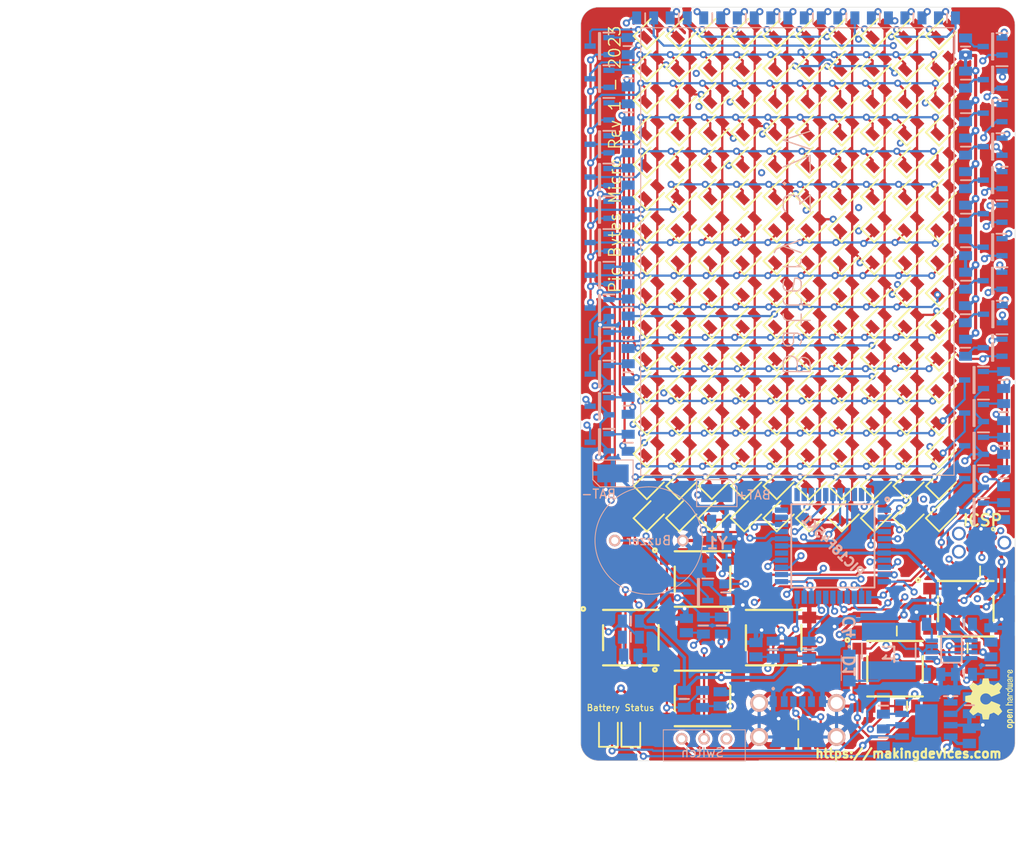
<source format=kicad_pcb>
(kicad_pcb (version 20221018) (generator pcbnew)
  (layers (0 "F.Cu" signal) (1 "In1.Cu" signal) (2 "In2.Cu" signal) (31 "B.Cu" signal) (34 "B.Paste" user) (35 "F.Paste" user) (36 "B.SilkS" user "B.Silkscreen") (37 "F.SilkS" user "F.Silkscreen") (38 "B.Mask" user) (39 "F.Mask" user) (44 "Edge.Cuts" user))
  (net 0 "")
  (net 1 "Net-(C1-Pad2)")
  (net 2 "Net-(IC1-EN)")
  (net 3 "Net-(IC1-SS)")
  (net 4 "Net-(PIC18F45K1-RA6)")
  (net 5 "Vgnd_main")
  (net 6 "BMS_Vcc")
  (net 7 "Net-(PIC18F45K1-RA7)")
  (net 8 "Vcc_main")
  (net 9 "Net-(IC1-SW)")
  (net 10 "BAT+")
  (net 11 "Net-(IC1-COMP)")
  (net 12 "Net-(IC1-FB)")
  (net 13 "Net-(IC_BMS_TP1-PROG)")
  (net 14 "Net-(IC_BMS_TP1-~{STDBY})")
  (net 15 "Net-(IC_BMS_TP1-~{CHRG})")
  (net 18 "Net-(J_USB_C1-CC1)")
  (net 19 "Net-(J_USB_C1-CC2)")
  (net 20 "Net-(LED_Green_bms1-K)")
  (net 21 "C1")
  (net 22 "R0")
  (net 23 "R1")
  (net 24 "R2")
  (net 25 "R3")
  (net 26 "R4")
  (net 27 "R5")
  (net 28 "R6")
  (net 29 "R7")
  (net 30 "R8")
  (net 31 "R9")
  (net 32 "R10")
  (net 33 "R11")
  (net 34 "R12")
  (net 35 "R13")
  (net 36 "R14")
  (net 37 "R15")
  (net 38 "C2")
  (net 39 "C3")
  (net 40 "C4")
  (net 41 "C5")
  (net 42 "C6")
  (net 43 "C7")
  (net 44 "C8")
  (net 45 "C9")
  (net 46 "C10")
  (net 47 "Net-(LED_RED_bms1-K)")
  (net 48 "Net-(LS1-+)")
  (net 50 "P_CC10")
  (net 53 "P_CC5")
  (net 54 "P_CC6")
  (net 55 "P_CC7")
  (net 56 "P_CC8")
  (net 58 "Buzzer")
  (net 63 "Net-(Q11-Pad2)")
  (net 64 "P_UN")
  (net 65 "P_DN")
  (net 66 "S_b")
  (net 67 "S_a")
  (net 68 "S_right")
  (net 69 "S_left")
  (net 70 "S_down")
  (net 71 "S_up")
  (net 72 "MCLR")
  (net 73 "P_CR7")
  (net 74 "P_CR6")
  (net 75 "P_CR5")
  (net 76 "P_CR4")
  (net 77 "ICSPDA")
  (net 78 "ICSPCLK")
  (net 79 "P_CR3")
  (net 80 "P_CR2")
  (net 81 "P_CR1")
  (net 82 "P_CR0")
  (net 83 "P_CC1")
  (net 84 "P_CC2")
  (net 85 "P_CC3")
  (net 86 "P_CC4")
  (net 87 "P_CC9")
  (net 88 "Net-(Q5-Pad3)")
  (net 89 "Net-(Q9-Pad3)")
  (net 90 "Net-(Q1-Pad1)")
  (net 91 "Net-(Q10-Pad2)")
  (net 92 "Net-(Q2-Pad1)")
  (net 93 "Net-(Q17-Pad3)")
  (net 94 "Net-(Q3-Pad1)")
  (net 95 "Net-(Q4-Pad3)")
  (net 96 "Net-(Q4-Pad1)")
  (net 97 "Net-(Q5-Pad1)")
  (net 98 "Net-(Q6-Pad1)")
  (net 99 "Net-(Q23-Pad3)")
  (net 100 "Net-(Q7-Pad1)")
  (net 101 "Net-(Q8-Pad3)")
  (net 102 "Net-(Q8-Pad1)")
  (net 103 "Net-(Q9-Pad1)")
  (net 104 "Net-(Q10-Pad1)")
  (net 105 "Net-(Q11-Pad1)")
  (net 106 "Net-(Q12-Pad1)")
  (net 107 "Net-(Q13-Pad1)")
  (net 108 "Net-(Q14-Pad1)")
  (net 109 "Net-(Q27-Pad3)")
  (net 110 "Net-(Q15-Pad1)")
  (net 111 "Net-(Q16-Pad3)")
  (net 112 "Net-(Q16-Pad1)")
  (net 113 "Net-(Q17-Pad1)")
  (net 114 "Net-(Q18-Pad1)")
  (net 115 "Net-(Q19-Pad1)")
  (net 116 "Net-(Q20-Pad1)")
  (net 117 "Net-(R_10K_2-Pad2)")
  (net 118 "Net-(Q21-Pad1)")
  (net 119 "Net-(Q22-Pad3)")
  (net 120 "Net-(Q22-Pad1)")
  (net 121 "Net-(Q23-Pad1)")
  (net 122 "Net-(Q24-Pad1)")
  (net 123 "Net-(R_10K_4-Pad2)")
  (net 124 "Net-(Q25-Pad1)")
  (net 125 "Net-(Q26-Pad3)")
  (net 126 "Net-(Q26-Pad1)")
  (net 127 "Net-(Q27-Pad1)")
  (net 128 "Net-(Q28-Pad1)")
  (net 129 "Net-(Q29-Pad1)")
  (net 130 "Net-(R_10K_5-Pad2)")
  (net 131 "Net-(R_10K_8-Pad2)")
  (net 132 "Net-(R_10K_10-Pad2)")
  (net 133 "Net-(R_10K_11-Pad2)")
  (footprint "SamacSys_Parts:LEDC2012X90N" (layer "F.Cu") (at 120.881058 49.023692 45)
    (fp_text reference "LED1" hide)
    (fp_text value "LTST-C171GKT" hide)
  )
  (footprint "SamacSys_Parts:LEDC2012X90N" (layer "F.Cu") (at 120.881058 52.615795 45)
    (fp_text reference "LED2" hide)
    (fp_text value "LTST-C171GKT" hide)
  )
  (footprint "SamacSys_Parts:LEDC2012X90N" (layer "F.Cu") (at 120.881058 56.207897 45)
    (fp_text reference "LED3" hide)
    (fp_text value "LTST-C171GKT" hide)
  )
  (footprint "SamacSys_Parts:LEDC2012X90N" (layer "F.Cu") (at 120.881058 59.8 45)
    (fp_text reference "LED4" hide)
    (fp_text value "LTST-C171GKT" hide)
  )
  (footprint "SamacSys_Parts:LEDC2012X90N" (layer "F.Cu") (at 120.881058 63.392102 45)
    (fp_text reference "LED5" hide)
    (fp_text value "LTST-C171GKT" hide)
  )
  (footprint "SamacSys_Parts:LEDC2012X90N" (layer "F.Cu") (at 120.881058 66.984205 45)
    (fp_text reference "LED6" hide)
    (fp_text value "LTST-C171GKT" hide)
  )
  (footprint "SamacSys_Parts:LEDC2012X90N" (layer "F.Cu") (at 120.881058 70.576307 45)
    (fp_text reference "LED7" hide)
    (fp_text value "LTST-C171GKT" hide)
  )
  (footprint "SamacSys_Parts:LEDC2012X90N" (layer "F.Cu") (at 120.881058 74.168409 45)
    (fp_text reference "LED8" hide)
    (fp_text value "LTST-C171GKT" hide)
  )
  (footprint "SamacSys_Parts:LEDC2012X90N" (layer "F.Cu") (at 120.881058 77.760512 45)
    (fp_text reference "LED9" hide)
    (fp_text value "LTST-C171GKT" hide)
  )
  (footprint "SamacSys_Parts:LEDC2012X90N" (layer "F.Cu") (at 120.881058 81.352614 45)
    (fp_text reference "LED10" hide)
    (fp_text value "LTST-C171GKT" hide)
  )
  (footprint "SamacSys_Parts:LEDC2012X90N" (layer "F.Cu") (at 120.881058 84.944717 45)
    (fp_text reference "LED11" hide)
    (fp_text value "LTST-C171GKT" hide)
  )
  (footprint "SamacSys_Parts:LEDC2012X90N" (layer "F.Cu") (at 120.881058 88.536819 45)
    (fp_text reference "LED12" hide)
    (fp_text value "LTST-C171GKT" hide)
  )
  (footprint "SamacSys_Parts:LEDC2012X90N" (layer "F.Cu") (at 120.881058 92.128922 45)
    (fp_text reference "LED13" hide)
    (fp_text value "LTST-C171GKT" hide)
  )
  (footprint "SamacSys_Parts:LEDC2012X90N" (layer "F.Cu") (at 120.881058 95.721024 45)
    (fp_text reference "LED14" hide)
    (fp_text value "LTST-C171GKT" hide)
  )
  (footprint "SamacSys_Parts:LEDC2012X90N" (layer "F.Cu") (at 120.881058 99.313127 45)
    (fp_text reference "LED15" hide)
    (fp_text value "LTST-C171GKT" hide)
  )
  (footprint "SamacSys_Parts:LEDC2012X90N" (layer "F.Cu") (at 120.881058 102.905229 45)
    (fp_text reference "LED16" hide)
    (fp_text value "LTST-C171GKT" hide)
  )
  (footprint "SamacSys_Parts:LEDC2012X90N" (layer "F.Cu") (at 124.507529 49.023692 45)
    (fp_text reference "LED17" hide)
    (fp_text value "LTST-C171GKT" hide)
  )
  (footprint "SamacSys_Parts:LEDC2012X90N" (layer "F.Cu") (at 124.507529 52.615794 45)
    (fp_text reference "LED18" hide)
    (fp_text value "LTST-C171GKT" hide)
  )
  (footprint "SamacSys_Parts:LEDC2012X90N" (layer "F.Cu") (at 124.507529 56.207897 45)
    (fp_text reference "LED19" hide)
    (fp_text value "LTST-C171GKT" hide)
  )
  (footprint "SamacSys_Parts:LEDC2012X90N" (layer "F.Cu") (at 124.507529 59.799999 45)
    (fp_text reference "LED20" hide)
    (fp_text value "LTST-C171GKT" hide)
  )
  (footprint "SamacSys_Parts:LEDC2012X90N" (layer "F.Cu") (at 124.507529 63.392101 45)
    (fp_text reference "LED21" hide)
    (fp_text value "LTST-C171GKT" hide)
  )
  (footprint "SamacSys_Parts:LEDC2012X90N" (layer "F.Cu") (at 124.507529 66.984204 45)
    (fp_text reference "LED22" hide)
    (fp_text value "LTST-C171GKT" hide)
  )
  (footprint "SamacSys_Parts:LEDC2012X90N" (layer "F.Cu") (at 124.507529 70.576306 45)
    (fp_text reference "LED23" hide)
    (fp_text value "LTST-C171GKT" hide)
  )
  (footprint "SamacSys_Parts:LEDC2012X90N" (layer "F.Cu") (at 124.507529 74.168409 45)
    (fp_text reference "LED24" hide)
    (fp_text value "LTST-C171GKT" hide)
  )
  (footprint "SamacSys_Parts:LEDC2012X90N" (layer "F.Cu") (at 124.507529 77.760511 45)
    (fp_text reference "LED25" hide)
    (fp_text value "LTST-C171GKT" hide)
  )
  (footprint "SamacSys_Parts:LEDC2012X90N" (layer "F.Cu") (at 124.507529 81.352614 45)
    (fp_text reference "LED26" hide)
    (fp_text value "LTST-C171GKT" hide)
  )
  (footprint "SamacSys_Parts:LEDC2012X90N" (layer "F.Cu") (at 124.507529 84.944716 45)
    (fp_text reference "LED27" hide)
    (fp_text value "LTST-C171GKT" hide)
  )
  (footprint "SamacSys_Parts:LEDC2012X90N" (layer "F.Cu") (at 124.507529 88.536819 45)
    (fp_text reference "LED28" hide)
    (fp_text value "LTST-C171GKT" hide)
  )
  (footprint "SamacSys_Parts:LEDC2012X90N" (layer "F.Cu") (at 124.507529 92.128921 45)
    (fp_text reference "LED29" hide)
    (fp_text value "LTST-C171GKT" hide)
  )
  (footprint "SamacSys_Parts:LEDC2012X90N" (layer "F.Cu") (at 124.507529 95.721024 45)
    (fp_text reference "LED30" hide)
    (fp_text value "LTST-C171GKT" hide)
  )
  (footprint "SamacSys_Parts:LEDC2012X90N" (layer "F.Cu") (at 124.507529 99.313126 45)
    (fp_text reference "LED31" hide)
    (fp_text value "LTST-C171GKT" hide)
  )
  (footprint "SamacSys_Parts:LEDC2012X90N" (layer "F.Cu") (at 124.507529 102.905228 45)
    (fp_text reference "LED32" hide)
    (fp_text value "LTST-C171GKT" hide)
  )
  (footprint "SamacSys_Parts:LEDC2012X90N" (layer "F.Cu") (at 128.134 49.023692 45)
    (fp_text reference "LED33" hide)
    (fp_text value "LTST-C171GKT" hide)
  )
  (footprint "SamacSys_Parts:LEDC2012X90N" (layer "F.Cu") (at 128.134 52.615795 45)
    (fp_text reference "LED34" hide)
    (fp_text value "LTST-C171GKT" hide)
  )
  (footprint "SamacSys_Parts:LEDC2012X90N" (layer "F.Cu") (at 128.134 56.207897 45)
    (fp_text reference "LED35" hide)
    (fp_text value "LTST-C171GKT" hide)
  )
  (footprint "SamacSys_Parts:LEDC2012X90N" (layer "F.Cu") (at 128.134 59.8 45)
    (fp_text reference "LED36" hide)
    (fp_text value "LTST-C171GKT" hide)
  )
  (footprint "SamacSys_Parts:LEDC2012X90N" (layer "F.Cu") (at 128.134 63.392102 45)
    (fp_text reference "LED37" hide)
    (fp_text value "LTST-C171GKT" hide)
  )
  (footprint "SamacSys_Parts:LEDC2012X90N" (layer "F.Cu") (at 128.134 66.984205 45)
    (fp_text reference "LED38" hide)
    (fp_text value "LTST-C171GKT" hide)
  )
  (footprint "SamacSys_Parts:LEDC2012X90N" (layer "F.Cu") (at 128.134 70.576307 45)
    (fp_text reference "LED39" hide)
    (fp_text value "LTST-C171GKT" hide)
  )
  (footprint "SamacSys_Parts:LEDC2012X90N" (layer "F.Cu") (at 128.134 74.168409 45)
    (fp_text reference "LED40" hide)
    (fp_text value "LTST-C171GKT" hide)
  )
  (footprint "SamacSys_Parts:LEDC2012X90N" (layer "F.Cu") (at 128.134 77.760512 45)
    (fp_text reference "LED41" hide)
    (fp_text value "LTST-C171GKT" hide)
  )
  (footprint "SamacSys_Parts:LEDC2012X90N" (layer "F.Cu") (at 128.134 81.352614 45)
    (fp_text reference "LED42" hide)
    (fp_text value "LTST-C171GKT" hide)
  )
  (footprint "SamacSys_Parts:LEDC2012X90N" (layer "F.Cu") (at 128.134 84.944717 45)
    (fp_text reference "LED43" hide)
    (fp_text value "LTST-C171GKT" hide)
  )
  (footprint "SamacSys_Parts:LEDC2012X90N" (layer "F.Cu") (at 128.134 88.536819 45)
    (fp_text reference "LED44" hide)
    (fp_text value "LTST-C171GKT" hide)
  )
  (footprint "SamacSys_Parts:LEDC2012X90N" (layer "F.Cu") (at 128.134 92.128922 45)
    (fp_text reference "LED45" hide)
    (fp_text value "LTST-C171GKT" hide)
  )
  (footprint "SamacSys_Parts:LEDC2012X90N" (layer "F.Cu") (at 128.134 95.721024 45)
    (fp_text reference "LED46" hide)
    (fp_text value "LTST-C171GKT" hide)
  )
  (footprint "SamacSys_Parts:LEDC2012X90N" (layer "F.Cu") (at 128.134 99.313127 45)
    (fp_text reference "LED47" hide)
    (fp_text value "LTST-C171GKT" hide)
  )
  (footprint "SamacSys_Parts:LEDC2012X90N" (layer "F.Cu") (at 128.134 102.905229 45)
    (fp_text reference "LED48" hide)
    (fp_text value "LTST-C171GKT" hide)
  )
  (footprint "SamacSys_Parts:LEDC2012X90N" (layer "F.Cu") (at 131.760471 49.023692 45)
    (fp_text reference "LED49" hide)
    (fp_text value "LTST-C171GKT" hide)
  )
  (footprint "SamacSys_Parts:LEDC2012X90N" (layer "F.Cu") (at 131.760471 52.615795 45)
    (fp_text reference "LED50" hide)
    (fp_text value "LTST-C171GKT" hide)
  )
  (footprint "SamacSys_Parts:LEDC2012X90N" (layer "F.Cu") (at 131.760471 56.207897 45)
    (fp_text reference "LED51" hide)
    (fp_text value "LTST-C171GKT" hide)
  )
  (footprint "SamacSys_Parts:LEDC2012X90N" (layer "F.Cu") (at 131.760471 59.8 45)
    (fp_text reference "LED52" hide)
    (fp_text value "LTST-C171GKT" hide)
  )
  (footprint "SamacSys_Parts:LEDC2012X90N" (layer "F.Cu") (at 131.760471 63.392102 45)
    (fp_text reference "LED53" hide)
    (fp_text value "LTST-C171GKT" hide)
  )
  (footprint "SamacSys_Parts:LEDC2012X90N" (layer "F.Cu") (at 131.760471 66.984205 45)
    (fp_text reference "LED54" hide)
    (fp_text value "LTST-C171GKT" hide)
  )
  (footprint "SamacSys_Parts:LEDC2012X90N" (layer "F.Cu") (at 131.760471 70.576307 45)
    (fp_text reference "LED55" hide)
    (fp_text value "LTST-C171GKT" hide)
  )
  (footprint "SamacSys_Parts:LEDC2012X90N" (layer "F.Cu") (at 131.760471 74.168409 45)
    (fp_text reference "LED56" hide)
    (fp_text value "LTST-C171GKT" hide)
  )
  (footprint "SamacSys_Parts:LEDC2012X90N" (layer "F.Cu") (at 131.760471 77.760512 45)
    (fp_text reference "LED57" hide)
    (fp_text value "LTST-C171GKT" hide)
  )
  (footprint "SamacSys_Parts:LEDC2012X90N" (layer "F.Cu") (at 131.760471 81.352614 45)
    (fp_text reference "LED58" hide)
    (fp_text value "LTST-C171GKT" hide)
  )
  (footprint "SamacSys_Parts:LEDC2012X90N" (layer "F.Cu") (at 131.760471 84.944717 45)
    (fp_text reference "LED59" hide)
    (fp_text value "LTST-C171GKT" hide)
  )
  (footprint "SamacSys_Parts:LEDC2012X90N" (layer "F.Cu") (at 131.760471 88.536819 45)
    (fp_text reference "LED60" hide)
    (fp_text value "LTST-C171GKT" hide)
  )
  (footprint "SamacSys_Parts:LEDC2012X90N" (layer "F.Cu") (at 131.760471 92.128922 45)
    (fp_text reference "LED61" hide)
    (fp_text value "LTST-C171GKT" hide)
  )
  (footprint "SamacSys_Parts:LEDC2012X90N" (layer "F.Cu") (at 131.760471 95.721024 45)
    (fp_text reference "LED62" hide)
    (fp_text value "LTST-C171GKT" hide)
  )
  (footprint "SamacSys_Parts:LEDC2012X90N" (layer "F.Cu") (at 131.760471 99.313127 45)
    (fp_text reference "LED63" hide)
    (fp_text value "LTST-C171GKT" hide)
  )
  (footprint "SamacSys_Parts:LEDC2012X90N" (layer "F.Cu") (at 131.760471 102.905229 45)
    (fp_text reference "LED64" hide)
    (fp_text value "LTST-C171GKT" hide)
  )
  (footprint "SamacSys_Parts:LEDC2012X90N" (layer "F.Cu") (at 135.386942 49.023692 45)
    (fp_text reference "LED65" hide)
    (fp_text value "LTST-C171GKT" hide)
  )
  (footprint "SamacSys_Parts:LEDC2012X90N" (layer "F.Cu") (at 135.386942 52.615795 45)
    (fp_text reference "LED66" hide)
    (fp_text value "LTST-C171GKT" hide)
  )
  (footprint "SamacSys_Parts:LEDC2012X90N" (layer "F.Cu") (at 135.386942 56.207897 45)
    (fp_text reference "LED67" hide)
    (fp_text value "LTST-C171GKT" hide)
  )
  (footprint "SamacSys_Parts:LEDC2012X90N" (layer "F.Cu") (at 135.386942 59.8 45)
    (fp_text reference "LED68" hide)
    (fp_text value "LTST-C171GKT" hide)
  )
  (footprint "SamacSys_Parts:LEDC2012X90N" (layer "F.Cu") (at 135.386942 63.392102 45)
    (fp_text reference "LED69" hide)
    (fp_text value "LTST-C171GKT" hide)
  )
  (footprint "SamacSys_Parts:LEDC2012X90N" (layer "F.Cu") (at 135.386942 66.984205 45)
    (fp_text reference "LED70" hide)
    (fp_text value "LTST-C171GKT" hide)
  )
  (footprint "SamacSys_Parts:LEDC2012X90N" (layer "F.Cu") (at 135.386942 70.576307 45)
    (fp_text reference "LED71" hide)
    (fp_text value "LTST-C171GKT" hide)
  )
  (footprint "SamacSys_Parts:LEDC2012X90N" (layer "F.Cu") (at 135.386942 74.168409 45)
    (fp_text reference "LED72" hide)
    (fp_text value "LTST-C171GKT" hide)
  )
  (footprint "SamacSys_Parts:LEDC2012X90N" (layer "F.Cu") (at 135.386942 77.760512 45)
    (fp_text reference "LED73" hide)
    (fp_text value "LTST-C171GKT" hide)
  )
  (footprint "SamacSys_Parts:LEDC2012X90N" (layer "F.Cu") (at 135.386942 81.352614 45)
    (fp_text reference "LED74" hide)
    (fp_text value "LTST-C171GKT" hide)
  )
  (footprint "SamacSys_Parts:LEDC2012X90N" (layer "F.Cu") (at 135.386942 84.944717 45)
    (fp_text reference "LED75" hide)
    (fp_text value "LTST-C171GKT" hide)
  )
  (footprint "SamacSys_Parts:LEDC2012X90N" (layer "F.Cu") (at 135.386942 88.536819 45)
    (fp_text reference "LED76" hide)
    (fp_text value "LTST-C171GKT" hide)
  )
  (footprint "SamacSys_Parts:LEDC2012X90N" (layer "F.Cu") (at 135.386942 92.128922 45)
    (fp_text reference "LED77" hide)
    (fp_text value "LTST-C171GKT" hide)
  )
  (footprint "SamacSys_Parts:LEDC2012X90N" (layer "F.Cu") (at 135.386942 95.721024 45)
    (fp_text reference "LED78" hide)
    (fp_text value "LTST-C171GKT" hide)
  )
  (footprint "SamacSys_Parts:LEDC2012X90N" (layer "F.Cu") (at 135.386942 99.313127 45)
    (fp_text reference "LED79" hide)
    (fp_text value "LTST-C171GKT" hide)
  )
  (footprint "SamacSys_Parts:LEDC2012X90N" (layer "F.Cu") (at 135.386942 102.905229 45)
    (fp_text reference "LED80" hide)
    (fp_text value "LTST-C171GKT" hide)
  )
  (footprint "SamacSys_Parts:LEDC2012X90N" (layer "F.Cu") (at 139.013413 49.023692 45)
    (fp_text reference "LED81" hide)
    (fp_text value "LTST-C171GKT" hide)
  )
  (footprint "SamacSys_Parts:LEDC2012X90N" (layer "F.Cu") (at 139.013413 52.615795 45)
    (fp_text reference "LED82" hide)
    (fp_text value "LTST-C171GKT" hide)
  )
  (footprint "SamacSys_Parts:LEDC2012X90N" (layer "F.Cu") (at 139.013413 56.207897 45)
    (fp_text reference "LED83" hide)
    (fp_text value "LTST-C171GKT" hide)
  )
  (footprint "SamacSys_Parts:LEDC2012X90N" (layer "F.Cu") (at 139.013413 59.8 45)
    (fp_text reference "LED84" hide)
    (fp_text value "LTST-C171GKT" hide)
  )
  (footprint "SamacSys_Parts:LEDC2012X90N" (layer "F.Cu") (at 139.013413 63.392102 45)
    (fp_text reference "LED85" hide)
    (fp_text value "LTST-C171GKT" hide)
  )
  (footprint "SamacSys_Parts:LEDC2012X90N" (layer "F.Cu") (at 139.013413 66.984205 45)
    (fp_text reference "LED86" hide)
    (fp_text value "LTST-C171GKT" hide)
  )
  (footprint "SamacSys_Parts:LEDC2012X90N" (layer "F.Cu") (at 139.013413 70.576307 45)
    (fp_text reference "LED87" hide)
    (fp_text value "LTST-C171GKT" hide)
  )
  (footprint "SamacSys_Parts:LEDC2012X90N" (layer "F.Cu") (at 139.013413 74.168409 45)
    (fp_text reference "LED88" hide)
    (fp_text value "LTST-C171GKT" hide)
  )
  (footprint "SamacSys_Parts:LEDC2012X90N" (layer "F.Cu") (at 139.013413 77.760512 45)
    (fp_text reference "LED89" hide)
    (fp_text value "LTST-C171GKT" hide)
  )
  (footprint "SamacSys_Parts:LEDC2012X90N" (layer "F.Cu") (at 139.013413 81.352614 45)
    (fp_text reference "LED90" hide)
    (fp_text value "LTST-C171GKT" hide)
  )
  (footprint "SamacSys_Parts:LEDC2012X90N" (layer "F.Cu") (at 139.013413 84.944717 45)
    (fp_text reference "LED91" hide)
    (fp_text value "LTST-C171GKT" hide)
  )
  (footprint "SamacSys_Parts:LEDC2012X90N" (layer "F.Cu") (at 139.013413 88.536819 45)
    (fp_text reference "LED92" hide)
    (fp_text value "LTST-C171GKT" hide)
  )
  (footprint "SamacSys_Parts:LEDC2012X90N" (layer "F.Cu") (at 139.013413 92.128922 45)
    (fp_text reference "LED93" hide)
    (fp_text value "LTST-C171GKT" hide)
  )
  (footprint "SamacSys_Parts:LEDC2012X90N" (layer "F.Cu") (at 139.013413 95.721024 45)
    (fp_text reference "LED94" hide)
    (fp_text value "LTST-C171GKT" hide)
  )
  (footprint "SamacSys_Parts:LEDC2012X90N" (layer "F.Cu") (at 139.013413 99.313127 45)
    (fp_text reference "LED95" hide)
    (fp_text value "LTST-C171GKT" hide)
  )
  (footprint "SamacSys_Parts:LEDC2012X90N" (layer "F.Cu") (at 139.013413 102.905229 45)
    (fp_text reference "LED96" hide)
    (fp_text value "LTST-C171GKT" hide)
  )
  (footprint "SamacSys_Parts:LEDC2012X90N" (layer "F.Cu") (at 142.639884 49.023692 45)
    (fp_text reference "LED97" hide)
    (fp_text value "LTST-C171GKT" hide)
  )
  (footprint "SamacSys_Parts:LEDC2012X90N" (layer "F.Cu") (at 142.639884 52.615795 45)
    (fp_text reference "LED98" hide)
    (fp_text value "LTST-C171GKT" hide)
  )
  (footprint "SamacSys_Parts:LEDC2012X90N" (layer "F.Cu") (at 142.639884 56.207897 45)
    (fp_text reference "LED99" hide)
    (fp_text value "LTST-C171GKT" hide)
  )
  (footprint "SamacSys_Parts:LEDC2012X90N" (layer "F.Cu") (at 142.639884 59.8 45)
    (fp_text reference "LED100" hide)
    (fp_text value "LTST-C171GKT" hide)
  )
  (footprint "SamacSys_Parts:LEDC2012X90N" (layer "F.Cu") (at 142.639884 63.392102 45)
    (fp_text reference "LED101" hide)
    (fp_text value "LTST-C171GKT" hide)
  )
  (footprint "SamacSys_Parts:LEDC2012X90N" (layer "F.Cu") (at 142.639884 66.984205 45)
    (fp_text reference "LED102" hide)
    (fp_text value "LTST-C171GKT" hide)
  )
  (footprint "SamacSys_Parts:LEDC2012X90N" (layer "F.Cu") (at 142.639884 70.576307 45)
    (fp_text reference "LED103" hide)
    (fp_text value "LTST-C171GKT" hide)
  )
  (footprint "SamacSys_Parts:LEDC2012X90N" (layer "F.Cu") (at 142.639884 74.168409 45)
    (fp_text reference "LED104" hide)
    (fp_text value "LTST-C171GKT" hide)
  )
  (footprint "SamacSys_Parts:LEDC2012X90N" (layer "F.Cu") (at 142.639884 77.760512 45)
    (fp_text reference "LED105" hide)
    (fp_text value "LTST-C171GKT" hide)
  )
  (footprint "SamacSys_Parts:LEDC2012X90N" (layer "F.Cu") (at 142.639884 81.352614 45)
    (fp_text reference "LED106" hide)
    (fp_text value "LTST-C171GKT" hide)
  )
  (footprint "SamacSys_Parts:LEDC2012X90N" (layer "F.Cu") (at 142.639884 84.944717 45)
    (fp_text reference "LED107" hide)
    (fp_text value "LTST-C171GKT" hide)
  )
  (footprint "SamacSys_Parts:LEDC2012X90N" (layer "F.Cu") (at 142.639884 88.536819 45)
    (fp_text reference "LED108" hide)
    (fp_text value "LTST-C171GKT" hide)
  )
  (footprint "SamacSys_Parts:LEDC2012X90N" (layer "F.Cu") (at 142.639884 92.128922 45)
    (fp_text reference "LED109" hide)
    (fp_text value "LTST-C171GKT" hide)
  )
  (footprint "SamacSys_Parts:LEDC2012X90N" (layer "F.Cu") (at 142.639884 95.721024 45)
    (fp_text reference "LED110" hide)
    (fp_text value "LTST-C171GKT" hide)
  )
  (footprint "SamacSys_Parts:LEDC2012X90N" (layer "F.Cu") (at 142.639884 99.313127 45)
    (fp_text reference "LED111" hide)
    (fp_text value "LTST-C171GKT" hide)
  )
  (footprint "SamacSys_Parts:LEDC2012X90N" (layer "F.Cu") (at 142.639884 102.905229 45)
    (fp_text reference "LED112" hide)
    (fp_text value "LTST-C171GKT" hide)
  )
  (footprint "SamacSys_Parts:LEDC2012X90N" (layer "F.Cu") (at 146.266355 49.023692 45)
    (fp_text reference "LED113" hide)
    (fp_text value "LTST-C171GKT" hide)
  )
  (footprint "SamacSys_Parts:LEDC2012X90N" (layer "F.Cu") (at 146.266355 52.615795 45)
    (fp_text reference "LED114" hide)
    (fp_text value "LTST-C171GKT" hide)
  )
  (footprint "SamacSys_Parts:LEDC2012X90N" (layer "F.Cu") (at 146.266355 56.207897 45)
    (fp_text reference "LED115" hide)
    (fp_text value "LTST-C171GKT" hide)
  )
  (footprint "SamacSys_Parts:LEDC2012X90N" (layer "F.Cu") (at 146.266355 59.8 45)
    (fp_text reference "LED116" hide)
    (fp_text value "LTST-C171GKT" hide)
  )
  (footprint "SamacSys_Parts:LEDC2012X90N" (layer "F.Cu") (at 146.266355 63.392102 45)
    (fp_text reference "LED117" hide)
    (fp_text value "LTST-C171GKT" hide)
  )
  (footprint "SamacSys_Parts:LEDC2012X90N" (layer "F.Cu") (at 146.266355 66.984205 45)
    (fp_text reference "LED118" hide)
    (fp_text value "LTST-C171GKT" hide)
  )
  (footprint "SamacSys_Parts:LEDC2012X90N" (layer "F.Cu") (at 146.266355 70.576307 45)
    (fp_text reference "LED119" hide)
    (fp_text value "LTST-C171GKT" hide)
  )
  (footprint "SamacSys_Parts:LEDC2012X90N" (layer "F.Cu") (at 146.266355 74.168409 45)
    (fp_text reference "LED120" hide)
    (fp_text value "LTST-C171GKT" hide)
  )
  (footprint "SamacSys_Parts:LEDC2012X90N" (layer "F.Cu") (at 146.266355 77.760512 45)
    (fp_text reference "LED121" hide)
    (fp_text value "LTST-C171GKT" hide)
  )
  (footprint "SamacSys_Parts:LEDC2012X90N" (layer "F.Cu") (at 146.266355 81.352614 45)
    (fp_text reference "LED122" hide)
    (fp_text value "LTST-C171GKT" hide)
  )
  (footprint "SamacSys_Parts:LEDC2012X90N" (layer "F.Cu") (at 146.266355 84.944717 45)
    (fp_text reference "LED123" hide)
    (fp_text value "LTST-C171GKT" hide)
  )
  (footprint "SamacSys_Parts:LEDC2012X90N" (layer "F.Cu") (at 146.266355 88.536819 45)
    (fp_text reference "LED124" hide)
    (fp_text value "LTST-C171GKT" hide)
  )
  (footprint "SamacSys_Parts:LEDC2012X90N" (layer "F.Cu") (at 146.266355 92.128922 45)
    (fp_text reference "LED125" hide)
    (fp_text value "LTST-C171GKT" hide)
  )
  (footprint "SamacSys_Parts:LEDC2012X90N" (layer "F.Cu") (at 146.266355 95.721024 45)
    (fp_text reference "LED126" hide)
    (fp_text value "LTST-C171GKT" hide)
  )
  (footprint "SamacSys_Parts:LEDC2012X90N" (layer "F.Cu") (at 146.266355 99.313127 45)
    (fp_text reference "LED127" hide)
    (fp_text value "LTST-C171GKT" hide)
  )
  (footprint "SamacSys_Parts:LEDC2012X90N" (layer "F.Cu") (at 146.266355 102.905229 45)
    (fp_text reference "LED128" hide)
    (fp_text value "LTST-C171GKT" hide)
  )
  (footprint "SamacSys_Parts:LEDC2012X90N" (layer "F.Cu") (at 149.892826 49.023692 45)
    (fp_text reference "LED129" hide)
    (fp_text value "LTST-C171GKT" hide)
  )
  (footprint "SamacSys_Parts:LEDC2012X90N" (layer "F.Cu") (at 149.892826 52.615795 45)
    (fp_text reference "LED130" hide)
    (fp_text value "LTST-C171GKT" hide)
  )
  (footprint "SamacSys_Parts:LEDC2012X90N" (layer "F.Cu") (at 149.892826 56.207897 45)
    (fp_text reference "LED131" hide)
    (fp_text value "LTST-C171GKT" hide)
  )
  (footprint "SamacSys_Parts:LEDC2012X90N" (layer "F.Cu") (at 149.892826 59.8 45)
    (fp_text reference "LED132" hide)
    (fp_text value "LTST-C171GKT" hide)
  )
  (footprint "SamacSys_Parts:LEDC2012X90N" (layer "F.Cu") (at 149.892826 63.392102 45)
    (fp_text reference "LED133" hide)
    (fp_text value "LTST-C171GKT" hide)
  )
  (footprint "SamacSys_Parts:LEDC2012X90N" (layer "F.Cu") (at 149.892826 66.984205 45)
    (fp_text reference "LED134" hide)
    (fp_text value "LTST-C171GKT" hide)
  )
  (footprint "SamacSys_Parts:LEDC2012X90N" (layer "F.Cu") (at 149.892826 70.576307 45)
    (fp_text reference "LED135" hide)
    (fp_text value "LTST-C171GKT" hide)
  )
  (footprint "SamacSys_Parts:LEDC2012X90N" (layer "F.Cu") (at 149.892826 74.168409 45)
    (fp_text reference "LED136" hide)
    (fp_text value "LTST-C171GKT" hide)
  )
  (footprint "SamacSys_Parts:LEDC2012X90N" (layer "F.Cu") (at 149.892826 77.760512 45)
    (fp_text reference "LED137" hide)
    (fp_text value "LTST-C171GKT" hide)
  )
  (footprint "SamacSys_Parts:LEDC2012X90N" (layer "F.Cu") (at 149.892826 81.352614 45)
    (fp_text reference "LED138" hide)
    (fp_text value "LTST-C171GKT" hide)
  )
  (footprint "SamacSys_Parts:LEDC2012X90N" (layer "F.Cu") (at 149.892826 84.944717 45)
    (fp_text reference "LED139" hide)
    (fp_text value "LTST-C171GKT" hide)
  )
  (footprint "SamacSys_Parts:LEDC2012X90N" (layer "F.Cu") (at 149.892826 88.536819 45)
    (fp_text reference "LED140" hide)
    (fp_text value "LTST-C171GKT" hide)
  )
  (footprint "SamacSys_Parts:LEDC2012X90N" (layer "F.Cu") (at 149.892826 92.128922 45)
    (fp_text reference "LED141" hide)
    (fp_text value "LTST-C171GKT" hide)
  )
  (footprint "SamacSys_Parts:LEDC2012X90N" (layer "F.Cu") (at 149.892826 95.721024 45)
    (fp_text reference "LED142" hide)
    (fp_text value "LTST-C171GKT" hide)
  )
  (footprint "SamacSys_Parts:LEDC2012X90N" (layer "F.Cu") (at 149.892826 99.313127 45)
    (fp_text reference "LED143" hide)
    (fp_text value "LTST-C171GKT" hide)
  )
  (footprint "SamacSys_Parts:LEDC2012X90N" (layer "F.Cu") (at 149.892826 102.905229 45)
    (fp_text reference "LED144" hide)
    (fp_text value "LTST-C171GKT" hide)
  )
  (footprint "SamacSys_Parts:LEDC2012X90N" (layer "F.Cu") (at 153.519297 49.023692 45)
    (fp_text reference "LED145" hide)
    (fp_text value "LTST-C171GKT" hide)
  )
  (footprint "SamacSys_Parts:LEDC2012X90N" (layer "F.Cu") (at 153.519297 52.615795 45)
    (fp_text reference "LED146" hide)
    (fp_text value "LTST-C171GKT" hide)
  )
  (footprint "SamacSys_Parts:LEDC2012X90N" (layer "F.Cu") (at 153.519297 56.207897 45)
    (fp_text reference "LED147" hide)
    (fp_text value "LTST-C171GKT" hide)
  )
  (footprint "SamacSys_Parts:LEDC2012X90N" (layer "F.Cu") (at 153.519297 59.8 45)
    (fp_text reference "LED148" hide)
    (fp_text value "LTST-C171GKT" hide)
  )
  (footprint "SamacSys_Parts:LEDC2012X90N" (layer "F.Cu") (at 153.519297 63.392102 45)
    (fp_text reference "LED149" hide)
    (fp_text value "LTST-C171GKT" hide)
  )
  (footprint "SamacSys_Parts:LEDC2012X90N" (layer "F.Cu") (at 153.519297 66.984205 45)
    (fp_text reference "LED150" hide)
    (fp_text value "LTST-C171GKT" hide)
  )
  (footprint "SamacSys_Parts:LEDC2012X90N" (layer "F.Cu") (at 153.519297 70.576307 45)
    (fp_text reference "LED151" hide)
    (fp_text value "LTST-C171GKT" hide)
  )
  (footprint "SamacSys_Parts:LEDC2012X90N" (layer "F.Cu") (at 153.519297 74.168409 45)
    (fp_text reference "LED152" hide)
    (fp_text value "LTST-C171GKT" hide)
  )
  (footprint "SamacSys_Parts:LEDC2012X90N" (layer "F.Cu") (at 153.519297 77.760512 45)
    (fp_text reference "LED153" hide)
    (fp_text value "LTST-C171GKT" hide)
  )
  (footprint "SamacSys_Parts:LEDC2012X90N" (layer "F.Cu") (at 153.519297 81.352614 45)
    (fp_text reference "LED154" hide)
    (fp_text value "LTST-C171GKT" hide)
  )
  (footprint "SamacSys_Parts:LEDC2012X90N" (layer "F.Cu") (at 153.519297 84.944717 45)
    (fp_text reference "LED155" hide)
    (fp_text value "LTST-C171GKT" hide)
  )
  (footprint "SamacSys_Parts:LEDC2012X90N" (layer "F.Cu") (at 153.519297 88.536819 45)
    (fp_text reference "LED156" hide)
    (fp_text value "LTST-C171GKT" hide)
  )
  (footprint "SamacSys_Parts:LEDC2012X90N" (layer "F.Cu") (at 153.519297 92.128922 45)
    (fp_text reference "LED157" hide)
    (fp_text value "LTST-C171GKT" hide)
  )
  (footprint "SamacSys_Parts:LEDC2012X90N" (layer "F.Cu") (at 153.519297 95.721024 45)
    (fp_text reference "LED158" hide)
    (fp_text value "LTST-C171GKT" hide)
  )
  (footprint "SamacSys_Parts:LEDC2012X90N" (layer "F.Cu") (at 153.519297 99.313127 45)
    (fp_text reference "LED159" hide)
    (fp_text value "LTST-C171GKT" hide)
  )
  (footprint "SamacSys_Parts:LEDC2012X90N" (layer "F.Cu") (at 153.519297 102.905229 45)
    (fp_text reference "LED160" hide)
    (fp_text value "LTST-C171GKT" hide)
  )
  (footprint "SamacSys_Parts:LEDC2012X90N" (layer "F.Cu") (at 116.0925 127.2 90)
    (fp_text reference "LED_Green_bms1" hide)
    (fp_text value "LTST-C171GKT" hide)
  )
  (footprint "SamacSys_Parts:LEDC2012X90N" (layer "F.Cu") (at 118.6 127.2 90)
    (fp_text reference "LED_RED_bms1" hide)
    (fp_text value "LTST-C171GKT" hide)
  )
  (footprint "SamacSys_Parts:RESC2012X65N" (layer "F.Cu") (at 156.2 117.9)
    (fp_text reference "R_10K_12" hide)
    (fp_text value "KTR10EZPF4220" hide)
  )
  (footprint "SamacSys_Parts:RESC2012X65N" (layer "F.Cu") (at 148.3 116)
    (fp_text reference "R_10K_13" hide)
    (fp_text value "KTR10EZPF4220" hide)
  )
  (footprint "SamacSys_Parts:RESC2012X65N" (layer "F.Cu") (at 137.3 126.5)
    (fp_text reference "R_5.1_1" hide)
    (fp_text value "KTR10EZPF4220" hide)
  )
  (footprint "SamacSys_Parts:RESC2012X65N" (layer "F.Cu") (at 137.3 128.6)
    (fp_text reference "R_5.1k_1" hide)
    (fp_text value "KTR10EZPF4220" hide)
  )
  (footprint "User_lib:RESC2012X75N" (layer "F.Cu") (at 149.45 124.4)
    (fp_text reference "R_10K_11" hide)
    (fp_text value "KTR10EZPF4220" hide)
  )
  (footprint "User_lib:TC2030-MCP-NL" (layer "F.Cu") (at 157.77 106.135 180)
    (fp_text reference "ICSP")
    (fp_text value "TC2030-MCP-NL" hide)
  )
  (footprint "User_lib:430182070816" (layer "F.Cu") (at 156.000065 113.521365)
    (fp_text reference "S_b1" hide)
    (fp_text value "430182050816" hide)
  )
  (footprint "User_lib:430182070816" (layer "F.Cu") (at 118.6 116.75)
    (fp_text reference "S_left1" hide)
    (fp_text value "430182050816" hide)
  )
  (footprint "User_lib:CAPC2012X140N" (layer "F.Cu") (at 154.35 109.3 180)
    (fp_text reference "C_22p_6" hide)
    (fp_text value "GCG21BR71H154KA01K" hide)
  )
  (footprint "User_lib:CAPC2012X140N" (layer "F.Cu") (at 146.2 124.4 180)
    (fp_text reference "C_22p_7" hide)
    (fp_text value "GCG21BR71H154KA01K" hide)
  )
  (footprint "Symbol:OSHW-Logo2_7.3x6mm_SilkScreen" (layer "F.Cu") (at 158.7 123.6 90)
    (fp_text reference "REF**" hide)
    (fp_text value "OSHW-Logo2_7.3x6mm_SilkScreen" hide)
  )
  (footprint "User_lib:430182070816" (layer "F.Cu") (at 134.55 116.75)
    (fp_text reference "S_right1" hide)
    (fp_text value "430182050816" hide)
  )
  (footprint "User_lib:430182070816" (layer "F.Cu") (at 126.6 123.54273)
    (fp_text reference "S_down1" hide)
    (fp_text value "430182050816" hide)
  )
  (footprint "User_lib:RESC2012X75N" (layer "F.Cu") (at 157.6 109.3)
    (fp_text reference "R_10K_10" hide)
    (fp_text value "KTR10EZPF4220" hide)
  )
  (footprint "User_lib:430182070816" (layer "F.Cu") (at 126.6 110.2)
    (fp_text reference "S_up1" hide)
    (fp_text value "430182050816" hide)
  )
  (footprint "User_lib:430182070816" (layer "F.Cu") (at 148.100065 120.221365)
    (fp_text reference "S_a1" hide)
    (fp_text value "430182050816" hide)
  )
  (footprint "SamacSys_Parts:CAPC2012X145N" (layer "B.Cu") (at 156.4 127.74 90)
    (fp_text reference "C_10u_1" hide)
    (fp_text value "GCG21BR71H154KA01K" hide)
  )
  (footprint "SamacSys_Parts:CAPC2012X145N" (layer "B.Cu") (at 128.45 108.65)
    (fp_text reference "C_22p_1" hide)
    (fp_text value "GCG21BR71H154KA01K" hide)
  )
  (footprint "SamacSys_Parts:CAPC2012X145N" (layer "B.Cu") (at 128.45 103.75 180)
    (fp_text reference "C_22p_2" hide)
    (fp_text value "GCG21BR71H154KA01K" hide)
  )
  (footprint "User:Mounting-Pad" (layer "B.Cu") (at 128.2 100.6 -90)
    (fp_text reference "H_Bat+1" hide)
    (fp_text value "MountingHole_Pad-User_library-SamacSys_Parts")
  )
  (footprint "User:Mounting-Pad" (layer "B.Cu") (at 116.6 98.4 90)
    (fp_text reference "H_Bat-1" hide)
    (fp_text value "MountingHole_Pad-User_library-SamacSys_Parts")
  )
  (footprint "SamacSys_Parts:SOIC127P600X175-9N" (layer "B.Cu") (at 151.6 125.9 180)
    (fp_text reference "IC_BMS_TP1" hide)
    (fp_text value "TP4056-42-ESOP8" hide)
  )
  (footprint "SamacSys_Parts:TYPEC31M17" (layer "B.Cu") (at 137.25 126.4 180)
    (fp_text reference "J_USB_C1" hide)
    (fp_text value "TYPE-C-31-M-17" hide)
  )
  (footprint "SamacSys_Parts:TMB12A05" (layer "B.Cu") (at 116.8 105.9 90)
    (fp_text reference "LS1" hide)
    (fp_text value "TMB12A05" hide)
  )
  (footprint "SamacSys_Parts:QFP80P1200X1200X120-44N" (layer "B.Cu") (at 141.162 106.5 180)
    (fp_text reference "PIC18F45K1")
    (fp_text value "PIC18F45K50-I_PT" hide)
  )
  (footprint "SamacSys_Parts:SOT96P237X111-3N" (layer "B.Cu") (at 115.1 50.65 180)
    (fp_text reference "Q2" hide)
    (fp_text value "SMMBT5551LT1G" hide)
  )
  (footprint "SamacSys_Parts:SOT96P237X111-3N" (layer "B.Cu") (at 115.1 83.589997 180)
    (fp_text reference "Q3" hide)
    (fp_text value "SMMBT5551LT1G" hide)
  )
  (footprint "SamacSys_Parts:SOT96P237X111-3N" (layer "B.Cu") (at 159 50.7 180)
    (fp_text reference "Q4" hide)
    (fp_text value "SMMBT5551LT1G" hide)
  )
  (footprint "SamacSys_Parts:SOT96P237X111-3N" (layer "B.Cu") (at 159 69.377776 180)
    (fp_text reference "Q5" hide)
    (fp_text value "SMMBT5551LT1G" hide)
  )
  (footprint "SamacSys_Parts:SOT96P237X111-3N" (layer "B.Cu") (at 115.1 54.308333 180)
    (fp_text reference "Q6" hide)
    (fp_text value "SMMBT5551LT1G" hide)
  )
  (footprint "SamacSys_Parts:SOT96P237X111-3N" (layer "B.Cu") (at 115.1 87.29833 180)
    (fp_text reference "Q7" hide)
    (fp_text value "SMMBT5551LT1G" hide)
  )
  (footprint "SamacSys_Parts:SOT96P237X111-3N" (layer "B.Cu") (at 159 54.4 180)
    (fp_text reference "Q8" hide)
    (fp_text value "SMMBT5551LT1G" hide)
  )
  (footprint "SamacSys_Parts:SOT96P237X111-3N" (layer "B.Cu") (at 159 73.12222 180)
    (fp_text reference "Q9" hide)
    (fp_text value "SMMBT5551LT1G" hide)
  )
  (footprint "SamacSys_Parts:SOT96P237X111-3N" (layer "B.Cu") (at 115.1 57.951666 180)
    (fp_text reference "Q10" hide)
    (fp_text value "SMMBT5551LT1G" hide)
  )
  (footprint "SamacSys_Parts:SOT96P237X111-3N" (layer "B.Cu") (at 115.1 90.891663 180)
    (fp_text reference "Q11" hide)
    (fp_text value "SMMBT5551LT1G" hide)
  )
  (footprint "SamacSys_Parts:SOT96P237X111-3N" (layer "B.Cu") (at 115.1 65.283332 180)
    (fp_text reference "Q12" hide)
    (fp_text value "SMMBT5551LT1G" hide)
  )
  (footprint "SamacSys_Parts:SOT96P237X111-3N" (layer "B.Cu") (at 156.925 87.961108 180)
    (fp_text reference "Q13" hide)
    (fp_text value "SMMBT5551LT1G" hide)
  )
  (footprint "SamacSys_Parts:SOT96P237X111-3N" (layer "B.Cu") (at 115.1 79.916664 180)
    (fp_text reference "Q14" hide)
    (fp_text value "SMMBT5551LT1G" hide)
  )
  (footprint "SamacSys_Parts:SOT96P237X111-3N" (layer "B.Cu") (at 156.925 102.661108 180)
    (fp_text reference "Q15" hide)
    (fp_text value "SMMBT5551LT1G" hide)
  )
  (footprint "SamacSys_Parts:SOT96P237X111-3N" (layer "B.Cu") (at 159 58.144444 180)
    (fp_text reference "Q16" hide)
    (fp_text value "SMMBT5551LT1G" hide)
  )
  (footprint "SamacSys_Parts:SOT96P237X111-3N" (layer "B.Cu") (at 158.9875 76.866664 180)
    (fp_text reference "Q17" hide)
    (fp_text value "SMMBT5551LT1G" hide)
  )
  (footprint "SamacSys_Parts:SOT96P237X111-3N" (layer "B.Cu") (at 115.1 61.624999 180)
    (fp_text reference "Q18" hide)
    (fp_text value "SMMBT5551LT1G" hide)
  )
  (footprint "SamacSys_Parts:SOT96P237X111-3N" (layer "B.Cu") (at 115.1 94.921664 180)
    (fp_text reference "Q19" hide)
    (fp_text value "SMMBT5551LT1G" hide)
  )
  (footprint "SamacSys_Parts:SOT96P237X111-3N" (layer "B.Cu") (at 115.1 68.941665 180)
    (fp_text reference "Q20" hide)
    (fp_text value "SMMBT5551LT1G" hide)
  )
  (footprint "SamacSys_Parts:SOT96P237X111-3N" (layer "B.Cu") (at 156.925 91.651108 180)
    (fp_text reference "Q21" hide)
    (fp_text value "SMMBT5551LT1G" hide)
  )
  (footprint "SamacSys_Parts:SOT96P237X111-3N" (layer "B.Cu") (at 159 61.888888 180)
    (fp_text reference "Q22" hide)
    (fp_text value "SMMBT5551LT1G" hide)
  )
  (footprint "SamacSys_Parts:SOT96P237X111-3N" (layer "B.Cu") (at 159.025 80.611108 180)
    (fp_text reference "Q23" hide)
    (fp_text value "SMMBT5551LT1G" hide)
  )
  (footprint "SamacSys_Parts:SOT96P237X111-3N" (layer "B.Cu") (at 115.1 72.599998 180)
    (fp_text reference "Q24" hide)
    (fp_text value "SMMBT5551LT1G" hide)
  )
  (footprint "SamacSys_Parts:SOT96P237X111-3N" (layer "B.Cu") (at 156.925 95.311108 180)
    (fp_text reference "Q25" hide)
    (fp_text value "SMMBT5551LT1G" hide)
  )
  (footprint "SamacSys_Parts:SOT96P237X111-3N" (layer "B.Cu") (at 159 65.633332 180)
    (fp_text reference "Q26" hide)
    (fp_text value "SMMBT5551LT1G" hide)
  )
  (footprint "SamacSys_Parts:SOT96P237X111-3N" (layer "B.Cu") (at 159 84.355552 180)
    (fp_text reference "Q27" hide)
    (fp_text value "SMMBT5551LT1G" hide)
  )
  (footprint "SamacSys_Parts:SOT96P237X111-3N" (layer "B.Cu") (at 115.1 76.258331 180)
    (fp_text reference "Q28" hide)
    (fp_text value "SMMBT5551LT1G" hide)
  )
  (footprint "SamacSys_Parts:SOT96P237X111-3N" (layer "B.Cu") (at 156.925 98.986108 180)
    (fp_text reference "Q29" hide)
    (fp_text value "SMMBT5551LT1G" hide)
  )
  (footprint "SamacSys_Parts:SOT96P237X111-3N" (layer "B.Cu") (at 126.15 111.645 180)
    (fp_text reference "Q1" hide)
    (fp_text value "SMMBT5551LT1G" hide)
  )
  (footprint "SamacSys_Parts:RESC2012X65N" (layer "B.Cu") (at 155.975 50.7 90)
    (fp_text reference "R220_1" hide)
    (fp_text value "KTR10EZPF4220" hide)
  )
  (footprint "SamacSys_Parts:RESC2012X65N" (layer "B.Cu") (at 155.975 69.377776 -90)
    (fp_text reference "R220_2" hide)
    (fp_text value "KTR10EZPF4220" hide)
  )
  (footprint "SamacSys_Parts:RESC2012X65N" (layer "B.Cu") (at 155.975 54.4 -90)
    (fp_text reference "R220_3" hide)
    (fp_text value "KTR10EZPF4220" hide)
  )
  (footprint "SamacSys_Parts:RESC2012X65N" (layer "B.Cu") (at 155.975 73.12222 90)
    (fp_text reference "R220_4" hide)
    (fp_text value "KTR10EZPF4220" hide)
  )
  (footprint "SamacSys_Parts:RESC2012X65N" (layer "B.Cu") (at 155.975 58.144444 -90)
    (fp_text reference "R220_5" hide)
    (fp_text value "KTR10EZPF4220" hide)
  )
  (footprint "SamacSys_Parts:RESC2012X65N" (layer "B.Cu") (at 155.9875 76.866664 -90)
    (fp_text reference "R220_6" hide)
    (fp_text value "KTR10EZPF4220" hide)
  )
  (footprint "SamacSys_Parts:RESC2012X65N" (layer "B.Cu") (at 155.975 61.888888 -90)
    (fp_text reference "R220_7" hide)
    (fp_text value "KTR10EZPF4220" hide)
  )
  (footprint "SamacSys_Parts:RESC2012X65N" (layer "B.Cu") (at 155.95 80.611108 -90)
    (fp_text reference "R220_8" hide)
    (fp_text value "KTR10EZPF4220" hide)
  )
  (footprint "SamacSys_Parts:RESC2012X65N" (layer "B.Cu") (at 155.975 65.633332 -90)
    (fp_text reference "R220_9" hide)
    (fp_text value "KTR10EZPF4220" hide)
  )
  (footprint "SamacSys_Parts:RESC2012X65N" (layer "B.Cu") (at 155.975 84.355552 -90)
    (fp_text reference "R220_10" hide)
    (fp_text value "KTR10EZPF4220" hide)
  )
  (footprint "SamacSys_Parts:RESC2012X65N" (layer "B.Cu") (at 118.3 50.65 90)
    (fp_text reference "R4K7_2" hide)
    (fp_text value "KTR10EZPF4220" hide)
  )
  (footprint "SamacSys_Parts:RESC2012X65N" (layer "B.Cu") (at 118.3 83.489997 90)
    (fp_text reference "R4K7_3" hide)
    (fp_text value "KTR10EZPF4220" hide)
  )
  (footprint "SamacSys_Parts:RESC2012X65N" (layer "B.Cu") (at 120.199668 47.5 180)
    (fp_text reference "R4K7_4" hide)
    (fp_text value "KTR10EZPF4220" hide)
  )
  (footprint "SamacSys_Parts:RESC2012X65N" (layer "B.Cu") (at 138.921888 47.5 180)
    (fp_text reference "R4K7_5" hide)
    (fp_text value "KTR10EZPF4220" hide)
  )
  (footprint "SamacSys_Parts:RESC2012X65N" (layer "B.Cu") (at 118.3 54.253333 90)
    (fp_text reference "R4K7_6" hide)
    (fp_text value "KTR10EZPF4220" hide)
  )
  (footprint "SamacSys_Parts:RESC2012X65N" (layer "B.Cu") (at 118.3 87.09833 90)
    (fp_text reference "R4K7_7" hide)
    (fp_text value "KTR10EZPF4220" hide)
  )
  (footprint "SamacSys_Parts:RESC2012X65N" (layer "B.Cu") (at 123.944112 47.5 180)
    (fp_text reference "R4K7_8" hide)
    (fp_text value "KTR10EZPF4220" hide)
  )
  (footprint "SamacSys_Parts:RESC2012X65N" (layer "B.Cu") (at 142.666332 47.5 180)
    (fp_text reference "R4K7_9" hide)
    (fp_text value "KTR10EZPF4220" hide)
  )
  (footprint "SamacSys_Parts:RESC2012X65N" (layer "B.Cu") (at 118.3 58.051666 90)
    (fp_text reference "R4K7_10" hide)
    (fp_text value "KTR10EZPF4220" hide)
  )
  (footprint "SamacSys_Parts:RESC2012X65N" (layer "B.Cu") (at 118.3 90.841663 90)
    (fp_text reference "R4K7_11" hide)
    (fp_text value "KTR10EZPF4220" hide)
  )
  (footprint "SamacSys_Parts:RESC2012X65N" (layer "B.Cu") (at 118.3 65.233332 90)
    (fp_text reference "R4K7_12" hide)
    (fp_text value "KTR10EZPF4220" hide)
  )
  (footprint "SamacSys_Parts:RESC2012X65N" (layer "B.Cu") (at 160.225 87.961108 90)
    (fp_text reference "R4K7_13" hide)
    (fp_text value "KTR10EZPF4220" hide)
  )
  (footprint "SamacSys_Parts:RESC2012X65N" (layer "B.Cu") (at 118.3 79.866664 90)
    (fp_text reference "R4K7_14" hide)
    (fp_text value "KTR10EZPF4220" hide)
  )
  (footprint "SamacSys_Parts:RESC2012X65N" (layer "B.Cu") (at 160.225 102.611108 90)
    (fp_text reference "R4K7_15" hide)
    (fp_text value "KTR10EZPF4220" hide)
  )
  (footprint "SamacSys_Parts:RESC2012X65N" (layer "B.Cu") (at 127.688556 47.5 180)
    (fp_text reference "R4K7_16" hide)
    (fp_text value "KTR10EZPF4220" hide)
  )
  (footprint "SamacSys_Parts:RESC2012X65N" (layer "B.Cu") (at 146.410776 47.5 180)
    (fp_text reference "R4K7_17" hide)
    (fp_text value "KTR10EZPF4220" hide)
  )
  (footprint "SamacSys_Parts:RESC2012X65N" (layer "B.Cu") (at 118.3 61.624999 90)
    (fp_text reference "R4K7_18" hide)
    (fp_text value "KTR10EZPF4220" hide)
  )
  (footprint "SamacSys_Parts:RESC2012X65N" (layer "B.Cu") (at 118.3 94.971664 90)
    (fp_text reference "R4K7_19" hide)
    (fp_text value "KTR10EZPF4220" hide)
  )
  (footprint "SamacSys_Parts:RESC2012X65N" (layer "B.Cu") (at 118.3 68.891665 90)
    (fp_text reference "R4K7_20" hide)
    (fp_text value "KTR10EZPF4220" hide)
  )
  (footprint "SamacSys_Parts:RESC2012X65N" (layer "B.Cu") (at 160.225 91.551108 90)
    (fp_text reference "R4K7_21" hide)
    (fp_text value "KTR10EZPF4220" hide)
  )
  (footprint "SamacSys_Parts:RESC2012X65N" (layer "B.Cu") (at 131.433 47.5 180)
    (fp_text reference "R4K7_22" hide)
    (fp_text value "KTR10EZPF4220" hide)
  )
  (footprint "SamacSys_Parts:RESC2012X65N" (layer "B.Cu") (at 150.15522 47.5 180)
    (fp_text reference "R4K7_23" hide)
    (fp_text value "KTR10EZPF4220" hide)
  )
  (footprint "SamacSys_Parts:RESC2012X65N" (layer "B.Cu") (at 118.3 72.599998 90)
    (fp_text reference "R4K7_24" hide)
    (fp_text value "KTR10EZPF4220" hide)
  )
  (footprint "SamacSys_Parts:RESC2012X65N" (layer "B.Cu") (at 160.225 95.311108 90)
    (fp_text reference "R4K7_25" hide)
    (fp_text value "KTR10EZPF4220" hide)
  )
  (footprint "SamacSys_Parts:RESC2012X65N" (layer "B.Cu") (at 135.177444 47.5 180)
    (fp_text reference "R4K7_26" hide)
    (fp_text value "KTR10EZPF4220" hide)
  )
  (footprint "SamacSys_Parts:RESC2012X65N" (layer "B.Cu") (at 153.899664 47.5 180)
    (fp_text reference "R4K7_27" hide)
    (fp_text value "KTR10EZPF4220" hide)
  )
  (footprint "SamacSys_Parts:RESC2012X65N" (layer "B.Cu") (at 118.3 76.258331 90)
    (fp_text reference "R4K7_28" hide)
    (fp_text value "KTR10EZPF4220" hide)
  )
  (footprint "SamacSys_Parts:RESC2012X65N" (layer "B.Cu") (at 160.225 98.936108 90)
    (fp_text reference "R4K7_29" hide)
    (fp_text value "KTR10EZPF4220" hide)
  )
  (footprint "SamacSys_Parts:RESC2012X65N" (layer "B.Cu") (at 129.2 111.695 -90)
    (fp_text reference "R4K7_1" hide)
    (fp_text value "KTR10EZPF4220" hide)
  )
  (footprint "SamacSys_Parts:RESC2012X65N" (layer "B.Cu") (at 138.5 118.1 90)
    (fp_text reference "R_10k_1" hide)
    (fp_text value "KTR10EZPF4220" hide)
  )
  (footprint "SamacSys_Parts:RESC2012X65N" (layer "B.Cu") (at 118.6 114.9)
    (fp_text reference "R_10K_3" hide)
    (fp_text value "KTR10EZPF4220" hide)
  )
  (footprint "SamacSys_Parts:RESC2012X65N" (layer "B.Cu") (at 124.57 123.6 90)
    (fp_text reference "R_10K_7" hide)
    (fp_text value "KTR10EZPF4220" hide)
  )
  (footprint "SamacSys_Parts:RESC2012X65N" (layer "B.Cu") (at 126.7 115.4 -90)
    (fp_text reference "R_10K_6" hide)
    (fp_text value "KTR10EZPF4220" hide)
  )
  (footprint "SamacSys_Parts:RESC2012X65N" (layer "B.Cu") (at 136.425 118.1 -90)
    (fp_text reference "R_10K_9" hide)
    (fp_text value "KTR10EZPF4220" hide)
  )
  (footprint "SamacSys_Parts:RESC2012X65N" (layer "B.Cu") (at 146.8 127.9 -90)
    (fp_text reference "R_1k_1" hide)
    (fp_text value "KTR10EZPF4220" hide)
  )
  (footprint "SamacSys_Parts:RESC2012X65N" (layer "B.Cu") (at 146.8 124.35 90)
    (fp_text reference "R_1k_2" hide)
    (fp_text value "KTR10EZPF4220" hide)
  )
  (footprint "SamacSys_Parts:RESC2012X65N" (layer "B.Cu") (at 156.4 124.3 90)
    (fp_text reference "R_2k_1" hide)
    (fp_text value "KTR10EZPF4220" hide)
  )
  (footprint "SamacSys_Parts:K31260DL1" (layer "B.Cu") (at 124.275 128.05)
    (fp_text reference "SW_Toggle1" hide)
    (fp_text value "K3-1260D-L1" hide)
  )
  (footprint "User_lib:SRN6045_1" (layer "B.Cu") (at 147.4 118.25 90)
    (fp_text reference "L1")
    (fp_text value "4.7uH" hide)
  )
  (footprint "User_lib:CAPC2012X140N" (layer "B.Cu") (at 143 115.55 -90)
    (fp_text reference "C4")
    (fp_text value "47uF" hide)
  )
  (footprint "User_lib:RESC2012X75N" (layer "B.Cu") (at 118.6 116.7)
    (fp_text reference "R_10K_2" hide)
    (fp_text value "KTR10EZPF4220" hide)
  )
  (footprint "User_lib:RESC2012X75N" (layer "B.Cu") (at 126.6 123.6 90)
    (fp_text reference "R_10K_4" hide)
    (fp_text value "KTR10EZPF4220" hide)
  )
  (footprint "User_lib:CAPC2012X140N" (layer "B.Cu") (at 132.575 118.1 90)
    (fp_text reference "C_22p_5" hide)
    (fp_text value "GCG21BR71H154KA01K" hide)
  )
  (footprint "User_lib:RESC2012X75N" (layer "B.Cu") (at 155.8 120.85 180)
    (fp_text reference "R3" hide)
    (fp_text value "27k" hide)
  )
  (footprint "User_lib:RESC2012X75N" (layer "B.Cu") (at 134.5 118.1 90)
    (fp_text reference "R_10K_8" hide)
    (fp_text value "KTR10EZPF4220" hide)
  )
  (footprint "User_lib:CAPC2012X140N" (layer "B.Cu") (at 152.4 120.85 180)
    (fp_text reference "C2" hide)
    (fp_text value "22uF" hide)
  )
  (footprint "User_lib:RESC2012X75N" (layer "B.Cu") (at 158.8 119.85 -90)
    (fp_text reference "R2" hide)
    (fp_text value "82k" hide)
  )
  (footprint "User_lib:RESC2012X75N" (layer "B.Cu") (at 128.705 115.4 90)
    (fp_text reference "R_10K_5" hide)
    (fp_text value "KTR10EZPF4220" hide)
  )
  (footprint "User_lib:CAPC2012X140N" (layer "B.Cu") (at 158.8 116.45 -90)
    (fp_text reference "C1" hide)
    (fp_text value "820pF" hide)
  )
  (footprint "User_lib:CAPC2012X140N" (layer "B.Cu") (at 152.4 115.25 180)
    (fp_text reference "C3" hide)
    (fp_text value "100nF" hide)
  )
  (footprint "User_lib:SOP65P490X110-8N" (layer "B.Cu") (at 154.4 118.05 180)
    (fp_text reference "IC1" hide)
    (fp_text value "TPS61085TDGKR" hide)
  )
  (footprint "User_lib:SS12FP" (layer "B.Cu") (at 143 120.15 -90)
    (fp_text reference "D1")
    (fp_text value "FSV360FP" hide)
  )
  (footprint "User_lib:RESC2012X75N" (layer "B.Cu") (at 155.8 115.25)
    (fp_text reference "R1" hide)
    (fp_text value "44.2k" hide)
  )
  (footprint "User_lib:CX2520DB12000D0GPSC1" (layer "B.Cu") (at 128.475 106.2)
    (fp_text reference "Y1")
    (fp_text value "CX2520DB12000D0GPSC1" hide)
  )
  (footprint "User_lib:CAPC2012X140N" (layer "B.Cu") (at 128.57 123.6 90)
    (fp_text reference "C_22p_4" hide)
    (fp_text value "GCG21BR71H154KA01K" hide)
  )
  (footprint "User_lib:CAPC2012X140N" (layer "B.Cu") (at 124.805 115.4 -90)
    (fp_text reference "C_100F_1" hide)
    (fp_text value "GCG21BR71H154KA01K" hide)
  )
  (footprint "User_lib:CAPC2012X140N" (layer "B.Cu") (at 118.6 118.7)
    (fp_text reference "C_22p_3" hide)
    (fp_text value "GCG21BR71H154KA01K" hide)
  )
  (gr_line (start 154.7 48.6) (end 154.7 98.6) (stroke (width 0.12)) (layer "B.SilkS"))
  (gr_line (start 154.7 98.6) (end 119.7 98.6) (stroke (width 0.12)) (layer "B.SilkS"))
  (gr_line (start 119.7 48.6) (end 119.7 98.6) (stroke (width 0.12)) (layer "B.SilkS"))
  (gr_line (start 154.7 48.6) (end 119.7 48.6) (stroke (width 0.12)) (layer "B.SilkS"))
  (gr_line (start 113 128.5) (end 113 48.3) (stroke (width 0.05)) (layer "Edge.Cuts"))
  (gr_line (start 159.5 46.3) (end 115 46.3) (stroke (width 0.05)) (layer "Edge.Cuts"))
  (gr_arc (start 159.5 46.3) (mid 160.914214 46.885786) (end 161.5 48.3) (stroke (width 0.05)) (layer "Edge.Cuts"))
  (gr_arc (start 161.5 128.5) (mid 160.914214 129.914214) (end 159.5 130.5) (stroke (width 0.05)) (layer "Edge.Cuts"))
  (gr_arc (start 115 130.5) (mid 113.585786 129.914214) (end 113 128.5) (stroke (width 0.05)) (layer "Edge.Cuts"))
  (gr_line (start 159.5 130.5) (end 115 130.5) (stroke (width 0.05)) (layer "Edge.Cuts"))
  (gr_line (start 161.5 128.5) (end 161.5 48.3) (stroke (width 0.05)) (layer "Edge.Cuts"))
  (gr_arc (start 113 48.3) (mid 113.585786 46.885786) (end 115 46.3) (stroke (width 0.05)) (layer "Edge.Cuts"))
  (gr_text "Battery 3.7V" (at 137 73.8 -90) (layer "B.SilkS") (effects (font (size 3 3)) (justify mirror)))
  (gr_text "Buzzer\n" (at 120.6 105.9) (layer "B.SilkS") (effects (font (size 1 1)) (justify mirror)))
  (gr_text "BAT-" (at 115 100.7) (layer "B.SilkS") (effects (font (size 1 1)) (justify mirror)))
  (gr_text "BAT+" (at 132.3 100.8) (layer "B.SilkS") (effects (font (size 1 1)) (justify mirror)))
  (gr_text "Switch" (at 126.6 129.6) (layer "B.SilkS") (effects (font (size 1 1)) (justify mirror)))
  (gr_text "https://makingdevices.com" (at 149.6 129.7) (layer "F.SilkS") (effects (font (size 1 1) (thickness 0.25))))
  (gr_text "Pic Bytes Micro Rev 1 - 2023" (at 116.8 63.3 90) (layer "F.SilkS") (effects (font (size 1.27 1.27))))
  (gr_text "Battery Status" (at 113.6 125) (layer "F.SilkS") (effects (font (size 0.7 0.7) (thickness 0.12)) (justify left bottom)))
  (segment (start 158.575 117.25) (end 156.75 115.425) (width 0.25) (layer "B.Cu") (net 1))
  (segment (start 156.75 115.425) (end 156.75 115.25) (width 0.25) (layer "B.Cu") (net 1))
  (segment (start 158.8 117.25) (end 158.575 117.25) (width 0.25) (layer "B.Cu") (net 1))
  (segment (start 126.775 118.225) (end 126.8 118.2) (width 0.25) (layer "F.Cu") (net 2))
  (segment (start 126.775 128.05) (end 126.775 118.225) (width 0.25) (layer "F.Cu") (net 2))
  (via (at 147.1 117.6) (size 0.8) (drill 0.4) (layers "F.Cu" "B.Cu") (net 2))
  (via (at 126.8 118.2) (size 0.8) (drill 0.4) (layers "F.Cu" "B.Cu") (net 2))
  (segment (start 147.1 117.6) (end 147.1 116.4) (width 0.25) (layer "B.Cu") (net 2))
  (segment (start 152.2 118.375) (end 152.2 117.725) (width 0.25) (layer "B.Cu") (net 2))
  (segment (start 151.175 119.475) (end 151.175 118.425) (width 0.25) (layer "B.Cu") (net 2))
  (segment (start 151.6 119.9) (end 151.175 119.475) (width 0.25) (layer "B.Cu") (net 2))
  (segment (start 156.6 118.375) (end 152.2 118.375) (width 0.25) (layer "B.Cu") (net 2))
  (segment (start 151.6 120.85) (end 151.6 119.9) (width 0.25) (layer "B.Cu") (net 2))
  (segment (start 150.75 118) (end 149.3 118) (width 0.25) (layer "B.Cu") (net 2))
  (segment (start 147.1 116.4) (end 147.4 116.1) (width 0.25) (layer "B.Cu") (net 2))
  (segment (start 149.3 118) (end 147.4 116.1) (width 0.25) (layer "B.Cu") (net 2))
  (segment (start 151.875 117.725) (end 152.2 117.725) (width 0.25) (layer "B.Cu") (net 2))
  (segment (start 151.175 118.425) (end 150.75 118) (width 0.25) (layer "B.Cu") (net 2))
  (segment (start 151.175 118.425) (end 151.875 117.725) (width 0.25) (layer "B.Cu") (net 2))
  (segment (start 152.2 117.075) (end 152.2 115.85) (width 0.25) (layer "B.Cu") (net 3))
  (segment (start 152.2 115.85) (end 151.6 115.25) (width 0.25) (layer "B.Cu") (net 3))
  (via (at 128.8 109.6) (size 0.8) (drill 0.4) (layers "F.Cu" "B.Cu") (net 4))
  (via (at 132.4 104.4) (size 0.8) (drill 0.4) (layers "F.Cu" "B.Cu") (net 4))
  (segment (start 132.7 104.1) (end 132.4 104.4) (width 0.25) (layer "B.Cu") (net 4))
  (segment (start 135.424 104.1) (end 132.7 104.1) (width 0.25) (layer "B.Cu") (net 4))
  (segment (start 129.29 106.885) (end 129.325 106.85) (width 0.25) (layer "B.Cu") (net 4))
  (segment (start 129.29 108.65) (end 129.29 109.11) (width 0.25) (layer "B.Cu") (net 4))
  (segment (start 129.29 109.11) (end 128.8 109.6) (width 0.25) (layer "B.Cu") (net 4))
  (segment (start 129.29 108.65) (end 129.29 106.885) (width 0.25) (layer "B.Cu") (net 4))
  (segment (start 152.050065 117.971365) (end 150.5 116.4213) (width 0.35) (layer "F.Cu") (net 5))
  (segment (start 145.4 124.215) (end 145.4 124.4) (width 0.35) (layer "F.Cu") (net 5))
  (segment (start 152.571365 117.971365) (end 153.7 119.1) (width 0.35) (layer "F.Cu") (net 5))
  (segment (start 153.7 120) (end 152.075065 121.624935) (width 0.35) (layer "F.Cu") (net 5))
  (segment (start 138.525 119) (end 138.525 121.005) (width 0.35) (layer "F.Cu") (net 5))
  (segment (start 160 114.7) (end 160 111.2963) (width 0.35) (layer "F.Cu") (net 5))
  (segment (start 147.515 122.1) (end 145.4 124.215) (width 0.35) (layer "F.Cu") (net 5))
  (segment (start 136.35 128.6) (end 133.68 128.6) (width 0.35) (layer "F.Cu") (net 5))
  (segment (start 152.075065 121.624935) (end 152.075065 122.471365) (width 0.35) (layer "F.Cu") (net 5))
  (segment (start 153.7 119.1) (end 153.7 120) (width 0.35) (layer "F.Cu") (net 5))
  (segment (start 131.1 113.1) (end 131.1 112.975) (width 0.35) (layer "F.Cu") (net 5))
  (segment (start 130.575 125.79273) (end 131.18727 125.79273) (width 0.35) (layer "F.Cu") (net 5))
  (segment (start 145.4 124.4) (end 141.92 124.4) (width 0.35) (layer "F.Cu") (net 5))
  (segment (start 135.65 125.8) (end 136.35 126.5) (width 0.35) (layer "F.Cu") (net 5))
  (segment (start 136.35 127.05) (end 135.1 125.8) (width 0.35) (layer "F.Cu") (net 5))
  (segment (start 153.55 109.525) (end 155.296365 111.271365) (width 0.35) (layer "F.Cu") (net 5))
  (segment (start 154.3 123.3) (end 157.5 126.5) (width 0.35) (layer "F.Cu") (net 5))
  (segment (start 157.5 126.5) (end 157.9 126.5) (width 0.35) (layer "F.Cu") (net 5))
  (segment (start 150.5 116.4213) (end 150.5 113.9) (width 0.35) (layer "F.Cu") (net 5))
  (segment (start 160 115.74643) (end 159.975065 115.771365) (width 0.35) (layer "F.Cu") (net 5))
  (segment (start 122.575 114.5) (end 122.575 119) (width 0.35) (layer "F.Cu") (net 5))
  (segment (start 115.1755 81.8) (end 115.8 82.4245) (width 0.35) (layer "F.Cu") (net 5))
  (segment (start 130.575 121.29273) (end 133.2 118.66773) (width 0.35) (layer "F.Cu") (net 5))
  (segment (start 130.575 107.95) (end 128.525 105.9) (width 0.35) (layer "F.Cu") (net 5))
  (segment (start 135.1 125.8) (end 135.65 125.8) (width 0.35) (layer "F.Cu") (net 5))
  (segment (start 123.6 114.5) (end 124.6 113.5) (width 0.35) (layer "F.Cu") (net 5))
  (segment (start 130.575 121.695) (end 130.575 121.29273) (width 0.35) (layer "F.Cu") (net 5))
  (segment (start 120.5 119) (end 119.6 119.9) (width 0.35) (layer "F.Cu") (net 5))
  (segment (start 152.075065 117.971365) (end 152.571365 117.971365) (width 0.35) (layer "F.Cu") (net 5))
  (segment (start 155.296365 111.271365) (end 159.975065 111.271365) (width 0.35) (layer "F.Cu") (net 5))
  (segment (start 153.55 109.3) (end 153.55 109.525) (width 0.35) (layer "F.Cu") (net 5))
  (segment (start 140.333741 114.5) (end 141.343765 115.510024) (width 0.35) (layer "F.Cu") (net 5))
  (segment (start 157.77 105.5) (end 157.77 104.67) (width 0.35) (layer "F.Cu") (net 5))
  (segment (start 122.575 114.5) (end 123.6 114.5) (width 0.35) (layer "F.Cu") (net 5))
  (segment (start 130.575 121.29273) (end 130.575 122.525) (width 0.35) (layer "F.Cu") (net 5))
  (segment (start 132.93 124.05) (end 130.575 121.695) (width 0.35) (layer "F.Cu") (net 5))
  (segment (start 122.575 119) (end 120.5 119) (width 0.35) (layer "F.Cu") (net 5))
  (segment (start 152.075065 117.971365) (end 152.628635 117.971365) (width 0.35) (layer "F.Cu") (net 5))
  (segment (start 154.3 123.3) (end 152.9037 123.3) (width 0.35) (layer "F.Cu") (net 5))
  (segment (start 130.575 112.45) (end 125.65 112.45) (width 0.35) (layer "F.Cu") (net 5))
  (segment (start 157.77 104.67) (end 157.7 104.6) (width 0.35) (layer "F.Cu") (net 5))
  (segment (start 152.075065 122.471365) (end 151.671365 122.471365) (width 0.35) (layer "F.Cu") (net 5))
  (segment (start 152.628635 117.971365) (end 152.050065 117.971365) (width 0.35) (layer "F.Cu") (net 5))
  (segment (start 152.9037 123.3) (end 152.075065 122.471365) (width 0.35) (layer "F.Cu") (net 5))
  (segment (start 138.525 121.005) (end 141.57 124.05) (width 0.35) (layer "F.Cu") (net 5))
  (segment (start 130.575 105.825) (end 130.7 105.7) (width 0.35) (layer "F.Cu") (net 5))
  (segment (start 138.525 114.5) (end 140.333741 114.5) (width 0.35) (layer "F.Cu") (net 5))
  (segment (start 136.35 128.6) (end 136.35 127.05) (width 0.35) (layer "F.Cu") (net 5))
  (segment (start 115.8 82.4245) (end 115.8 100.2) (width 0.35) (layer "F.Cu") (net 5))
  (segment (start 133.68 128.6) (end 132.93 127.85) (width 0.35) (layer "F.Cu") (net 5))
  (segment (start 160 114.7) (end 160 115.74643) (width 0.35) (layer "F.Cu") (net 5))
  (segment (start 160 111.2963) (end 159.975065 111.271365) (width 0.35) (layer "F.Cu") (net 5))
  (segment (start 128.525 105.9) (end 124.4 105.9) (width 0.35) (layer "F.Cu") (net 5))
  (segment (start 151.671365 122.471365) (end 151.3 122.1) (width 0.35) (layer "F.Cu") (net 5))
  (segment (start 130.575 107.95) (end 130.575 105.825) (width 0.35) (layer "F.Cu") (net 5))
  (segment (start 131.18727 125.79273) (end 132.93 124.05) (width 0.35) (layer "F.Cu") (net 5))
  (segment (start 131.1 112.975) (end 130.575 112.45) (width 0.35) (layer "F.Cu") (net 5))
  (segment (start 130.575 122.525) (end 130 123.1) (width 0.35) (layer "F.Cu") (net 5))
  (segment (start 151.3 122.1) (end 147.515 122.1) (width 0.35) (layer "F.Cu") (net 5))
  (segment (start 141.92 124.4) (end 141.57 124.05) (width 0.35) (layer "F.Cu") (net 5))
  (segment (start 138.525 119) (end 138.525 114.5) (width 0.35) (layer "F.Cu") (net 5))
  (segment (start 133.2 118.66773) (end 133.2 115.9) (width 0.35) (layer "F.Cu") (net 5))
  (segment (start 125.65 112.45) (end 124.6 113.5) (width 0.35) (layer "F.Cu") (net 5))
  (via (at 130 123.1) (size 0.85) (drill 0.4) (layers "F.Cu" "B.Cu") (net 5))
  (via (at 115.1755 81.8) (size 0.85) (drill 0.4) (layers "F.Cu" "B.Cu") (net 5))
  (via (at 124.6 113.5) (size 0.85) (drill 0.4) (layers "F.Cu" "B.Cu") (net 5))
  (via (at 154.3 123.3) (size 0.85) (drill 0.4) (layers "F.Cu" "B.Cu") (net 5))
  (via (at 150.5 113.9) (size 0.85) (drill 0.4) (layers "F.Cu" "B.Cu") (net 5))
  (via (at 130.7 105.7) (size 0.85) (drill 0.4) (layers "F.Cu" "B.Cu") (net 5))
  (via (at 160 114.7) (size 0.85) (drill 0.4) (layers "F.Cu" "B.Cu") (net 5))
  (via (at 157.7 104.6) (size 0.85) (drill 0.4) (layers "F.Cu" "B.Cu") (net 5))
  (via (at 135.1 125.8) (size 0.85) (drill 0.4) (layers "F.Cu" "B.Cu") (net 5))
  (via (at 157.9 126.5) (size 0.85) (drill 0.4) (layers "F.Cu" "B.Cu") (net 5))
  (via (at 155.296365 111.271365) (size 0.85) (drill 0.4) (layers "F.Cu" "B.Cu") (net 5))
  (via (at 133.2 115.9) (size 0.85) (drill 0.4) (layers "F.Cu" "B.Cu") (net 5))
  (via (at 131.1 113.1) (size 0.85) (drill 0.4) (layers "F.Cu" "B.Cu") (net 5))
  (via (at 141.343765 115.510024) (size 0.85) (drill 0.4) (layers "F.Cu" "B.Cu") (net 5))
  (via (at 115.8 100.2) (size 0.85) (drill 0.4) (layers "F.Cu" "B.Cu") (net 5))
  (via (at 119.6 119.9) (size 0.85) (drill 0.4) (layers "F.Cu" "B.Cu") (net 5))
  (segment (start 119.6 119.9) (end 119.6 118.7) (width 0.35) (layer "B.Cu") (net 5))
  (segment (start 131.4 106.4) (end 130.7 105.7) (width 0.35) (layer "B.Cu") (net 5))
  (segment (start 128.87 123.1) (end 128.57 122.8) (width 0.35) (layer "B.Cu") (net 5))
  (segment (start 134.5 123.9) (end 134.5 125.2) (width 0.35) (layer "B.Cu") (net 5))
  (segment (start 124.6 113.5) (end 124.6 114.395) (width 0.35) (layer "B.Cu") (net 5))
  (segment (start 124.4 105.9) (end 116.9 98.4) (width 0.35) (layer "B.Cu") (net 5))
  (segment (start 132.93 124.05) (end 134.35 124.05) (width 0.35) (layer "B.Cu") (net 5))
  (segment (start 116.15 80.871664) (end 116.103836 80.871664) (width 0.35) (layer "B.Cu") (net 5))
  (segment (start 142.103789 114.75) (end 143 114.75) (width 0.35) (layer "B.Cu") (net 5))
  (segment (start 116.9 98.4) (end 116.6 98.4) (width 0.35) (layer "B.Cu") (net 5))
  (segment (start 156.4 125.25) (end 156.4 126.9) (width 0.35) (layer "B.Cu") (net 5))
  (segment (start 115.8 99.2) (end 116.6 98.4) (width 0.35) (layer "B.Cu") (net 5))
  (segment (start 129.325 105.55) (end 129.325 103.785) (width 0.35) (layer "B.Cu") (net 5))
  (segment (start 134.35 124.05) (end 134.5 123.9) (width 0.35) (layer "B.Cu") (net 5))
  (segment (start 141.57 124.05) (end 141.57 127.85) (width 0.35) (layer "B.Cu") (net 5))
  (segment (start 141.57 127.85) (end 132.93 127.85) (width 0.35) (layer "B.Cu") (net 5))
  (segment (start 119.6 118.7) (end 119.4 118.5) (width 0.35) (layer "B.Cu") (net 5))
  (segment (start 154.85 120.85) (end 154.85 120.775) (width 0.35) (layer "B.Cu") (net 5))
  (segment (start 155.407346 111.160384) (end 155.296365 111.271365) (width 0.35) (layer "B.Cu") (net 5))
  (segment (start 154.312 123.312) (end 154.3 123.3) (width 0.35) (layer "B.Cu") (net 5))
  (segment (start 156.035 126.535) (end 156.4 126.9) (width 0.35) (layer "B.Cu") (net 5))
  (segment (start 130.7 105.7) (end 129.475 105.7) (width 0.35) (layer "B.Cu") (net 5))
  (segment (start 157.7 104.6) (end 157.7 103.891108) (width 0.35) (layer "B.Cu") (net 5))
  (segment (start 153.2 115.25) (end 153.2 113.36773) (width 0.35) (layer "B.Cu") (net 5))
  (segment (start 129.475 105.7) (end 129.325 105.55) (width 0.35) (layer "B.Cu") (net 5))
  (segment (start 135.424 105.7) (end 134.3365 105.7) (width 0.35) (layer "B.Cu") (net 5))
  (segment (start 154.312 126.535) (end 156.035 126.535) (width 0.35) (layer "B.Cu") (net 5))
  (segment (start 133.2 115.9) (end 133.2 116.675) (width 0.35) (layer "B.Cu") (net 5))
  (segment (start 116.103836 80.871664) (end 115.1755 81.8) (width 0.35) (layer "B.Cu") (net 5))
  (segment (start 115.8 100.2) (end 115.8 99.2) (width 0.35) (layer "B.Cu") (net 5))
  (segment (start 133.6365 106.4) (end 131.4 106.4) (width 0.35) (layer "B.Cu") (net 5))
  (segment (start 132.93 127.85) (end 132.93 124.05) (width 0.35) (layer "B.Cu") (net 5))
  (segment (start 127.61 106.865) (end 127.625 106.85) (width 0.35) (layer "B.Cu") (net 5))
  (segment (start 130 123.1) (end 128.87 123.1) (width 0.35) (layer "B.Cu") (net 5))
  (segment (start 151.9 113.9) (end 152.43227 113.36773) (width 0.35) (layer "B.Cu") (net 5))
  (segment (start 154.85 120.775) (end 156.6 119.025) (width 0.35) (layer "B.Cu") (net 5))
  (segment (start 134.3365 105.7) (end 133.6365 106.4) (width 0.35) (layer "B.Cu") (net 5))
  (segment (start 153.2 120.85) (end 154.85 120.85) (width 0.35) (layer "B.Cu") (net 5))
  (segment (start 155.407346 108.6) (end 155.407346 111.160384) (width 0.35) (layer "B.Cu") (net 5))
  (segment (start 157.7 106.307346) (end 155.407346 108.6) (width 0.35) (layer "B.Cu") (net 5))
  (segment (start 157.7 104.6) (end 157.7 106.307346) (width 0.35) (layer "B.Cu") (net 5))
  (segment (start 159.05 115.65) (end 160 114.7) (width 0.35) (layer "B.Cu") (net 5))
  (segment (start 134.5 125.2) (end 135.1 125.8) (width 0.35) (layer "B.Cu") (net 5))
  (segment (start 158.8 115.65) (end 159.05 115.65) (width 0.35) (layer "B.Cu") (net 5))
  (segment (start 129.325 103.785) (end 129.29 103.75) (width 0.35) (layer "B.Cu") (net 5))
  (segment (start 153.2 113.36773) (end 155.296365 111.271365) (width 0.35) (layer "B.Cu") (net 5))
  (segment (start 156.8 126.5) (end 156.4 126.9) (width 0.35) (layer "B.Cu") (net 5))
  (segment (start 127.625 106.85) (end 125.35 106.85) (width 0.35) (layer "B.Cu") (net 5))
  (segment (start 154.85 122.75) (end 154.3 123.3) (width 0.35) (layer "B.Cu") (net 5))
  (segment (start 152.43227 113.36773) (end 153.2 113.36773) (width 0.35) (layer "B.Cu") (net 5))
  (segment (start 140 123.9) (end 141.42 123.9) (width 0.35) (layer "B.Cu") (net 5))
  (segment (start 150.5 113.9) (end 151.9 113.9) (width 0.35) (layer "B.Cu") (net 5))
  (segment (start 127.61 108.65) (end 127.61 106.865) (width 0.35) (layer "B.Cu") (net 5))
  (segment (start 132.575 114.575) (end 131.1 113.1) (width 0.35) (layer "B.Cu") (net 5))
  (segment (start 132.575 117.3) (end 132.575 114.575) (width 0.35) (layer "B.Cu") (net 5))
  (segment (start 154.312 123.995) (end 154.312 123.312) (width 0.35) (layer "B.Cu") (net 5))
  (segment (start 157.7 103.891108) (end 157.975 103.616108) (width 0.35) (layer "B.Cu") (net 5))
  (segment (start 154.85 120.85) (end 154.85 122.75) (width 0.35) (layer "B.Cu") (net 5))
  (segment (start 125.35 106.85) (end 124.4 105.9) (width 0.35) (layer "B.Cu") (net 5))
  (segment (start 141.42 123.9) (end 141.57 124.05) (width 0.35) (layer "B.Cu") (net 5))
  (segment (start 133.2 116.675) (end 132.575 117.3) (width 0.35) (layer "B.Cu") (net 5))
  (segment (start 141.343765 115.510024) (end 142.103789 114.75) (width 0.35) (layer "B.Cu") (net 5))
  (segment (start 146.9 106.5) (end 150.525 106.5) (width 0.35) (layer "B.Cu") (net 5))
  (segment (start 124.6 114.395) (end 124.805 114.6) (width 0.35) (layer "B.Cu") (net 5))
  (segment (start 150.525 106.5) (end 155.296365 111.271365) (width 0.35) (layer "B.Cu") (net 5))
  (segment (start 157.9 126.5) (end 156.8 126.5) (width 0.35) (layer "B.Cu") (net 5))
  (segment (start 117.5 122.4) (end 118.6 123.5) (width 0.35) (layer "F.Cu") (net 6))
  (segment (start 118.6 123.5) (end 118.6 126.25) (width 0.35) (layer "F.Cu") (net 6))
  (segment (start 116.0925 126.25) (end 116.0925 123.8075) (width 0.35) (layer "F.Cu") (net 6))
  (segment (start 118.6 126.25) (end 116.0925 126.25) (width 0.35) (layer "F.Cu") (net 6))
  (segment (start 116.0925 123.8075) (end 117.5 122.4) (width 0.35) (layer "F.Cu") (net 6))
  (via (at 117.5 122.4) (size 0.85) (drill 0.4) (layers "F.Cu" "B.Cu") (net 6))
  (via (at 150.3 123.050498) (size 0.85) (drill 0.4) (layers "F.Cu" "B.Cu") (net 6))
  (via (at 153.9 129) (size 0.85) (drill 0.4) (layers "F.Cu" "B.Cu") (net 6))
  (via (at 137.3 122.6) (size 0.85) (drill 0.4) (layers "F.Cu" "B.Cu") (net 6))
  (segment (start 156.4 128.58) (end 155.087 128.58) (width 0.35) (layer "B.Cu") (net 6))
  (segment (start 137.3 122.6) (end 138.42 122.6) (width 0.35) (layer "B.Cu") (net 6))
  (segment (start 135.73 123.9) (end 135.73 122.95) (width 0.35) (layer "B.Cu") (net 6))
  (segment (start 135.73 122.95) (end 136.08 122.6) (width 0.35) (layer "B.Cu") (net 6))
  (segment (start 154.312 127.805) (end 154.312 128.588) (width 0.35) (layer "B.Cu") (net 6))
  (segment (start 149.355498 123.995) (end 150.3 123.050498) (width 0.35) (layer "B.Cu") (net 6))
  (segment (start 138.42 122.6) (end 138.77 122.95) (width 0.35) (layer "B.Cu") (net 6))
  (segment (start 138.77 122.95) (end 138.77 123.9) (width 0.35) (layer "B.Cu") (net 6))
  (segment (start 148.888 123.995) (end 149.355498 123.995) (width 0.35) (layer "B.Cu") (net 6))
  (segment (start 154.312 128.588) (end 153.9 129) (width 0.35) (layer "B.Cu") (net 6))
  (segment (start 136.08 122.6) (end 137.3 122.6) (width 0.35) (layer "B.Cu") (net 6))
  (segment (start 155.087 128.58) (end 154.312 127.805) (width 0.35) (layer "B.Cu") (net 6))
  (segment (start 126.95 104.95) (end 126.7 104.7) (width 0.25) (layer "F.Cu") (net 7))
  (segment (start 131.222155 104.95) (end 126.95 104.95) (width 0.25) (layer "F.Cu") (net 7))
  (segment (start 131.897655 105.6255) (end 131.222155 104.95) (width 0.25) (layer "F.Cu") (net 7))
  (via (at 131.897655 105.6255) (size 0.8) (drill 0.4) (layers "F.Cu" "B.Cu") (net 7))
  (via (at 126.7 104.7) (size 0.8) (drill 0.4) (layers "F.Cu" "B.Cu") (net 7))
  (segment (start 127.625 103.765) (end 127.61 103.75) (width 0.25) (layer "B.Cu") (net 7))
  (segment (start 133.8 105.4) (end 133.5745 105.6255) (width 0.25) (layer "B.Cu") (net 7))
  (segment (start 126.775 104.7) (end 127.625 105.55) (width 0.25) (layer "B.Cu") (net 7))
  (segment (start 134.3 104.9) (end 133.8 105.4) (width 0.25) (layer "B.Cu") (net 7))
  (segment (start 127.625 105.55) (end 127.625 103.765) (width 0.25) (layer "B.Cu") (net 7))
  (segment (start 126.7 104.7) (end 126.775 104.7) (width 0.25) (layer "B.Cu") (net 7))
  (segment (start 133.5745 105.6255) (end 131.897655 105.6255) (width 0.25) (layer "B.Cu") (net 7))
  (segment (start 135.424 104.9) (end 134.3 104.9) (width 0.25) (layer "B.Cu") (net 7))
  (segment (start 143.375 114.925) (end 141.9 116.4) (width 0.35) (layer "F.Cu") (net 8))
  (segment (start 156.4 113.3) (end 158.3 113.3) (width 0.35) (layer "F.Cu") (net 8))
  (segment (start 149.25 116) (end 148.175 114.925) (width 0.35) (layer "F.Cu") (net 8))
  (segment (start 154.975151 114.724849) (end 156.4 113.3) (width 0.35) (layer "F.Cu") (net 8))
  (segment (start 157.1 60.1) (end 157.1 56.7) (width 0.35) (layer "F.Cu") (net 8))
  (segment (start 148.9 114.2) (end 148.175 114.925) (width 0.35) (layer "F.Cu") (net 8))
  (segment (start 157.1 82.7) (end 157.1 78.9) (width 0.35) (layer "F.Cu") (net 8))
  (segment (start 160 108.3) (end 160 107.73) (width 0.35) (layer "F.Cu") (net 8))
  (segment (start 157.15 117.9) (end 157.15 116.899697) (width 0.35) (layer "F.Cu") (net 8))
  (segment (start 157.1 67.7) (end 157.1 63.8) (width 0.35) (layer "F.Cu") (net 8))
  (segment (start 157.1 53.4) (end 157.1 51.7) (width 0.35) (layer "F.Cu") (net 8))
  (segment (start 149.1 114.2) (end 148.9 114.2) (width 0.35) (layer "F.Cu") (net 8))
  (segment (start 157.1 56.7) (end 157.1 53.4) (width 0.35) (layer "F.Cu") (net 8))
  (segment (start 157.618492 118.368492) (end 157.15 117.9) (width 0.35) (layer "F.Cu") (net 8))
  (segment (start 160 107.73) (end 159.04 106.77) (width 0.35) (layer "F.Cu") (net 8))
  (segment (start 128.7 117.2) (end 128.7 121.2) (width 0.35) (layer "F.Cu") (net 8))
  (segment (start 154.975151 114.724849) (end 152.818533 112.56823) (width 0.35) (layer "F.Cu") (net 8))
  (segment (start 157.1 75.1) (end 157.1 67.7) (width 0.35) (layer "F.Cu") (net 8))
  (segment (start 157.15 116.899697) (end 154.975151 114.724849) (width 0.35) (layer "F.Cu") (net 8))
  (segment (start 157.1 63.8) (end 157.1 60.1) (width 0.35) (layer "F.Cu") (net 8))
  (segment (start 157.924502 118.368492) (end 157.618492 118.368492) (width 0.35) (layer "F.Cu") (net 8))
  (segment (start 157.1 51.7) (end 156.025 51.7) (width 0.35) (layer "F.Cu") (net 8))
  (segment (start 157.1 78.9) (end 157.1 75.1) (width 0.35) (layer "F.Cu") (net 8))
  (segment (start 148.175 114.925) (end 143.375 114.925) (width 0.35) (layer "F.Cu") (net 8))
  (segment (start 156.025 51.7) (end 155.975 51.65) (width 0.35) (layer "F.Cu") (net 8))
  (via (at 128.7 117.2) (size 0.85) (drill 0.4) (layers "F.Cu" "B.Cu") (net 8))
  (via (at 158.3 113.3) (size 0.85) (drill 0.4) (layers "F.Cu" "B.Cu") (net 8))
  (via (at 157.1 78.9) (size 0.85) (drill 0.4) (layers "F.Cu" "B.Cu") (net 8))
  (via (at 157.1 75.1) (size 0.85) (drill 0.4) (layers "F.Cu" "B.Cu") (net 8))
  (via (at 157.924502 118.368492) (size 0.85) (drill 0.4) (layers "F.Cu" "B.Cu") (net 8))
  (via (at 157.1 63.8) (size 0.85) (drill 0.4) (layers "F.Cu" "B.Cu") (net 8))
  (via (at 155.975 51.65) (size 0.85) (drill 0.4) (layers "F.Cu" "B.Cu") (net 8))
  (via (at 160 108.3) (size 0.85) (drill 0.4) (layers "F.Cu" "B.Cu") (net 8))
  (via (at 128.7 121.2) (size 0.85) (drill 0.4) (layers "F.Cu" "B.Cu") (net 8))
  (via (at 157.1 60.1) (size 0.85) (drill 0.4) (layers "F.Cu" "B.Cu") (net 8))
  (via (at 157.1 82.7) (size 0.85) (drill 0.4) (layers "F.Cu" "B.Cu") (net 8))
  (via (at 157.1 67.7) (size 0.85) (drill 0.4) (layers "F.Cu" "B.Cu") (net 8))
  (via (at 157.1 56.7) (size 0.85) (drill 0.4) (layers "F.Cu" "B.Cu") (net 8))
  (via (at 141.9 116.4) (size 0.85) (drill 0.4) (layers "F.Cu" "B.Cu") (net 8))
  (via (at 152.818533 112.56823) (size 0.85) (drill 0.4) (layers "F.Cu" "B.Cu") (net 8))
  (via (at 149.1 114.2) (size 0.85) (drill 0.4) (layers "F.Cu" "B.Cu") (net 8))
  (via (at 157.1 53.4) (size 0.85) (drill 0.4) (layers "F.Cu" "B.Cu") (net 8))
  (segment (start 135.5 120.2) (end 135.5 119.975) (width 0.35) (layer "B.Cu") (net 8))
  (segment (start 157.05 53.45) (end 157.1 53.4) (width 0.35) (layer "B.Cu") (net 8))
  (segment (start 141.9 107.3) (end 141.1 106.5) (width 0.35) (layer "B.Cu") (net 8))
  (segment (start 152.818533 112.56823) (end 150.03177 112.56823) (width 0.35) (layer "B.Cu") (net 8))
  (segment (start 155.975 60.938888) (end 156.261112 60.938888) (width 0.35) (layer "B.Cu") (net 8))
  (segment (start 158.45601 118.9) (end 157.924502 118.368492) (width 0.35) (layer "B.Cu") (net 8))
  (segment (start 136.425 119.05) (end 138.5 119.05) (width 0.35) (layer "B.Cu") (net 8))
  (segment (start 149.1 113.5) (end 149.1 114.2) (width 0.35) (layer "B.Cu") (net 8))
  (segment (start 156.216668 64.683332) (end 157.1 63.8) (width 0.35) (layer "B.Cu") (net 8))
  (segment (start 155.975 83.405552) (end 156.394448 83.405552) (width 0.35) (layer "B.Cu") (net 8))
  (segment (start 156.394448 83.405552) (end 157.1 82.7) (width 0.35) (layer "B.Cu") (net 8))
  (segment (start 119.55 114.9) (end 120.25 115.6) (width 0.35) (layer "B.Cu") (net 8))
  (segment (start 156.261112 60.938888) (end 157.1 60.1) (width 0.35) (layer "B.Cu") (net 8))
  (segment (start 128.7 121.2) (end 134.5 121.2) (width 0.35) (layer "B.Cu") (net 8))
  (segment (start 124.57 118.97) (end 124.57 122.65) (width 0.35) (layer "B.Cu") (net 8))
  (segment (start 160 111.6) (end 160 108.3) (width 0.35) (layer "B.Cu") (net 8))
  (segment (start 149.5 107.3) (end 152.818533 110.618533) (width 0.35) (layer "B.Cu") (net 8))
  (segment (start 156.338892 79.661108) (end 157.1 78.9) (width 0.35) (layer "B.Cu") (net 8))
  (segment (start 155.975 64.683332) (end 156.216668 64.683332) (width 0.35) (layer "B.Cu") (net 8))
  (segment (start 143 119.25) (end 138.7 119.25) (width 0.35) (layer "B.Cu") (net 8))
  (segment (start 155.975 68.427776) (end 156.372224 68.427776) (width 0.35) (layer "B.Cu") (net 8))
  (segment (start 120.25 115.6) (end 121.2 115.6) (width 0.35) (layer "B.Cu") (net 8))
  (segment (start 156.372224 68.427776) (end 157.1 67.7) (width 0.35) (layer "B.Cu") (net 8))
  (segment (start 141.9 116.4) (end 142.95 116.4) (width 0.35) (layer "B.Cu") (net 8))
  (segment (start 135.5 119.975) (end 136.425 119.05) (width 0.35) (layer "B.Cu") (net 8))
  (segment (start 149.3 113.3) (end 149.1 113.5) (width 0.35) (layer "B.Cu") (net 8))
  (segment (start 143 119.25) (end 143 116.35) (width 0.35) (layer "B.Cu") (net 8))
  (segment (start 156.283336 75.916664) (end 157.1 75.1) (width 0.35) (layer "B.Cu") (net 8))
  (segment (start 155.975 51.65) (end 155.975 53.45) (width 0.35) (layer "B.Cu") (net 8))
  (segment (start 134.5 121.2) (end 135.5 120.2) (width 0.35) (layer "B.Cu") (net 8))
  (segment (start 122.925 111.525) (end 119.55 114.9) (width 0.35) (layer "B.Cu") (net 8))
  (segment (start 146.9 107.3) (end 149.5 107.3) (width 0.35) (layer "B.Cu") (net 8))
  (segment (start 155.975 53.45) (end 157.05 53.45) (width 0.35) (layer "B.Cu") (net 8))
  (segment (start 125.1 111.645) (end 124.98 111.525) (width 0.35) (layer "B.Cu") (net 8))
  (segment (start 155.95 79.661108) (end 156.338892 79.661108) (width 0.35) (layer "B.Cu") (net 8))
  (segment (start 152.818533 110.618533) (end 152.818533 112.56823) (width 0.35) (layer "B.Cu") (net 8))
  (segment (start 158.8 118.9) (end 158.45601 118.9) (width 0.35) (layer "B.Cu") (net 8))
  (segment (start 156.605556 57.194444) (end 157.1 56.7) (width 0.35) (layer "B.Cu") (net 8))
  (segment (start 126.02 121.2) (end 128.7 121.2) (width 0.35) (layer "B.Cu") (net 8))
  (segment (start 142.95 116.4) (end 143 116.35) (width 0.35) (layer "B.Cu") (net 8))
  (segment (start 155.975 74.07222) (end 155.975 75.904164) (width 0.35) (layer "B.Cu") (net 8))
  (segment (start 124.57 122.65) (end 126.02 121.2) (width 0.35) (layer "B.Cu") (net 8))
  (segment (start 155.975 57.194444) (end 156.605556 57.194444) (width 0.35) (layer "B.Cu") (net 8))
  (segment (start 141.1 106.5) (end 135.424 106.5) (width 0.35) (layer "B.Cu") (net 8))
  (segment (start 128.705 116.35) (end 128.705 117.195) (width 0.35) (layer "B.Cu") (net 8))
  (segment (start 138.7 119.25) (end 138.5 119.05) (width 0.35) (layer "B.Cu") (net 8))
  (segment (start 121.2 115.6) (end 124.57 118.97) (width 0.35) (layer "B.Cu") (net 8))
  (segment (start 155.9875 75.916664) (end 156.283336 75.916664) (width 0.35) (layer "B.Cu") (net 8))
  (segment (start 155.975 75.904164) (end 155.9875 75.916664) (width 0.35) (layer "B.Cu") (net 8))
  (segment (start 150.03177 112.56823) (end 149.3 113.3) (width 0.35) (layer "B.Cu") (net 8))
  (segment (start 146.9 107.3) (end 141.9 107.3) (width 0.35) (layer "B.Cu") (net 8))
  (segment (start 124.98 111.525) (end 122.925 111.525) (width 0.35) (layer "B.Cu") (net 8))
  (segment (start 158.3 113.3) (end 160 111.6) (width 0.35) (layer "B.Cu") (net 8))
  (segment (start 148.8 119.4) (end 152.8 119.4) (width 0.25) (layer "F.Cu") (net 9))
  (segment (start 148.3 118.9) (end 148.8 119.4) (width 0.25) (layer "F.Cu") (net 9))
  (via (at 148.3 118.9) (size 0.8) (drill 0.4) (layers "F.Cu" "B.Cu") (net 9))
  (via (at 152.8 119.4) (size 0.8) (drill 0.4) (layers "F.Cu" "B.Cu") (net 9))
  (segment (start 152.575 119.4) (end 152.2 119.025) (width 0.25) (layer "B.Cu") (net 9))
  (segment (start 147.4 120.4) (end 146.225 121.575) (width 0.25) (layer "B.Cu") (net 9))
  (segment (start 147.4 119.8) (end 148.3 118.9) (width 0.25) (layer "B.Cu") (net 9))
  (segment (start 146.225 121.575) (end 143 121.575) (width 0.25) (layer "B.Cu") (net 9))
  (segment (start 152.8 119.4) (end 152.575 119.4) (width 0.25) (layer "B.Cu") (net 9))
  (segment (start 147.4 120.4) (end 147.4 119.8) (width 0.25) (layer "B.Cu") (net 9))
  (segment (start 143.625 129.675) (end 125.9 129.675) (width 0.35) (layer "F.Cu") (net 10))
  (segment (start 144.5 128.8) (end 143.625 129.675) (width 0.35) (layer "F.Cu") (net 10))
  (segment (start 125.9 129.675) (end 124.275 128.05) (width 0.35) (layer "F.Cu") (net 10))
  (via (at 126.1 100.8) (size 0.85) (drill 0.4) (layers "F.Cu" "B.Cu") (net 10))
  (via (at 144.5 128.8) (size 0.85) (drill 0.4) (layers "F.Cu" "B.Cu") (net 10))
  (segment (start 148.868 127.825) (end 145.475 127.825) (width 0.35) (layer "B.Cu") (net 10))
  (segment (start 148.888 127.805) (end 148.868 127.825) (width 0.35) (layer "B.Cu") (net 10))
  (segment (start 145.475 127.825) (end 144.5 128.8) (width 0.35) (layer "B.Cu") (net 10))
  (segment (start 128 100.8) (end 128.2 100.6) (width 0.35) (layer "B.Cu") (net 10))
  (segment (start 126.1 100.8) (end 128 100.8) (width 0.35) (layer "B.Cu") (net 10))
  (segment (start 156.6 117.075) (end 156.6 117) (width 0.25) (layer "B.Cu") (net 11))
  (segment (start 156.6 117) (end 154.85 115.25) (width 0.25) (layer "B.Cu") (net 11))
  (segment (start 154.150498 117.6505) (end 154.150498 118.650498) (width 0.25) (layer "F.Cu") (net 12))
  (segment (start 155.5 120.9) (end 156.1 121.5) (width 0.25) (layer "F.Cu") (net 12))
  (segment (start 154.150498 118.650498) (end 155.5 120) (width 0.25) (layer "F.Cu") (net 12))
  (segment (start 155.5 120) (end 155.5 120.9) (width 0.25) (layer "F.Cu") (net 12))
  (via (at 154.150498 117.6505) (size 0.8) (drill 0.4) (layers "F.Cu" "B.Cu") (net 12))
  (via (at 156.1 121.5) (size 0.8) (drill 0.4) (layers "F.Cu" "B.Cu") (net 12))
  (segment (start 156.6 117.725) (end 154.224998 117.725) (width 0.25) (layer "B.Cu") (net 12))
  (segment (start 156.8 120.8) (end 156.75 120.85) (width 0.25) (layer "B.Cu") (net 12))
  (segment (start 156.1 121.5) (end 156.75 120.85) (width 0.25) (layer "B.Cu") (net 12))
  (segment (start 158.8 120.8) (end 156.8 120.8) (width 0.25) (layer "B.Cu") (net 12))
  (segment (start 154.224998 117.725) (end 154.150498 117.6505) (width 0.25) (layer "B.Cu") (net 12))
  (segment (start 154.7245 125.265) (end 156.4 123.5895) (width 0.25) (layer "B.Cu") (net 13))
  (segment (start 156.4 123.5895) (end 156.4 123.35) (width 0.25) (layer "B.Cu") (net 13))
  (segment (start 154.312 125.265) (end 154.7245 125.265) (width 0.25) (layer "B.Cu") (net 13))
  (segment (start 148.888 126.535) (end 147.215 126.535) (width 0.25) (layer "B.Cu") (net 14))
  (segment (start 147.215 126.535) (end 146.8 126.95) (width 0.25) (layer "B.Cu") (net 14))
  (segment (start 148.888 125.265) (end 146.835 125.265) (width 0.25) (layer "B.Cu") (net 15))
  (segment (start 146.835 125.265) (end 146.8 125.3) (width 0.25) (layer "B.Cu") (net 15))
  (segment (start 138.25 128.6) (end 139.8 127.05) (width 0.25) (layer "F.Cu") (net 18))
  (segment (start 139.8 127.05) (end 139.8 125.6) (width 0.25) (layer "F.Cu") (net 18))
  (via (at 139.8 125.6) (size 0.8) (drill 0.4) (layers "F.Cu" "B.Cu") (net 18))
  (segment (start 138.84 125.6) (end 137.75 124.51) (width 0.25) (layer "B.Cu") (net 18))
  (segment (start 137.75 124.51) (end 137.75 123.9) (width 0.25) (layer "B.Cu") (net 18))
  (segment (start 139.8 125.6) (end 138.84 125.6) (width 0.25) (layer "B.Cu") (net 18))
  (segment (start 137.0255 125.2755) (end 138.25 126.5) (width 0.25) (layer "F.Cu") (net 19))
  (segment (start 137.0255 125.2) (end 137.0255 125.2755) (width 0.25) (layer "F.Cu") (net 19))
  (via (at 137.0255 125.2) (size 0.8) (drill 0.4) (layers "F.Cu" "B.Cu") (net 19))
  (segment (start 136.75 124.9245) (end 137.0255 125.2) (width 0.25) (layer "B.Cu") (net 19))
  (segment (start 136.75 123.9) (end 136.75 124.9245) (width 0.25) (layer "B.Cu") (net 19))
  (segment (start 116.5 128.5575) (end 116.0925 128.15) (width 0.25) (layer "F.Cu") (net 20))
  (segment (start 116.5 129.4) (end 116.5 128.5575) (width 0.25) (layer "F.Cu") (net 20))
  (via (at 116.5 129.4) (size 0.8) (drill 0.4) (layers "F.Cu" "B.Cu") (net 20))
  (segment (start 146.6 123.4) (end 145 125) (width 0.25) (layer "B.Cu") (net 20))
  (segment (start 116.625 129.275) (end 116.5 129.4) (width 0.25) (layer "B.Cu") (net 20))
  (segment (start 146.8 123.4) (end 146.6 123.4) (width 0.25) (layer "B.Cu") (net 20))
  (segment (start 141.9 129.4) (end 121.1 129.4) (width 0.25) (layer "B.Cu") (net 20))
  (segment (start 121.1 129.4) (end 120.975 129.275) (width 0.25) (layer "B.Cu") (net 20))
  (segment (start 120.975 129.275) (end 116.625 129.275) (width 0.25) (layer "B.Cu") (net 20))
  (segment (start 145 125) (end 145 126.3) (width 0.25) (layer "B.Cu") (net 20))
  (segment (start 145 126.3) (end 141.9 129.4) (width 0.25) (layer "B.Cu") (net 20))
  (segment (start 121.552809 66.312454) (end 121.552809 69.904556) (width 0.25) (layer "F.Cu") (net 21))
  (segment (start 121.552809 87.865068) (end 121.552809 91.457171) (width 0.25) (layer "F.Cu") (net 21))
  (segment (start 122.539334 52.750792) (end 122.359557 52.750792) (width 0.25) (layer "F.Cu") (net 21))
  (segment (start 121.552809 73.496658) (end 121.552809 77.088761) (width 0.25) (layer "F.Cu") (net 21))
  (segment (start 121.552809 98.641376) (end 121.552809 102.233478) (width 0.25) (layer "F.Cu") (net 21))
  (segment (start 121.552809 51.944044) (end 121.552809 55.536146) (width 0.25) (layer "F.Cu") (net 21))
  (segment (start 121.552809 84.272966) (end 121.552809 87.865068) (width 0.25) (layer "F.Cu") (net 21))
  (segment (start 121.552809 48.351941) (end 121.552809 51.944044) (width 0.25) (layer "F.Cu") (net 21))
  (segment (start 121.552809 91.457171) (end 121.552809 95.049273) (width 0.25) (layer "F.Cu") (net 21))
  (segment (start 122.359557 52.750792) (end 121.552809 51.944044) (width 0.25) (layer "F.Cu") (net 21))
  (segment (start 121.552809 95.049273) (end 121.552809 98.641376) (width 0.25) (layer "F.Cu") (net 21))
  (segment (start 121.552809 59.128249) (end 121.552809 62.720351) (width 0.25) (layer "F.Cu") (net 21))
  (segment (start 121.552809 80.680863) (end 121.552809 84.272966) (width 0.25) (layer "F.Cu") (net 21))
  (segment (start 121.552809 77.088761) (end 121.552809 80.680863) (width 0.25) (layer "F.Cu") (net 21))
  (segment (start 121.552809 69.904556) (end 121.552809 73.496658) (width 0.25) (layer "F.Cu") (net 21))
  (segment (start 121.552809 62.720351) (end 121.552809 66.312454) (width 0.25) (layer "F.Cu") (net 21))
  (segment (start 121.552809 55.536146) (end 121.552809 59.128249) (width 0.25) (layer "F.Cu") (net 21))
  (via (at 122.539334 52.750792) (size 0.8) (drill 0.4) (layers "F.Cu" "B.Cu") (net 21))
  (via (at 157.9 52.3) (size 0.8) (drill 0.4) (layers "F.Cu" "B.Cu") (net 21))
  (segment (start 158.545 51.655) (end 157.9 52.3) (width 0.25) (layer "B.Cu") (net 21))
  (segment (start 160.05 51.655) (end 158.545 51.655) (width 0.25) (layer "B.Cu") (net 21))
  (segment (start 141.968133 49.691553) (end 141.053562 48.776982) (width 0.25) (layer "F.Cu") (net 22))
  (segment (start 134.709261 49.695443) (end 133.81332 48.799502) (width 0.25) (layer "F.Cu") (net 22))
  (segment (start 149.176823 49.695443) (end 148.289609 48.808229) (width 0.25) (layer "F.Cu") (net 22))
  (segment (start 145.594604 49.637909) (end 144.696586 48.739891) (width 0.25) (layer "F.Cu") (net 22))
  (segment (start 127.462249 49.69229) (end 126.569461 48.799502) (width 0.25) (layer "F.Cu") (net 22))
  (segment (start 131.08872 49.652291) (end 130.235931 48.799502) (width 0.25) (layer "F.Cu") (net 22))
  (segment (start 120.209307 49.695443) (end 120.209307 49.562712) (width 0.25) (layer "F.Cu") (net 22))
  (segment (start 145.594604 49.695443) (end 145.594604 49.637909) (width 0.25) (layer "F.Cu") (net 22))
  (segment (start 149.221075 49.695443) (end 149.176823 49.695443) (width 0.25) (layer "F.Cu") (net 22))
  (segment (start 138.341662 49.695443) (end 138.328952 49.695443) (width 0.25) (layer "F.Cu") (net 22))
  (segment (start 138.328952 49.695443) (end 137.431659 48.79815) (width 0.25) (layer "F.Cu") (net 22))
  (segment (start 123.835778 49.63528) (end 123 48.799502) (width 0.25) (layer "F.Cu") (net 22))
  (segment (start 141.968133 49.695443) (end 141.968133 49.691553) (width 0.25) (layer "F.Cu") (net 22))
  (segment (start 127.462249 49.695443) (end 127.462249 49.69229) (width 0.25) (layer "F.Cu") (net 22))
  (segment (start 151.938602 48.764736) (end 151.938602 48.786499) (width 0.25) (layer "F.Cu") (net 22))
  (segment (start 134.715191 49.695443) (end 134.709261 49.695443) (width 0.25) (layer "F.Cu") (net 22))
  (segment (start 131.08872 49.695443) (end 131.08872 49.652291) (width 0.25) (layer "F.Cu") (net 22))
  (segment (start 120.209307 49.562712) (end 119.446096 48.799501) (width 0.25) (layer "F.Cu") (net 22))
  (segment (start 151.938602 48.786499) (end 152.847546 49.695443) (width 0.25) (layer "F.Cu") (net 22))
  (segment (start 123.835778 49.695443) (end 123.835778 49.63528) (width 0.25) (layer "F.Cu") (net 22))
  (via (at 148.289609 48.808229) (size 0.8) (drill 0.4) (layers "F.Cu" "B.Cu") (net 22))
  (via (at 133.81332 48.799502) (size 0.8) (drill 0.4) (layers "F.Cu" "B.Cu") (net 22))
  (via (at 126.569461 48.799502) (size 0.8) (drill 0.4) (layers "F.Cu" "B.Cu") (net 22))
  (via (at 137.431659 48.79815) (size 0.8) (drill 0.4) (layers "F.Cu" "B.Cu") (net 22))
  (via (at 151.938602 48.764736) (size 0.8) (drill 0.4) (layers "F.Cu" "B.Cu") (net 22))
  (via (at 130.235931 48.799502) (size 0.8) (drill 0.4) (layers "F.Cu" "B.Cu") (net 22))
  (via (at 123 48.799502) (size 0.8) (drill 0.4) (layers "F.Cu" "B.Cu") (net 22))
  (via (at 119.446096 48.799501) (size 0.8) (drill 0.4) (layers "F.Cu" "B.Cu") (net 22))
  (via (at 144.696586 48.739891) (size 0.8) (drill 0.4) (layers "F.Cu" "B.Cu") (net 22))
  (via (at 141.053562 48.776982) (size 0.8) (drill 0.4) (layers "F.Cu" "B.Cu") (net 22))
  (segment (start 119.446096 48.799501) (end 114.300499 48.799501) (width 0.25) (layer "B.Cu") (net 22))
  (segment (start 114.300499 48.799501) (end 114.05 49.05) (width 0.25) (layer "B.Cu") (net 22))
  (segment (start 114.05 49.05) (end 114.05 50.65) (width 0.25) (layer "B.Cu") (net 22))
  (segment (start 123.835778 53.287545) (end 123.835778 52.435778) (width 0.25) (layer "F.Cu") (net 23))
  (segment (start 145.594604 52.294604) (end 144.9 51.6) (width 0.25) (layer "F.Cu") (net 23))
  (segment (start 134.715191 52.115191) (end 134.2 51.6) (width 0.25) (layer "F.Cu") (net 23))
  (segment (start 141.968133 53.287546) (end 141.968133 52.268133) (width 0.25) (layer "F.Cu") (net 23))
  (segment (start 138.341662 53.287546) (end 138.341662 52.341662) (width 0.25) (layer "F.Cu") (net 23))
  (segment (start 120.209307 52.209307) (end 119.6 51.6) (width 0.25) (layer "F.Cu") (net 23))
  (segment (start 131.08872 53.287546) (end 131.08872 52.28872) (width 0.25) (layer "F.Cu") (net 23))
  (segment (start 149.221075 52.621075) (end 148.2 51.6) (width 0.25) (layer "F.Cu") (net 23))
  (segment (start 137.6 51.325) (end 137.6005 51.3245) (width 0.25) (layer "F.Cu") (net 23))
  (segment (start 149.221075 53.287546) (end 149.221075 52.621075) (width 0.25) (layer "F.Cu") (net 23))
  (segment (start 127.462249 53.287546) (end 127.462249 52.362249) (width 0.25) (layer "F.Cu") (net 23))
  (segment (start 152.4 52.84) (end 152.847546 53.287546) (width 0.25) (layer "F.Cu") (net 23))
  (segment (start 152.4 51.6) (end 152.4 52.84) (width 0.25) (layer "F.Cu") (net 23))
  (segment (start 120.209307 53.287546) (end 120.209307 52.209307) (width 0.25) (layer "F.Cu") (net 23))
  (segment (start 141.968133 52.268133) (end 141.3 51.6) (width 0.25) (layer "F.Cu") (net 23))
  (segment (start 131.08872 52.28872) (end 130.4 51.6) (width 0.25) (layer "F.Cu") (net 23))
  (segment (start 134.715191 53.287546) (end 134.715191 52.115191) (width 0.25) (layer "F.Cu") (net 23))
  (segment (start 127.462249 52.362249) (end 126.7 51.6) (width 0.25) (layer "F.Cu") (net 23))
  (segment (start 123.835778 52.435778) (end 123 51.6) (width 0.25) (layer "F.Cu") (net 23))
  (segment (start 137.6 51.6) (end 137.6 51.325) (width 0.25) (layer "F.Cu") (net 23))
  (segment (start 145.594604 53.287546) (end 145.594604 52.294604) (width 0.25) (layer "F.Cu") (net 23))
  (segment (start 138.341662 52.341662) (end 137.6 51.6) (width 0.25) (layer "F.Cu") (net 23))
  (via (at 119.6 51.6) (size 0.8) (drill 0.4) (layers "F.Cu" "B.Cu") (net 23))
  (via (at 144.9 51.6) (size 0.8) (drill 0.4) (layers "F.Cu" "B.Cu") (net 23))
  (via (at 130.4 51.6) (size 0.8) (drill 0.4) (layers "F.Cu" "B.Cu") (net 23))
  (via (at 152.4 51.6) (size 0.8) (drill 0.4) (layers "F.Cu" "B.Cu") (net 23))
  (via (at 134.2 51.6) (size 0.8) (drill 0.4) (layers "F.Cu" "B.Cu") (net 23))
  (via (at 141.3 51.6) (size 0.8) (drill 0.4) (layers "F.Cu" "B.Cu") (net 23))
  (via (at 126.7 51.6) (size 0.8) (drill 0.4) (layers "F.Cu" "B.Cu") (net 23))
  (via (at 123 51.6) (size 0.8) (drill 0.4) (layers "F.Cu" "B.Cu") (net 23))
  (via (at 137.6005 51.3245) (size 0.8) (drill 0.4) (layers "F.Cu" "B.Cu") (net 23))
  (via (at 148.2 51.6) (size 0.8) (drill 0.4) (layers "F.Cu" "B.Cu") (net 23))
  (segment (start 123 51.6) (end 126.7 51.6) (width 0.25) (layer "B.Cu") (net 23))
  (segment (start 119.6 51.6) (end 123 51.6) (width 0.25) (layer "B.Cu") (net 23))
  (segment (start 138.1 51.6) (end 141.3 51.6) (width 0.25) (layer "B.Cu") (net 23))
  (segment (start 119.421667 52.478333) (end 115.33 52.478333) (width 0.25) (layer "B.Cu") (net 23))
  (segment (start 119.6 52.3) (end 119.421667 52.478333) (width 0.25) (layer "B.Cu") (net 23))
  (segment (start 141.3 51.6) (end 144.9 51.6) (width 0.25) (layer "B.Cu") (net 23))
  (segment (start 119.6 51.6) (end 119.6 52.3) (width 0.25) (layer "B.Cu") (net 23))
  (segment (start 130.4 51.6) (end 134.2 51.6) (width 0.25) (layer "B.Cu") (net 23))
  (segment (start 137.8245 51.3245) (end 138.1 51.6) (width 0.25) (layer "B.Cu") (net 23))
  (segment (start 137.8 51.6) (end 138.1 51.6) (width 0.25) (layer "B.Cu") (net 23))
  (segment (start 114.05 53.758333) (end 114.05 54.308333) (width 0.25) (layer "B.Cu") (net 23))
  (segment (start 126.7 51.6) (end 130.4 51.6) (width 0.25) (layer "B.Cu") (net 23))
  (segment (start 144.9 51.6) (end 148.2 51.6) (width 0.25) (layer "B.Cu") (net 23))
  (segment (start 134.2 51.6) (end 137.6 51.6) (width 0.25) (layer "B.Cu") (net 23))
  (segment (start 115.33 52.478333) (end 114.05 53.758333) (width 0.25) (layer "B.Cu") (net 23))
  (segment (start 148.2 51.6) (end 152.4 51.6) (width 0.25) (layer "B.Cu") (net 23))
  (segment (start 137.6005 51.3245) (end 137.8245 51.3245) (width 0.25) (layer "B.Cu") (net 23))
  (segment (start 137.6 51.6) (end 137.8 51.6) (width 0.25) (layer "B.Cu") (net 23))
  (segment (start 127.462249 55.662249) (end 126.6 54.8) (width 0.25) (layer "F.Cu") (net 24))
  (segment (start 141.968133 56.879648) (end 141.968133 55.668133) (width 0.25) (layer "F.Cu") (net 24))
  (segment (start 145.594604 56.879648) (end 145.594604 55.594604) (width 0.25) (layer "F.Cu") (net 24))
  (segment (start 123.835778 55.335778) (end 123.3 54.8) (width 0.25) (layer "F.Cu") (net 24))
  (segment (start 134.715191 55.415191) (end 134.1 54.8) (width 0.25) (layer "F.Cu") (net 24))
  (segment (start 141.968133 55.668133) (end 141.1 54.8) (width 0.25) (layer "F.Cu") (net 24))
  (segment (start 123.835778 56.879648) (end 123.835778 55.335778) (width 0.25) (layer "F.Cu") (net 24))
  (segment (start 138.341662 56.879648) (end 138.341662 55.641662) (width 0.25) (layer "F.Cu") (net 24))
  (segment (start 127.462249 56.879648) (end 127.462249 55.662249) (width 0.25) (layer "F.Cu") (net 24))
  (segment (start 131.08872 55.68872) (end 130.2 54.8) (width 0.25) (layer "F.Cu") (net 24))
  (segment (start 120.209307 56.879648) (end 120.209307 55.309307) (width 0.25) (layer "F.Cu") (net 24))
  (segment (start 120.209307 55.309307) (end 119.7 54.8) (width 0.25) (layer "F.Cu") (net 24))
  (segment (start 149.221075 56.879648) (end 149.221075 55.621075) (width 0.25) (layer "F.Cu") (net 24))
  (segment (start 152.6 56.632102) (end 152.847546 56.879648) (width 0.25) (layer "F.Cu") (net 24))
  (segment (start 131.08872 56.879648) (end 131.08872 55.68872) (width 0.25) (layer "F.Cu") (net 24))
  (segment (start 134.715191 56.879648) (end 134.715191 55.415191) (width 0.25) (layer "F.Cu") (net 24))
  (segment (start 149.221075 55.621075) (end 148.4 54.8) (width 0.25) (layer "F.Cu") (net 24))
  (segment (start 138.341662 55.641662) (end 137.5 54.8) (width 0.25) (layer "F.Cu") (net 24))
  (segment (start 152.6 54.8) (end 152.6 56.632102) (width 0.25) (layer "F.Cu") (net 24))
  (segment (start 145.594604 55.594604) (end 144.8 54.8) (width 0.25) (layer "F.Cu") (net 24))
  (via (at 152.6 54.8) (size 0.8) (drill 0.4) (layers "F.Cu" "B.Cu") (net 24))
  (via (at 137.5 54.8) (size 0.8) (drill 0.4) (layers "F.Cu" "B.Cu") (net 24))
  (via (at 130.2 54.8) (size 0.8) (drill 0.4) (layers "F.Cu" "B.Cu") (net 24))
  (via (at 148.4 54.8) (size 0.8) (drill 0.4) (layers "F.Cu" "B.Cu") (net 24))
  (via (at 126.6 54.8) (size 0.8) (drill 0.4) (layers "F.Cu" "B.Cu") (net 24))
  (via (at 144.8 54.8) (size 0.8) (drill 0.4) (layers "F.Cu" "B.Cu") (net 24))
  (via (at 141.1 54.8) (size 0.8) (drill 0.4) (layers "F.Cu" "B.Cu") (net 24))
  (via (at 123.3 54.8) (size 0.8) (drill 0.4) (layers "F.Cu" "B.Cu") (net 24))
  (via (at 119.7 54.8) (size 0.8) (drill 0.4) (layers "F.Cu" "B.Cu") (net 24))
  (via (at 134.1 54.8) (size 0.8) (drill 0.4) (layers "F.Cu" "B.Cu") (net 24))
  (segment (start 119.6 55.7) (end 119.6 54.9) (width 0.25) (layer "B.Cu") (net 24))
  (segment (start 148.4 54.8) (end 152.6 54.8) (width 0.25) (layer "B.Cu") (net 24))
  (segment (start 123.3 54.8) (end 126.6 54.8) (width 0.25) (layer "B.Cu") (net 24))
  (segment (start 119.7 54.8) (end 123.3 54.8) (width 0.25) (layer "B.Cu") (net 24))
  (segment (start 119.2 56.1) (end 119.6 55.7) (width 0.25) (layer "B.Cu") (net 24))
  (segment (start 141.1 54.8) (end 144.8 54.8) (width 0.25) (layer "B.Cu") (net 24))
  (segment (start 114.05 57.951666) (end 114.05 57.401666) (width 0.25) (layer "B.Cu") (net 24))
  (segment (start 115.351666 56.1) (end 119.2 56.1) (width 0.25) (layer "B.Cu") (net 24))
  (segment (start 137.5 54.8) (end 141.1 54.8) (width 0.25) (layer "B.Cu") (net 24))
  (segment (start 130.2 54.8) (end 134.1 54.8) (width 0.25) (layer "B.Cu") (net 24))
  (segment (start 144.8 54.8) (end 148.4 54.8) (width 0.25) (layer "B.Cu") (net 24))
  (segment (start 119.6 54.9) (end 119.7 54.8) (width 0.25) (layer "B.Cu") (net 24))
  (segment (start 126.6 54.8) (end 130.2 54.8) (width 0.25) (layer "B.Cu") (net 24))
  (segment (start 114.05 57.401666) (end 115.351666 56.1) (width 0.25) (layer "B.Cu") (net 24))
  (segment (start 134.1 54.8) (end 137.5 54.8) (width 0.25) (layer "B.Cu") (net 24))
  (segment (start 123.835778 59.235778) (end 123.2 58.6) (width 0.25) (layer "F.Cu") (net 25))
  (segment (start 127.462249 59.262249) (end 126.8 58.6) (width 0.25) (layer "F.Cu") (net 25))
  (segment (start 120.209307 59.109307) (end 119.7 58.6) (width 0.25) (layer "F.Cu") (net 25))
  (segment (start 127.462249 60.471751) (end 127.462249 59.262249) (width 0.25) (layer "F.Cu") (net 25))
  (segment (start 131.08872 59.38872) (end 130.3 58.6) (width 0.25) (layer "F.Cu") (net 25))
  (segment (start 131.08872 60.471751) (end 131.08872 59.38872) (width 0.25) (layer "F.Cu") (net 25))
  (segment (start 145.594604 59.294604) (end 144.9 58.6) (width 0.25) (layer "F.Cu") (net 25))
  (segment (start 141.968133 60.471751) (end 141.968133 59.468133) (width 0.25) (layer "F.Cu") (net 25))
  (segment (start 149.221075 59.721075) (end 148.1 58.6) (width 0.25) (layer "F.Cu") (net 25))
  (segment (start 152.6 58.6) (end 152.6 60.224205) (width 0.25) (layer "F.Cu") (net 25))
  (segment (start 134.715191 60.471751) (end 134.715191 59.415191) (width 0.25) (layer "F.Cu") (net 25))
  (segment (start 120.209307 60.471751) (end 120.209307 59.109307) (width 0.25) (layer "F.Cu") (net 25))
  (segment (start 141.968133 59.468133) (end 141.1 58.6) (width 0.25) (layer "F.Cu") (net 25))
  (segment (start 138.341662 60.471751) (end 138.341662 59.441662) (width 0.25) (layer "F.Cu") (net 25))
  (segment (start 149.221075 60.471751) (end 149.221075 59.721075) (width 0.25) (layer "F.Cu") (net 25))
  (segment (start 145.594604 60.471751) (end 145.594604 59.294604) (width 0.25) (layer "F.Cu") (net 25))
  (segment (start 134.715191 59.415191) (end 133.9 58.6) (width 0.25) (layer "F.Cu") (net 25))
  (segment (start 123.835778 60.47175) (end 123.835778 59.235778) (width 0.25) (layer "F.Cu") (net 25))
  (segment (start 138.341662 59.441662) (end 137.5 58.6) (width 0.25) (layer "F.Cu") (net 25))
  (segment (start 152.6 60.224205) (end 152.847546 60.471751) (width 0.25) (layer "F.Cu") (net 25))
  (via (at 144.9 58.6) (size 0.8) (drill 0.4) (layers "F.Cu" "B.Cu") (net 25))
  (via (at 133.9 58.6) (size 0.8) (drill 0.4) (layers "F.Cu" "B.Cu") (net 25))
  (via (at 126.8 58.6) (size 0.8) (drill 0.4) (layers "F.Cu" "B.Cu") (net 25))
  (via (at 119.7 58.6) (size 0.8) (drill 0.4) (layers "F.Cu" "B.Cu") (net 25))
  (via (at 130.3 58.6) (size 0.8) (drill 0.4) (layers "F.Cu" "B.Cu") (net 25))
  (via (at 123.2 58.6) (size 0.8) (drill 0.4) (layers "F.Cu" "B.Cu") (net 25))
  (via (at 152.6 58.6) (size 0.8) (drill 0.4) (layers "F.Cu" "B.Cu") (net 25))
  (via (at 137.5 58.6) (size 0.8) (drill 0.4) (layers "F.Cu" "B.Cu") (net 25))
  (via (at 148.1 58.6) (size 0.8) (drill 0.4) (layers "F.Cu" "B.Cu") (net 25))
  (via (at 141.1 58.6) (size 0.8) (drill 0.4) (layers "F.Cu" "B.Cu") (net 25))
  (segment (start 119.7 58.6) (end 119.7 61.2) (width 0.25) (layer "B.Cu") (net 25))
  (segment (start 119.7 58.6) (end 123.2 58.6) (width 0.25) (layer "B.Cu") (net 25))
  (segment (start 148.1 58.6) (end 152.6 58.6) (width 0.25) (layer "B.Cu") (net 25))
  (segment (start 137.5 58.6) (end 141.1 58.6) (width 0.25) (layer "B.Cu") (net 25))
  (segment (start 144.9 58.6) (end 148.1 58.6) (width 0.25) (layer "B.Cu") (net 25))
  (segment (start 119.275001 61.624999) (end 114.05 61.624999) (width 0.25) (layer "B.Cu") (net 25))
  (segment (start 141.1 58.6) (end 144.9 58.6) (width 0.25) (layer "B.Cu") (net 25))
  (segment (start 119.7 61.2) (end 119.275001 61.624999) (width 0.25) (layer "B.Cu") (net 25))
  (segment (start 133.9 58.6) (end 137.5 58.6) (width 0.25) (layer "B.Cu") (net 25))
  (segment (start 130.3 58.6) (end 133.9 58.6) (width 0.25) (layer "B.Cu") (net 25))
  (segment (start 123.2 58.6) (end 126.8 58.6) (width 0.25) (layer "B.Cu") (net 25))
  (segment (start 126.8 58.6) (end 130.3 58.6) (width 0.25) (layer "B.Cu") (net 25))
  (segment (start 149.221075 64.063853) (end 149.221075 63.321075) (width 0.25) (layer "F.Cu") (net 26))
  (segment (start 145.594604 63.394604) (end 144.6 62.4) (width 0.25) (layer "F.Cu") (net 26))
  (segment (start 120.209307 64.063853) (end 120.209307 62.809307) (width 0.25) (layer "F.Cu") (net 26))
  (segment (start 134.715191 63.015191) (end 134.1 62.4) (width 0.25) (layer "F.Cu") (net 26))
  (segment (start 138.341662 63.041662) (end 137.7 62.4) (width 0.25) (layer "F.Cu") (net 26))
  (segment (start 152.847546 62.847546) (end 152.4 62.4) (width 0.25) (layer "F.Cu") (net 26))
  (segment (start 131.08872 64.063853) (end 131.08872 63.08872) (width 0.25) (layer "F.Cu") (net 26))
  (segment (start 123.835778 64.063852) (end 123.835778 63.135778) (width 0.25) (layer "F.Cu") (net 26))
  (segment (start 145.594604 64.063853) (end 145.594604 63.394604) (width 0.25) (layer "F.Cu") (net 26))
  (segment (start 123.835778 63.135778) (end 123.1 62.4) (width 0.25) (layer "F.Cu") (net 26))
  (segment (start 131.08872 63.08872) (end 130.4 62.4) (width 0.25) (layer "F.Cu") (net 26))
  (segment (start 120.209307 62.809307) (end 119.8 62.4) (width 0.25) (layer "F.Cu") (net 26))
  (segment (start 152.847546 64.063853) (end 152.847546 62.847546) (width 0.25) (layer "F.Cu") (net 26))
  (segment (start 149.221075 63.321075) (end 148.3 62.4) (width 0.25) (layer "F.Cu") (net 26))
  (segment (start 138.341662 64.063853) (end 138.341662 63.041662) (width 0.25) (layer "F.Cu") (net 26))
  (segment (start 134.715191 64.063853) (end 134.715191 63.015191) (width 0.25) (layer "F.Cu") (net 26))
  (segment (start 127.462249 63.062249) (end 126.8 62.4) (width 0.25) (layer "F.Cu") (net 26))
  (segment (start 127.462249 64.063853) (end 127.462249 63.062249) (width 0.25) (layer "F.Cu") (net 26))
  (segment (start 141.968133 63.168133) (end 141.2 62.4) (width 0.25) (layer "F.Cu") (net 26))
  (segment (start 141.968133 64.063853) (end 141.968133 63.168133) (width 0.25) (layer "F.Cu") (net 26))
  (via (at 137.7 62.4) (size 0.8) (drill 0.4) (layers "F.Cu" "B.Cu") (net 26))
  (via (at 126.8 62.4) (size 0.8) (drill 0.4) (layers "F.Cu" "B.Cu") (net 26))
  (via (at 152.4 62.4) (size 0.8) (drill 0.4) (layers "F.Cu" "B.Cu") (net 26))
  (via (at 134.1 62.4) (size 0.8) (drill 0.4) (layers "F.Cu" "B.Cu") (net 26))
  (via (at 144.6 62.4) (size 0.8) (drill 0.4) (layers "F.Cu" "B.Cu") (net 26))
  (via (at 141.2 62.4) (size 0.8) (drill 0.4) (layers "F.Cu" "B.Cu") (net 26))
  (via (at 119.8 62.4) (size 0.8) (drill 0.4) (layers "F.Cu" "B.Cu") (net 26))
  (via (at 148.3 62.4) (size 0.8) (drill 0.4) (layers "F.Cu" "B.Cu") (net 26))
  (via (at 123.1 62.4) (size 0.8) (drill 0.4) (layers "F.Cu" "B.Cu") (net 26))
  (via (at 130.4 62.4) (size 0.8) (drill 0.4) (layers "F.Cu" "B.Cu") (net 26))
  (segment (start 123.1 62.4) (end 126.8 62.4) (width 0.25) (layer "B.Cu") (net 26))
  (segment (start 141.2 62.4) (end 144.6 62.4) (width 0.25) (layer "B.Cu") (net 26))
  (segment (start 119.8 62.4) (end 119.8 64.633332) (width 0.25) (layer "B.Cu") (net 26))
  (segment (start 130.4 62.4) (end 134.1 62.4) (width 0.25) (layer "B.Cu") (net 26))
  (segment (start 126.8 62.4) (end 130.4 62.4) (width 0.25) (layer "B.Cu") (net 26))
  (segment (start 148.3 62.4) (end 152.4 62.4) (width 0.25) (layer "B.Cu") (net 26))
  (segment (start 134.1 62.4) (end 137.7 62.4) (width 0.25) (layer "B.Cu") (net 26))
  (segment (start 144.6 62.4) (end 148.3 62.4) (width 0.25) (layer "B.Cu") (net 26))
  (segment (start 119.8 62.4) (end 123.1 62.4) (width 0.25) (layer "B.Cu") (net 26))
  (segment (start 119.15 65.283332) (end 114.05 65.283332) (width 0.25) (layer "B.Cu") (net 26))
  (segment (start 137.7 62.4) (end 141.2 62.4) (width 0.25) (layer "B.Cu") (net 26))
  (segment (start 119.8 64.633332) (end 119.15 65.283332) (width 0.25) (layer "B.Cu") (net 26))
  (segment (start 123.835778 66.835778) (end 123.1 66.1) (width 0.25) (layer "F.Cu") (net 27))
  (segment (start 123.835778 67.655955) (end 123.835778 66.835778) (width 0.25) (layer "F.Cu") (net 27))
  (segment (start 149.221075 67.655956) (end 149.221075 66.821075) (width 0.25) (layer "F.Cu") (net 27))
  (segment (start 123.3 68.9) (end 123.3 68.191733) (width 0.25) (layer "F.Cu") (net 27))
  (segment (start 131.08872 67.655956) (end 131.08872 66.78872) (width 0.25) (layer "F.Cu") (net 27))
  (segment (start 120.209307 68.490693) (end 119.8 68.9) (width 0.25) (layer "F.Cu") (net 27))
  (segment (start 149.221075 66.821075) (end 148.5 66.1) (width 0.25) (layer "F.Cu") (net 27))
  (segment (start 127.462249 66.662249) (end 126.9 66.1) (width 0.25) (layer "F.Cu") (net 27))
  (segment (start 123.3 68.191733) (end 123.835778 67.655955) (width 0.25) (layer "F.Cu") (net 27))
  (segment (start 134.715191 66.815191) (end 134 66.1) (width 0.25) (layer "F.Cu") (net 27))
  (segment (start 141.968133 66.768133) (end 141.3 66.1) (width 0.25) (layer "F.Cu") (net 27))
  (segment (start 152.847546 67.655956) (end 152.847546 66.447546) (width 0.25) (layer "F.Cu") (net 27))
  (segment (start 138.341662 67.655956) (end 138.341662 66.941662) (width 0.25) (layer "F.Cu") (net 27))
  (segment (start 145.594604 66.794604) (end 144.9 66.1) (width 0.25) (layer "F.Cu") (net 27))
  (segment (start 138.341662 66.941662) (end 137.5 66.1) (width 0.25) (layer "F.Cu") (net 27))
  (segment (start 145.594604 67.655956) (end 145.594604 66.794604) (width 0.25) (layer "F.Cu") (net 27))
  (segment (start 141.968133 67.655956) (end 141.968133 66.768133) (width 0.25) (layer "F.Cu") (net 27))
  (segment (start 120.209307 67.655956) (end 120.209307 68.490693) (width 0.25) (layer "F.Cu") (net 27))
  (segment (start 127.462249 67.655956) (end 127.462249 66.662249) (width 0.25) (layer "F.Cu") (net 27))
  (segment (start 134.715191 67.655956) (end 134.715191 66.815191) (width 0.25) (layer "F.Cu") (net 27))
  (segment (start 152.847546 66.447546) (end 152.5 66.1) (width 0.25) (layer "F.Cu") (net 27))
  (segment (start 131.08872 66.78872) (end 130.4 66.1) (width 0.25) (layer "F.Cu") (net 27))
  (via (at 126.9 66.1) (size 0.8) (drill 0.4) (layers "F.Cu" "B.Cu") (net 27))
  (via (at 130.4 66.1) (size 0.8) (drill 0.4) (layers "F.Cu" "B.Cu") (net 27))
  (via (at 134 66.1) (size 0.8) (drill 0.4) (layers "F.Cu" "B.Cu") (net 27))
  (via (at 144.9 66.1) (size 0.8) (drill 0.4) (layers "F.Cu" "B.Cu") (net 27))
  (via (at 119.8 68.9) (size 0.8) (drill 0.4) (layers "F.Cu" "B.Cu") (net 27))
  (via (at 137.5 66.1) (size 0.8) (drill 0.4) (layers "F.Cu" "B.Cu") (net 27))
  (via (at 123.1 66.1) (size 0.8) (drill 0.4) (layers "F.Cu" "B.Cu") (net 27))
  (via (at 148.5 66.1) (size 0.8) (drill 0.4) (layers "F.Cu" "B.Cu") (net 27))
  (via (at 152.5 66.1) (size 0.8) (drill 0.4) (layers "F.Cu" "B.Cu") (net 27))
  (via (at 123.3 68.9) (size 0.8) (drill 0.4) (layers "F.Cu" "B.Cu") (net 27))
  (via (at 141.3 66.1) (size 0.8) (drill 0.4) (layers "F.Cu" "B.Cu") (net 27))
  (segment (start 126.9 66.1) (end 130.4 66.1) (width 0.25) (layer "B.Cu") (net 27))
  (segment (start 123.1 66.1) (end 126.9 66.1) (width 0.25) (layer "B.Cu") (net 27))
  (segment (start 137.5 66.1) (end 141.3 66.1) (width 0.25) (layer "B.Cu") (net 27))
  (segment (start 134 66.1) (end 137.5 66.1) (width 0.25) (layer "B.Cu") (net 27))
  (segment (start 119.15 68.941665) (end 114.05 68.941665) (width 0.25) (layer "B.Cu") (net 27))
  (segment (start 130.4 66.1) (end 134 66.1) (width 0.25) (layer "B.Cu") (net 27))
  (segment (start 141.3 66.1) (end 144.9 66.1) (width 0.25) (layer "B.Cu") (net 27))
  (segment (start 144.9 66.1) (end 148.5 66.1) (width 0.25) (layer "B.Cu") (net 27))
  (segment (start 119.8 68.9) (end 119.191665 68.9) (width 0.25) (layer "B.Cu") (net 27))
  (segment (start 119.8 68.9) (end 123.3 68.9) (width 0.25) (layer "B.Cu") (net 27))
  (segment (start 148.5 66.1) (end 152.5 66.1) (width 0.25) (layer "B.Cu") (net 27))
  (segment (start 119.191665 68.9) (end 119.15 68.941665) (width 0.25) (layer "B.Cu") (net 27))
  (segment (start 127.462249 71.637751) (end 126.5 72.6) (width 0.25) (layer "F.Cu") (net 28))
  (segment (start 149.221075 71.478925) (end 148.1 72.6) (width 0.25) (layer "F.Cu") (net 28))
  (segment (start 141.968133 71.248058) (end 141.968133 72.131867) (width 0.25) (layer "F.Cu") (net 28))
  (segment (start 138.341662 71.248058) (end 138.341662 71.758338) (width 0.25) (layer "F.Cu") (net 28))
  (segment (start 131.08872 71.248058) (end 131.08872 71.81128) (width 0.25) (layer "F.Cu") (net 28))
  (segment (start 152.6 72.7) (end 152.6 71.495604) (width 0.25) (layer "F.Cu") (net 28))
  (segment (start 149.221075 71.248058) (end 149.221075 71.478925) (width 0.25) (layer "F.Cu") (net 28))
  (segment (start 134.715191 71.784809) (end 133.9 72.6) (width 0.25) (layer "F.Cu") (net 28))
  (segment (start 123.835778 71.764222) (end 123 72.6) (width 0.25) (layer "F.Cu") (net 28))
  (segment (start 134.715191 71.248058) (end 134.715191 71.784809) (width 0.25) (layer "F.Cu") (net 28))
  (segment (start 120.209307 71.248058) (end 120.209307 72.090693) (width 0.25) (layer "F.Cu") (net 28))
  (segment (start 152.6 71.495604) (end 152.847546 71.248058) (width 0.25) (layer "F.Cu") (net 28))
  (segment (start 131.08872 71.81128) (end 130.3 72.6) (width 0.25) (layer "F.Cu") (net 28))
  (segment (start 120.209307 72.090693) (end 119.7 72.6) (width 0.25) (layer "F.Cu") (net 28))
  (segment (start 127.462249 71.248058) (end 127.462249 71.637751) (width 0.25) (layer "F.Cu") (net 28))
  (segment (start 138.341662 71.758338) (end 137.5 72.6) (width 0.25) (layer "F.Cu") (net 28))
  (segment (start 141.968133 72.131867) (end 141.5 72.6) (width 0.25) (layer "F.Cu") (net 28))
  (segment (start 123.835778 71.248057) (end 123.835778 71.764222) (width 0.25) (layer "F.Cu") (net 28))
  (segment (start 145.594604 71.705396) (end 144.6 72.7) (width 0.25) (layer "F.Cu") (net 28))
  (segment (start 145.594604 71.248058) (end 145.594604 71.705396) (width 0.25) (layer "F.Cu") (net 28))
  (via (at 123 72.6) (size 0.8) (drill 0.4) (layers "F.Cu" "B.Cu") (net 28))
  (via (at 152.6 72.7) (size 0.8) (drill 0.4) (layers "F.Cu" "B.Cu") (net 28))
  (via (at 130.3 72.6) (size 0.8) (drill 0.4) (layers "F.Cu" "B.Cu") (net 28))
  (via (at 133.9 72.6) (size 0.8) (drill 0.4) (layers "F.Cu" "B.Cu") (net 28))
  (via (at 144.6 72.7) (size 0.8) (drill 0.4) (layers "F.Cu" "B.Cu") (net 28))
  (via (at 148.1 72.6) (size 0.8) (drill 0.4) (layers "F.Cu" "B.Cu") (net 28))
  (via (at 141.5 72.6) (size 0.8) (drill 0.4) (layers "F.Cu" "B.Cu") (net 28))
  (via (at 119.7 72.6) (size 0.8) (drill 0.4) (layers "F.Cu" "B.Cu") (net 28))
  (via (at 137.5 72.6) (size 0.8) (drill 0.4) (layers "F.Cu" "B.Cu") (net 28))
  (via (at 126.5 72.6) (size 0.8) (drill 0.4) (layers "F.Cu" "B.Cu") (net 28))
  (segment (start 152.5 72.6) (end 152.6 72.7) (width 0.25) (layer "B.Cu") (net 28))
  (segment (start 137.5 72.6) (end 141.5 72.6) (width 0.25) (layer "B.Cu") (net 28))
  (segment (start 126.5 72.6) (end 130.3 72.6) (width 0.25) (layer "B.Cu") (net 28))
  (segment (start 148.1 72.6) (end 152.5 72.6) (width 0.25) (layer "B.Cu") (net 28))
  (segment (start 133.9 72.6) (end 137.5 72.6) (width 0.25) (layer "B.Cu") (net 28))
  (segment (start 119.7 72.6) (end 119.699998 72.599998) (width 0.25) (layer "B.Cu") (net 28))
  (segment (start 123 72.6) (end 126.5 72.6) (width 0.25) (layer "B.Cu") (net 28))
  (segment (start 119.7 72.6) (end 123 72.6) (width 0.25) (layer "B.Cu") (net 28))
  (segment (start 119.699998 72.599998) (end 114.05 72.599998) (width 0.25) (layer "B.Cu") (net 28))
  (segment (start 141.5 72.6) (end 148.1 72.6) (width 0.25) (layer "B.Cu") (net 28))
  (segment (start 130.3 72.6) (end 133.9 72.6) (width 0.25) (layer "B.Cu") (net 28))
  (segment (start 120.209307 74.84016) (end 120.209307 75.890693) (width 0.25) (layer "F.Cu") (net 29))
  (segment (start 131.08872 74.84016) (end 131.08872 75.61128) (width 0.25) (layer "F.Cu") (net 29))
  (segment (start 145.594604 74.84016) (end 145.594604 75.205396) (width 0.25) (layer "F.Cu") (net 29))
  (segment (start 141.968133 75.731867) (end 141.4 76.3) (width 0.25) (layer "F.Cu") (net 29))
  (segment (start 127.462249 74.84016) (end 127.462249 75.837751) (width 0.25) (layer "F.Cu") (net 29))
  (segment (start 131.08872 75.61128) (end 130.4 76.3) (width 0.25) (layer "F.Cu") (net 29))
  (segment (start 138.341662 74.84016) (end 138.341662 75.558338) (width 0.25) (layer "F.Cu") (net 29))
  (segment (start 152.847546 74.84016) (end 152.847546 75.652454) (width 0.25) (layer "F.Cu") (net 29))
  (segment (start 149.221075 74.84016) (end 149.221075 75.578925) (width 0.25) (layer "F.Cu") (net 29))
  (segment (start 127.462249 75.837751) (end 127 76.3) (width 0.25) (layer "F.Cu") (net 29))
  (segment (start 138.341662 75.558338) (end 137.6 76.3) (width 0.25) (layer "F.Cu") (net 29))
  (segment (start 123.835778 75.864222) (end 123.4 76.3) (width 0.25) (layer "F.Cu") (net 29))
  (segment (start 123.835778 74.84016) (end 123.835778 75.864222) (width 0.25) (layer "F.Cu") (net 29))
  (segment (start 134.715191 74.84016) (end 134.715191 75.484809) (width 0.25) (layer "F.Cu") (net 29))
  (segment (start 141.968133 74.84016) (end 141.968133 75.731867) (width 0.25) (layer "F.Cu") (net 29))
  (segment (start 152.847546 75.652454) (end 152.2 76.3) (width 0.25) (layer "F.Cu") (net 29))
  (segment (start 120.209307 75.890693) (end 119.8 76.3) (width 0.25) (layer "F.Cu") (net 29))
  (segment (start 149.221075 75.578925) (end 148.5 76.3) (width 0.25) (layer "F.Cu") (net 29))
  (segment (start 134.715191 75.484809) (end 133.9 76.3) (width 0.25) (layer "F.Cu") (net 29))
  (segment (start 145.594604 75.205396) (end 144.5 76.3) (width 0.25) (layer "F.Cu") (net 29))
  (via (at 137.6 76.3) (size 0.8) (drill 0.4) (layers "F.Cu" "B.Cu") (net 29))
  (via (at 141.4 76.3) (size 0.8) (drill 0.4) (layers "F.Cu" "B.Cu") (net 29))
  (via (at 119.8 76.3) (size 0.8) (drill 0.4) (layers "F.Cu" "B.Cu") (net 29))
  (via (at 152.2 76.3) (size 0.8) (drill 0.4) (layers "F.Cu" "B.Cu") (net 29))
  (via (at 123.4 76.3) (size 0.8) (drill 0.4) (layers "F.Cu" "B.Cu") (net 29))
  (via (at 130.4 76.3) (size 0.8) (drill 0.4) (layers "F.Cu" "B.Cu") (net 29))
  (via (at 127 76.3) (size 0.8) (drill 0.4) (layers "F.Cu" "B.Cu") (net 29))
  (via (at 148.5 76.3) (size 0.8) (drill 0.4) (layers "F.Cu" "B.Cu") (net 29))
  (via (at 144.5 76.3) (size 0.8) (drill 0.4) (layers "F.Cu" "B.Cu") (net 29))
  (via (at 133.9 76.3) (size 0.8) (drill 0.4) (layers "F.Cu" "B.Cu") (net 29))
  (segment (start 127 76.3) (end 130.4 76.3) (width 0.25) (layer "B.Cu") (net 29))
  (segment (start 123.4 76.3) (end 127 76.3) (width 0.25) (layer "B.Cu") (net 29))
  (segment (start 114.05 76.258331) (end 119.758331 76.258331) (width 0.25) (layer "B.Cu") (net 29))
  (segment (start 137.6 76.3) (end 141.4 76.3) (width 0.25) (layer "B.Cu") (net 29))
  (segment (start 133.9 76.3) (end 137.6 76.3) (width 0.25) (layer "B.Cu") (net 29))
  (segment (start 130.4 76.3) (end 133.9 76.3) (width 0.25) (layer "B.Cu") (net 29))
  (segment (start 148.5 76.3) (end 152.2 76.3) (width 0.25) (layer "B.Cu") (net 29))
  (segment (start 144.5 76.3) (end 148.5 76.3) (width 0.25) (layer "B.Cu") (net 29))
  (segment (start 119.8 76.3) (end 123.4 76.3) (width 0.25) (layer "B.Cu") (net 29))
  (segment (start 119.758331 76.258331) (end 119.8 76.3) (width 0.25) (layer "B.Cu") (net 29))
  (segment (start 141.4 76.3) (end 144.5 76.3) (width 0.25) (layer "B.Cu") (net 29))
  (segment (start 149.221075 78.432263) (end 149.221075 78.878925) (width 0.25) (layer "F.Cu") (net 30))
  (segment (start 131.08872 79.01128) (end 130.3 79.8) (width 0.25) (layer "F.Cu") (net 30))
  (segment (start 123.835778 78.432262) (end 123.835778 79.064222) (width 0.25) (layer "F.Cu") (net 30))
  (segment (start 145.594604 79.105396) (end 144.9 79.8) (width 0.25) (layer "F.Cu") (net 30))
  (segment (start 138.341662 79.058338) (end 137.6 79.8) (width 0.25) (layer "F.Cu") (net 30))
  (segment (start 145.594604 78.432263) (end 145.594604 79.105396) (width 0.25) (layer "F.Cu") (net 30))
  (segment (start 127.462249 79.037751) (end 126.7 79.8) (width 0.25) (layer "F.Cu") (net 30))
  (segment (start 127.462249 78.432263) (end 127.462249 79.037751) (width 0.25) (layer "F.Cu") (net 30))
  (segment (start 149.221075 78.878925) (end 148.3 79.8) (width 0.25) (layer "F.Cu") (net 30))
  (segment (start 134.715191 79.084809) (end 134 79.8) (width 0.25) (layer "F.Cu") (net 30))
  (segment (start 120.209307 78.432263) (end 120.209307 79.390693) (width 0.25) (layer "F.Cu") (net 30))
  (segment (start 141.968133 78.432263) (end 141.968133 79.131867) (width 0.25) (layer "F.Cu") (net 30))
  (segment (start 120.209307 79.390693) (end 119.8 79.8) (width 0.25) (layer "F.Cu") (net 30))
  (segment (start 131.08872 78.432263) (end 131.08872 79.01128) (width 0.25) (layer "F.Cu") (net 30))
  (segment (start 134.715191 78.432263) (end 134.715191 79.084809) (width 0.25) (layer "F.Cu") (net 30))
  (segment (start 123.835778 79.064222) (end 123.1 79.8) (width 0.25) (layer "F.Cu") (net 30))
  (segment (start 141.968133 79.131867) (end 141.3 79.8) (width 0.25) (layer "F.Cu") (net 30))
  (segment (start 138.341662 78.432263) (end 138.341662 79.058338) (width 0.25) (layer "F.Cu") (net 30))
  (via (at 137.6 79.8) (size 0.8) (drill 0.4) (layers "F.Cu" "B.Cu") (net 30))
  (via (at 119.8 79.8) (size 0.8) (drill 0.4) (layers "F.Cu" "B.Cu") (net 30))
  (via (at 123.1 79.8) (size 0.8) (drill 0.4) (layers "F.Cu" "B.Cu") (net 30))
  (via (at 152.847546 78.432263) (size 0.8) (drill 0.4) (layers "F.Cu" "B.Cu") (net 30))
  (via (at 126.7 79.8) (size 0.8) (drill 0.4) (layers "F.Cu" "B.Cu") (net 30))
  (via (at 141.3 79.8) (size 0.8) (drill 0.4) (layers "F.Cu" "B.Cu") (net 30))
  (via (at 148.3 79.8) (size 0.8) (drill 0.4) (layers "F.Cu" "B.Cu") (net 30))
  (via (at 144.9 79.8) (size 0.8) (drill 0.4) (layers "F.Cu" "B.Cu") (net 30))
  (via (at 134 79.8) (size 0.8) (drill 0.4) (layers "F.Cu" "B.Cu") (net 30))
  (via (at 130.3 79.8) (size 0.8) (drill 0.4) (layers "F.Cu" "B.Cu") (net 30))
  (segment (start 148.3 79.8) (end 152.2 79.8) (width 0.25) (layer "B.Cu") (net 30))
  (segment (start 130.3 79.8) (end 134 79.8) (width 0.25) (layer "B.Cu") (net 30))
  (segment (start 119.8 79.8) (end 123.1 79.8) (width 0.25) (layer "B.Cu") (net 30))
  (segment (start 114.05 81.45) (end 114.05 83.589997) (width 0.25) (layer "B.Cu") (net 30))
  (segment (start 137.6 79.8) (end 141.3 79.8) (width 0.25) (layer "B.Cu") (net 30))
  (segment (start 144.9 79.8) (end 148.3 79.8) (width 0.25) (layer "B.Cu") (net 30))
  (segment (start 119.8 79.8) (end 115.7 79.8) (width 0.25) (layer "B.Cu") (net 30))
  (segment (start 152.847546 79.152454) (end 152.847546 78.432263) (width 0.25) (layer "B.Cu") (net 30))
  (segment (start 123.1 79.8) (end 126.7 79.8) (width 0.25) (layer "B.Cu") (net 30))
  (segment (start 115.7 79.8) (end 114.05 81.45) (width 0.25) (layer "B.Cu") (net 30))
  (segment (start 152.2 79.8) (end 152.847546 79.152454) (width 0.25) (layer "B.Cu") (net 30))
  (segment (start 141.3 79.8) (end 144.9 79.8) (width 0.25) (layer "B.Cu") (net 30))
  (segment (start 126.7 79.8) (end 130.3 79.8) (width 0.25) (layer "B.Cu") (net 30))
  (segment (start 134 79.8) (end 137.6 79.8) (width 0.25) (layer "B.Cu") (net 30))
  (segment (start 145.594604 82.305396) (end 144.7 83.2) (width 0.25) (layer "F.Cu") (net 31))
  (segment (start 127.462249 82.024365) (end 127.462249 82.637751) (width 0.25) (layer "F.Cu") (net 31))
  (segment (start 134.715191 82.024365) (end 134.715191 82.684809) (width 0.25) (layer "F.Cu") (net 31))
  (segment (start 149.221075 82.178925) (end 148.2 83.2) (width 0.25) (layer "F.Cu") (net 31))
  (segment (start 138.341662 82.024365) (end 138.341662 82.458338) (width 0.25) (layer "F.Cu") (net 31))
  (segment (start 123.835778 82.464222) (end 123.1 83.2) (width 0.25) (layer "F.Cu") (net 31))
  (segment (start 138.341662 82.458338) (end 137.6 83.2) (width 0.25) (layer "F.Cu") (net 31))
  (segment (start 120.209307 82.890693) (end 119.9 83.2) (width 0.25) (layer "F.Cu") (net 31))
  (segment (start 152.847546 82.552454) (end 152.2 83.2) (width 0.25) (layer "F.Cu") (net 31))
  (segment (start 134.715191 82.684809) (end 134.2 83.2) (width 0.25) (layer "F.Cu") (net 31))
  (segment (start 149.221075 82.024365) (end 149.221075 82.178925) (width 0.25) (layer "F.Cu") (net 31))
  (segment (start 152.847546 82.024365) (end 152.847546 82.552454) (width 0.25) (layer "F.Cu") (net 31))
  (segment (start 131.08872 82.31128) (end 130.2 83.2) (width 0.25) (layer "F.Cu") (net 31))
  (segment (start 123.835778 82.024365) (end 123.835778 82.464222) (width 0.25) (layer "F.Cu") (net 31))
  (segment (start 131.08872 82.024365) (end 131.08872 82.31128) (width 0.25) (layer "F.Cu") (net 31))
  (segment (start 145.594604 82.024365) (end 145.594604 82.305396) (width 0.25) (layer "F.Cu") (net 31))
  (segment (start 127.462249 82.637751) (end 126.9 83.2) (width 0.25) (layer "F.Cu") (net 31))
  (segment (start 141.968133 82.024365) (end 141.968133 82.331867) (width 0.25) (layer "F.Cu") (net 31))
  (segment (start 141.968133 82.331867) (end 141.1 83.2) (width 0.25) (layer "F.Cu") (net 31))
  (segment (start 120.209307 82.024365) (end 120.209307 82.890693) (width 0.25) (layer "F.Cu") (net 31))
  (via (at 148.2 83.2) (size 0.8) (drill 0.4) (layers "F.Cu" "B.Cu") (net 31))
  (via (at 130.2 83.2) (size 0.8) (drill 0.4) (layers "F.Cu" "B.Cu") (net 31))
  (via (at 141.1 83.2) (size 0.8) (drill 0.4) (layers "F.Cu" "B.Cu") (net 31))
  (via (at 152.2 83.2) (size 0.8) (drill 0.4) (layers "F.Cu" "B.Cu") (net 31))
  (via (at 119.9 83.2) (size 0.8) (drill 0.4) (layers "F.Cu" "B.Cu") (net 31))
  (via (at 134.2 83.2) (size 0.8) (drill 0.4) (layers "F.Cu" "B.Cu") (net 31))
  (via (at 144.7 83.2) (size 0.8) (drill 0.4) (layers "F.Cu" "B.Cu") (net 31))
  (via (at 126.9 83.2) (size 0.8) (drill 0.4) (layers "F.Cu" "B.Cu") (net 31))
  (via (at 123.1 83.2) (size 0.8) (drill 0.4) (layers "F.Cu" "B.Cu") (net 31))
  (via (at 137.6 83.2) (size 0.8) (drill 0.4) (layers "F.Cu" "B.Cu") (net 31))
  (segment (start 114.05 85.15) (end 114.05 87.29833) (width 0.25) (layer "B.Cu") (net 31))
  (segment (start 130.2 83.2) (end 134.2 83.2) (width 0.25) (layer "B.Cu") (net 31))
  (segment (start 137.6 83.2) (end 141.1 83.2) (width 0.25) (layer "B.Cu") (net 31))
  (segment (start 144.7 83.2) (end 148.2 83.2) (width 0.25) (layer "B.Cu") (net 31))
  (segment (start 134.2 83.2) (end 137.6 83.2) (width 0.25) (layer "B.Cu") (net 31))
  (segment (start 119.485003 83.614997) (end 115.585003 83.614997) (width 0.25) (layer "B.Cu") (net 31))
  (segment (start 126.9 83.2) (end 130.2 83.2) (width 0.25) (layer "B.Cu") (net 31))
  (segment (start 119.9 83.2) (end 119.485003 83.614997) (width 0.25) (layer "B.Cu") (net 31))
  (segment (start 123.1 83.2) (end 126.9 83.2) (width 0.25) (layer "B.Cu") (net 31))
  (segment (start 141.1 83.2) (end 144.7 83.2) (width 0.25) (layer "B.Cu") (net 31))
  (segment (start 148.2 83.2) (end 152.2 83.2) (width 0.25) (layer "B.Cu") (net 31))
  (segment (start 115.585003 83.614997) (end 114.05 85.15) (width 0.25) (layer "B.Cu") (net 31))
  (segment (start 119.9 83.2) (end 123.1 83.2) (width 0.25) (layer "B.Cu") (net 31))
  (segment (start 149.183532 85.616468) (end 148.1 86.7) (width 0.25) (layer "F.Cu") (net 32))
  (segment (start 138.341662 85.758338) (end 137.4 86.7) (width 0.25) (layer "F.Cu") (net 32))
  (segment (start 131.08872 85.616468) (end 131.08872 86.11128) (width 0.25) (layer "F.Cu") (net 32))
  (segment (start 151.9 86.564014) (end 152.847546 85.616468) (width 0.25) (layer "F.Cu") (net 32))
  (segment (start 134.715191 85.984809) (end 134 86.7) (width 0.25) (layer "F.Cu") (net 32))
  (segment (start 123.835778 85.616467) (end 123.835778 86.164222) (width 0.25) (layer "F.Cu") (net 32))
  (segment (start 127.462249 86.037751) (end 126.8 86.7) (width 0.25) (layer "F.Cu") (net 32))
  (segment (start 138.341662 85.616468) (end 138.341662 85.758338) (width 0.25) (layer "F.Cu") (net 32))
  (segment (start 127.462249 85.616468) (end 127.462249 86.037751) (width 0.25) (layer "F.Cu") (net 32))
  (segment (start 151.9 86.7) (end 151.9 86.564014) (width 0.25) (layer "F.Cu") (net 32))
  (segment (start 145.594604 85.616468) (end 145.594604 85.905396) (width 0.25) (layer "F.Cu") (net 32))
  (segment (start 134.715191 85.616468) (end 134.715191 85.984809) (width 0.25) (layer "F.Cu") (net 32))
  (segment (start 149.221075 85.616468) (end 149.183532 85.616468) (width 0.25) (layer "F.Cu") (net 32))
  (segment (start 120.209307 86.390693) (end 119.9 86.7) (width 0.25) (layer "F.Cu") (net 32))
  (segment (start 131.08872 86.11128) (end 130.5 86.7) (width 0.25) (layer "F.Cu") (net 32))
  (segment (start 123.835778 86.164222) (end 123.3 86.7) (width 0.25) (layer "F.Cu") (net 32))
  (segment (start 141.968133 85.731867) (end 141 86.7) (width 0.25) (layer "F.Cu") (net 32))
  (segment (start 141.968133 85.616468) (end 141.968133 85.731867) (width 0.25) (layer "F.Cu") (net 32))
  (segment (start 120.209307 85.616468) (end 120.209307 86.390693) (width 0.25) (layer "F.Cu") (net 32))
  (segment (start 145.594604 85.905396) (end 144.8 86.7) (width 0.25) (layer "F.Cu") (net 32))
  (via (at 123.3 86.7) (size 0.8) (drill 0.4) (layers "F.Cu" "B.Cu") (net 32))
  (via (at 119.9 86.7) (size 0.8) (drill 0.4) (layers "F.Cu" "B.Cu") (net 32))
  (via (at 148.1 86.7) (size 0.8) (drill 0.4) (layers "F.Cu" "B.Cu") (net 32))
  (via (at 113.5755 90.127839) (size 0.8) (drill 0.4) (layers "F.Cu" "B.Cu") (net 32))
  (via (at 141 86.7) (size 0.8) (drill 0.4) (layers "F.Cu" "B.Cu") (net 32))
  (via (at 122.277309 89.4) (size 0.8) (drill 0.4) (layers "F.Cu" "B.Cu") (net 32))
  (via (at 134 86.7) (size 0.8) (drill 0.4) (layers "F.Cu" "B.Cu") (net 32))
  (via (at 137.4 86.7) (size 0.8) (drill 0.4) (layers "F.Cu" "B.Cu") (net 32))
  (via (at 144.8 86.7) (size 0.8) (drill 0.4) (layers "F.Cu" "B.Cu") (net 32))
  (via (at 126.8 86.7) (size 0.8) (drill 0.4) (layers "F.Cu" "B.Cu") (net 32))
  (via (at 130.5 86.7) (size 0.8) (drill 0.4) (layers "F.Cu" "B.Cu") (net 32))
  (via (at 151.9 86.7) (size 0.8) (drill 0.4) (layers "F.Cu" "B.Cu") (net 32))
  (segment (start 130.5 86.7) (end 134 86.7) (width 0.25) (layer "B.Cu") (net 32))
  (segment (start 141 86.7) (end 144.8 86.7) (width 0.25) (layer "B.Cu") (net 32))
  (segment (start 144.8 86.7) (end 148.1 86.7) (width 0.25) (layer "B.Cu") (net 32))
  (segment (start 137.4 86.7) (end 141 86.7) (width 0.25) (layer "B.Cu") (net 32))
  (segment (start 114.05 90.602339) (end 113.5755 90.127839) (width 0.25) (layer "B.Cu") (net 32))
  (segment (start 148.1 86.7) (end 151.9 86.7) (width 0.25) (layer "B.Cu") (net 32))
  (segment (start 123.3 86.7) (end 126.8 86.7) (width 0.25) (layer "B.Cu") (net 32))
  (segment (start 134 86.7) (end 137.4 86.7) (width 0.25) (layer "B.Cu") (net 32))
  (segment (start 119.9 86.7) (end 123.3 86.7) (width 0.25) (layer "B.Cu") (net 32))
  (segment (start 126.8 86.7) (end 130.5 86.7) (width 0.25) (layer "B.Cu") (net 32))
  (segment (start 114.05 90.891663) (end 114.05 90.602339) (width 0.25) (layer "B.Cu") (net 32))
  (segment (start 127.462249 89.637751) (end 126.8 90.3) (width 0.25) (layer "F.Cu") (net 33))
  (segment (start 141.968133 89.20857) (end 141.968133 89.631867) (width 0.25) (layer "F.Cu") (net 33))
  (segment (start 123.835778 89.564222) (end 123.1 90.3) (width 0.25) (layer "F.Cu") (net 33))
  (segment (start 134.715191 89.784809) (end 134.2 90.3) (width 0.25) (layer "F.Cu") (net 33))
  (segment (start 138.341662 89.658338) (end 137.7 90.3) (width 0.25) (layer "F.Cu") (net 33))
  (segment (start 141.968133 89.631867) (end 141.3 90.3) (width 0.25) (layer "F.Cu") (net 33))
  (segment (start 131.08872 89.51128) (end 130.3 90.3) (width 0.25) (layer "F.Cu") (net 33))
  (segment (start 127.462249 89.20857) (end 127.462249 89.637751) (width 0.25) (layer "F.Cu") (net 33))
  (segment (start 134.715191 89.20857) (end 134.715191 89.784809) (width 0.25) (layer "F.Cu") (net 33))
  (segment (start 152.3 90.3) (end 152.3 89.756116) (width 0.25) (layer "F.Cu") (net 33))
  (segment (start 120.209307 89.790693) (end 119.7 90.3) (width 0.25) (layer "F.Cu") (net 33))
  (segment (start 138.341662 89.20857) (end 138.341662 89.658338) (width 0.25) (layer "F.Cu") (net 33))
  (segment (start 131.08872 89.20857) (end 131.08872 89.51128) (width 0.25) (layer "F.Cu") (net 33))
  (segment (start 148.7 89.729645) (end 149.221075 89.20857) (width 0.25) (layer "F.Cu") (net 33))
  (segment (start 148.7 90.3) (end 148.7 89.729645) (width 0.25) (layer "F.Cu") (net 33))
  (segment (start 152.3 89.756116) (end 152.847546 89.20857) (width 0.25) (layer "F.Cu") (net 33))
  (segment (start 123.835778 89.20857) (end 123.835778 89.564222) (width 0.25) (layer "F.Cu") (net 33))
  (segment (start 145.594604 89.20857) (end 145.594604 89.405396) (width 0.25) (layer "F.Cu") (net 33))
  (segment (start 120.209307 89.20857) (end 120.209307 89.790693) (width 0.25) (layer "F.Cu") (net 33))
  (segment (start 145.594604 89.405396) (end 144.7 90.3) (width 0.25) (layer "F.Cu") (net 33))
  (via (at 137.7 90.3) (size 0.8) (drill 0.4) (layers "F.Cu" "B.Cu") (net 33))
  (via (at 141.3 90.3) (size 0.8) (drill 0.4) (layers "F.Cu" "B.Cu") (net 33))
  (via (at 144.7 90.3) (size 0.8) (drill 0.4) (layers "F.Cu" "B.Cu") (net 33))
  (via (at 126.8 90.3) (size 0.8) (drill 0.4) (layers "F.Cu" "B.Cu") (net 33))
  (via (at 148.7 90.3) (size 0.8) (drill 0.4) (layers "F.Cu" "B.Cu") (net 33))
  (via (at 123.1 90.3) (size 0.8) (drill 0.4) (layers "F.Cu" "B.Cu") (net 33))
  (via (at 152.3 90.3) (size 0.8) (drill 0.4) (layers "F.Cu" "B.Cu") (net 33))
  (via (at 119.7 90.3) (size 0.8) (drill 0.4) (layers "F.Cu" "B.Cu") (net 33))
  (via (at 130.3 90.3) (size 0.8) (drill 0.4) (layers "F.Cu" "B.Cu") (net 33))
  (via (at 134.2 90.3) (size 0.8) (drill 0.4) (layers "F.Cu" "B.Cu") (net 33))
  (via (at 113.7 93) (size 0.8) (drill 0.4) (layers "F.Cu" "B.Cu") (net 33))
  (via (at 118.848673 92.922162) (size 0.8) (drill 0.4) (layers "F.Cu" "B.Cu") (net 33))
  (segment (start 130.3 90.3) (end 134.2 90.3) (width 0.25) (layer "B.Cu") (net 33))
  (segment (start 137.7 90.3) (end 141.3 90.3) (width 0.25) (layer "B.Cu") (net 33))
  (segment (start 123.1 90.3) (end 126.8 90.3) (width 0.25) (layer "B.Cu") (net 33))
  (segment (start 114.05 94.921664) (end 114.05 93.35) (width 0.25) (layer "B.Cu") (net 33))
  (segment (start 141.3 90.3) (end 144.7 90.3) (width 0.25) (layer "B.Cu") (net 33))
  (segment (start 126.8 90.3) (end 130.3 90.3) (width 0.25) (layer "B.Cu") (net 33))
  (segment (start 144.7 90.3) (end 148.7 90.3) (width 0.25) (layer "B.Cu") (net 33))
  (segment (start 148.7 90.3) (end 152.3 90.3) (width 0.25) (layer "B.Cu") (net 33))
  (segment (start 134.2 90.3) (end 137.7 90.3) (width 0.25) (layer "B.Cu") (net 33))
  (segment (start 119.7 90.3) (end 123.1 90.3) (width 0.25) (layer "B.Cu") (net 33))
  (segment (start 114.05 93.35) (end 113.7 93) (width 0.25) (layer "B.Cu") (net 33))
  (segment (start 145.594604 92.800673) (end 145.594604 93.205396) (width 0.25) (layer "F.Cu") (net 34))
  (segment (start 152.2 93.448219) (end 152.847546 92.800673) (width 0.25) (layer "F.Cu") (net 34))
  (segment (start 131.08872 92.800673) (end 131.08872 93.11128) (width 0.25) (layer "F.Cu") (net 34))
  (segment (start 138.341662 93.058338) (end 137.5 93.9) (width 0.25) (layer "F.Cu") (net 34))
  (segment (start 153.466548 92.5245) (end 153.123719 92.5245) (width 0.25) (layer "F.Cu") (net 34))
  (segment (start 127.462249 93.237751) (end 126.8 93.9) (width 0.25) (layer "F.Cu") (net 34))
  (segment (start 131.08872 93.11128) (end 130.3 93.9) (width 0.25) (layer "F.Cu") (net 34))
  (segment (start 127.462249 92.800673) (end 127.462249 93.237751) (width 0.25) (layer "F.Cu") (net 34))
  (segment (start 149.221075 92.800673) (end 149.221075 93.378925) (width 0.25) (layer "F.Cu") (net 34))
  (segment (start 138.341662 92.800673) (end 138.341662 93.058338) (width 0.25) (layer "F.Cu") (net 34))
  (segment (start 141.968133 92.800673) (end 141.968133 93.031867) (width 0.25) (layer "F.Cu") (net 34))
  (segment (start 120.209307 93.490693) (end 119.8 93.9) (width 0.25) (layer "F.Cu") (net 34))
  (segment (start 123.835778 92.800672) (end 123.835778 93.264222) (width 0.25) (layer "F.Cu") (net 34))
  (segment (start 123.835778 93.264222) (end 123.2 93.9) (width 0.25) (layer "F.Cu") (net 34))
  (segment (start 152.2 93.9) (end 152.2 93.448219) (width 0.25) (layer "F.Cu") (net 34))
  (segment (start 134.715191 93.084809) (end 133.9 93.9) (width 0.25) (layer "F.Cu") (net 34))
  (segment (start 120.209307 92.800673) (end 120.209307 93.490693) (width 0.25) (layer "F.Cu") (net 34))
  (segment (start 153.123719 92.5245) (end 152.847546 92.800673) (width 0.25) (layer "F.Cu") (net 34))
  (segment (start 134.715191 92.800673) (end 134.715191 93.084809) (width 0.25) (layer "F.Cu") (net 34))
  (segment (start 141.968133 93.031867) (end 141.1 93.9) (width 0.25) (layer "F.Cu") (net 34))
  (segment (start 149.221075 93.378925) (end 148.7 93.9) (width 0.25) (layer "F.Cu") (net 34))
  (segment (start 145.594604 93.205396) (end 144.9 93.9) (width 0.25) (layer "F.Cu") (net 34))
  (via (at 133.9 93.9) (size 0.8) (drill 0.4) (layers "F.Cu" "B.Cu") (net 34))
  (via (at 137.5 93.9) (size 0.8) (drill 0.4) (layers "F.Cu" "B.Cu") (net 34))
  (via (at 126.8 93.9) (size 0.8) (drill 0.4) (layers "F.Cu" "B.Cu") (net 34))
  (via (at 119.8 93.9) (size 0.8) (drill 0.4) (layers "F.Cu" "B.Cu") (net 34))
  (via (at 144.9 93.9) (size 0.8) (drill 0.4) (layers "F.Cu" "B.Cu") (net 34))
  (via (at 148.7 93.9) (size 0.8) (drill 0.4) (layers "F.Cu" "B.Cu") (net 34))
  (via (at 130.3 93.9) (size 0.8) (drill 0.4) (layers "F.Cu" "B.Cu") (net 34))
  (via (at 123.2 93.9) (size 0.8) (drill 0.4) (layers "F.Cu" "B.Cu") (net 34))
  (via (at 141.1 93.9) (size 0.8) (drill 0.4) (layers "F.Cu" "B.Cu") (net 34))
  (via (at 153.466548 92.5245) (size 0.8) (drill 0.4) (layers "F.Cu" "B.Cu") (net 34))
  (via (at 152.2 93.9) (size 0.8) (drill 0.4) (layers "F.Cu" "B.Cu") (net 34))
  (segment (start 126.8 93.9) (end 130.3 93.9) (width 0.25) (layer "B.Cu") (net 34))
  (segment (start 123.2 93.9) (end 126.8 93.9) (width 0.25) (layer "B.Cu") (net 34))
  (segment (start 148.7 93.9) (end 152.2 93.9) (width 0.25) (layer "B.Cu") (net 34))
  (segment (start 130.3 93.9) (end 133.9 93.9) (width 0.25) (layer "B.Cu") (net 34))
  (segment (start 119.8 93.9) (end 123.2 93.9) (width 0.25) (layer "B.Cu") (net 34))
  (segment (start 155.875 87.961108) (end 155.875 90.116048) (width 0.25) (layer "B.Cu") (net 34))
  (segment (start 133.9 93.9) (end 137.5 93.9) (width 0.25) (layer "B.Cu") (net 34))
  (segment (start 155.875 90.116048) (end 153.466548 92.5245) (width 0.25) (layer "B.Cu") (net 34))
  (segment (start 144.9 93.9) (end 148.7 93.9) (width 0.25) (layer "B.Cu") (net 34))
  (segment (start 141.1 93.9) (end 144.9 93.9) (width 0.25) (layer "B.Cu") (net 34))
  (segment (start 137.5 93.9) (end 141.1 93.9) (width 0.25) (layer "B.Cu") (net 34))
  (segment (start 131.08872 96.61128) (end 130.1 97.6) (width 0.25) (layer "F.Cu") (net 35))
  (segment (start 153.115821 96.1245) (end 152.847546 96.392775) (width 0.25) (layer "F.Cu") (net 35))
  (segment (start 127.462249 96.737751) (end 126.6 97.6) (width 0.25) (layer "F.Cu") (net 35))
  (segment (start 127.462249 96.392775) (end 127.462249 96.737751) (width 0.25) (layer "F.Cu") (net 35))
  (segment (start 134.715191 96.392775) (end 134.715191 96.984809) (width 0.25) (layer "F.Cu") (net 35))
  (segment (start 149.221075 96.392775) (end 149.221075 96.878925) (width 0.25) (layer "F.Cu") (net 35))
  (segment (start 145.594604 96.905396) (end 144.9 97.6) (width 0.25) (layer "F.Cu") (net 35))
  (segment (start 152.4 97.6) (end 152.4 96.840321) (width 0.25) (layer "F.Cu") (net 35))
  (segment (start 141.968133 96.831867) (end 141.2 97.6) (width 0.25) (layer "F.Cu") (net 35))
  (segment (start 153.466548 96.1245) (end 153.115821 96.1245) (width 0.25) (layer "F.Cu") (net 35))
  (segment (start 131.08872 96.392775) (end 131.08872 96.61128) (width 0.25) (layer "F.Cu") (net 35))
  (segment (start 145.594604 96.392775) (end 145.594604 96.905396) (width 0.25) (layer "F.Cu") (net 35))
  (segment (start 138.341662 96.758338) (end 137.5 97.6) (width 0.25) (layer "F.Cu") (net 35))
  (segment (start 149.221075 96.878925) (end 148.5 97.6) (width 0.25) (layer "F.Cu") (net 35))
  (segment (start 120.209307 96.392775) (end 120.209307 96.890693) (width 0.25) (layer "F.Cu") (net 35))
  (segment (start 120.209307 96.890693) (end 119.5 97.6) (width 0.25) (layer "F.Cu") (net 35))
  (segment (start 123.835778 96.392775) (end 123.835778 96.864222) (width 0.25) (layer "F.Cu") (net 35))
  (segment (start 152.4 96.840321) (end 152.847546 96.392775) (width 0.25) (layer "F.Cu") (net 35))
  (segment (start 134.715191 96.984809) (end 134.1 97.6) (width 0.25) (layer "F.Cu") (net 35))
  (segment (start 138.341662 96.392775) (end 138.341662 96.758338) (width 0.25) (layer "F.Cu") (net 35))
  (segment (start 141.968133 96.392775) (end 141.968133 96.831867) (width 0.25) (layer "F.Cu") (net 35))
  (segment (start 123.835778 96.864222) (end 123.1 97.6) (width 0.25) (layer "F.Cu") (net 35))
  (via (at 148.5 97.6) (size 0.8) (drill 0.4) (layers "F.Cu" "B.Cu") (net 35))
  (via (at 134.1 97.6) (size 0.8) (drill 0.4) (layers "F.Cu" "B.Cu") (net 35))
  (via (at 123.1 97.6) (size 0.8) (drill 0.4) (layers "F.Cu" "B.Cu") (net 35))
  (via (at 130.1 97.6) (size 0.8) (drill 0.4) (layers "F.Cu" "B.Cu") (net 35))
  (via (at 126.6 97.6) (size 0.8) (drill 0.4) (layers "F.Cu" "B.Cu") (net 35))
  (via (at 141.2 97.6) (size 0.8) (drill 0.4) (layers "F.Cu" "B.Cu") (net 35))
  (via (at 152.4 97.6) (size 0.8) (drill 0.4) (layers "F.Cu" "B.Cu") (net 35))
  (via (at 137.5 97.6) (size 0.8) (drill 0.4) (layers "F.Cu" "B.Cu") (net 35))
  (via (at 119.5 97.6) (size 0.8) (drill 0.4) (layers "F.Cu" "B.Cu") (net 35))
  (via (at 144.9 97.6) (size 0.8) (drill 0.4) (layers "F.Cu" "B.Cu") (net 35))
  (via (at 153.466548 96.1245) (size 0.8) (drill 0.4) (layers "F.Cu" "B.Cu") (net 35))
  (segment (start 155.875 91.651108) (end 155.875 93.716048) (width 0.25) (layer "B.Cu") (net 35))
  (segment (start 141.2 97.6) (end 144.9 97.6) (width 0.25) (layer "B.Cu") (net 35))
  (segment (start 119.5 97.6) (end 123.1 97.6) (width 0.25) (layer "B.Cu") (net 35))
  (segment (start 148.5 97.6) (end 152.4 97.6) (width 0.25) (layer "B.Cu") (net 35))
  (segment (start 134.1 97.6) (end 137.5 97.6) (width 0.25) (layer "B.Cu") (net 35))
  (segment (start 144.9 97.6) (end 148.5 97.6) (width 0.25) (layer "B.Cu") (net 35))
  (segment (start 130.1 97.6) (end 134.1 97.6) (width 0.25) (layer "B.Cu") (net 35))
  (segment (start 123.1 97.6) (end 126.6 97.6) (width 0.25) (layer "B.Cu") (net 35))
  (segment (start 137.5 97.6) (end 141.2 97.6) (width 0.25) (layer "B.Cu") (net 35))
  (segment (start 126.6 97.6) (end 130.1 97.6) (width 0.25) (layer "B.Cu") (net 35))
  (segment (start 155.875 93.716048) (end 153.466548 96.1245) (width 0.25) (layer "B.Cu") (net 35))
  (segment (start 127.462249 99.984878) (end 127.462249 99.362249) (width 0.25) (layer "F.Cu") (net 36))
  (segment (start 120.209307 99.909307) (end 119.1 98.8) (width 0.25) (layer "F.Cu") (net 36))
  (segment (start 149.221075 99.421075) (end 148.6 98.8) (width 0.25) (layer "F.Cu") (net 36))
  (segment (start 141.968133 99.268133) (end 141.5 98.8) (width 0.25) (layer "F.Cu") (net 36))
  (segment (start 123.835778 99.984877) (end 123.835778 99.235778) (width 0.25) (layer "F.Cu") (net 36))
  (segment (start 141.968133 99.984878) (end 141.968133 99.268133) (width 0.25) (layer "F.Cu") (net 36))
  (segment (start 123.835778 99.235778) (end 123.4 98.8) (width 0.25) (layer "F.Cu") (net 36))
  (segment (start 138.341662 99.984878) (end 138.341662 99.641662) (width 0.25) (layer "F.Cu") (net 36))
  (segment (start 127.462249 99.362249) (end 126.9 98.8) (width 0.25) (layer "F.Cu") (net 36))
  (segment (start 131.08872 99.28872) (end 130.6 98.8) (width 0.25) (layer "F.Cu") (net 36))
  (segment (start 134.715191 99.415191) (end 134.1 98.8) (width 0.25) (layer "F.Cu") (net 36))
  (segment (start 134.715191 99.984878) (end 134.715191 99.415191) (width 0.25) (layer "F.Cu") (net 36))
  (segment (start 145.594604 99.984878) (end 145.594604 99.294604) (width 0.25) (layer "F.Cu") (net 36))
  (segment (start 152.5 98.8) (end 152.5 99.637332) (width 0.25) (layer "F.Cu") (net 36))
  (segment (start 152.5 99.637332) (end 152.847546 99.984878) (width 0.25) (layer "F.Cu") (net 36))
  (segment (start 149.221075 99.984878) (end 149.221075 99.421075) (width 0.25) (layer "F.Cu") (net 36))
  (segment (start 131.08872 99.984878) (end 131.08872 99.28872) (width 0.25) (layer "F.Cu") (net 36))
  (segment (start 120.209307 99.984878) (end 120.209307 99.909307) (width 0.25) (layer "F.Cu") (net 36))
  (segment (start 145.594604 99.294604) (end 145.1 98.8) (width 0.25) (layer "F.Cu") (net 36))
  (segment (start 138.341662 99.641662) (end 137.5 98.8) (width 0.25) (layer "F.Cu") (net 36))
  (via (at 123.4 98.8) (size 0.8) (drill 0.4) (layers "F.Cu" "B.Cu") (net 36))
  (via (at 130.6 98.8) (size 0.8) (drill 0.4) (layers "F.Cu" "B.Cu") (net 36))
  (via (at 119.1 98.8) (size 0.8) (drill 0.4) (layers "F.Cu" "B.Cu") (net 36))
  (via (at 145.1 98.8) (size 0.8) (drill 0.4) (layers "F.Cu" "B.Cu") (net 36))
  (via (at 148.6 98.8) (size 0.8) (drill 0.4) (layers "F.Cu" "B.Cu") (net 36))
  (via (at 134.1 98.8) (size 0.8) (drill 0.4) (layers "F.Cu" "B.Cu") (net 36))
  (via (at 137.5 98.8) (size 0.8) (drill 0.4) (layers "F.Cu" "B.Cu") (net 36))
  (via (at 126.9 98.8) (size 0.8) (drill 0.4) (layers "F.Cu" "B.Cu") (net 36))
  (via (at 152.5 98.8) (size 0.8) (drill 0.4) (layers "F.Cu" "B.Cu") (net 36))
  (via (at 141.5 98.8) (size 0.8) (drill 0.4) (layers "F.Cu" "B.Cu") (net 36))
  (segment (start 155.875 95.311108) (end 155.875 95.425) (width 0.25) (layer "B.Cu") (net 36))
  (segment (start 155.875 95.425) (end 152.5 98.8) (width 0.25) (layer "B.Cu") (net 36))
  (segment (start 126.9 98.8) (end 130.6 98.8) (width 0.25) (layer "B.Cu") (net 36))
  (segment (start 141.5 98.8) (end 145.1 98.8) (width 0.25) (layer "B.Cu") (net 36))
  (segment (start 148.6 98.8) (end 152.5 98.8) (width 0.25) (layer "B.Cu") (net 36))
  (segment (start 130.6 98.8) (end 134.1 98.8) (width 0.25) (layer "B.Cu") (net 36))
  (segment (start 119.1 98.8) (end 123.4 98.8) (width 0.25) (layer "B.Cu") (net 36))
  (segment (start 145.1 98.8) (end 148.6 98.8) (width 0.25) (layer "B.Cu") (net 36))
  (segment (start 123.4 98.8) (end 126.9 98.8) (width 0.25) (layer "B.Cu") (net 36))
  (segment (start 137.5 98.8) (end 141.5 98.8) (width 0.25) (layer "B.Cu") (net 36))
  (segment (start 134.1 98.8) (end 137.5 98.8) (width 0.25) (layer "B.Cu") (net 36))
  (segment (start 131.08872 103.57698) (end 127.462249 103.57698) (width 0.25) (layer "F.Cu") (net 37))
  (segment (start 149.221075 103.57698) (end 145.594604 103.57698) (width 0.25) (layer "F.Cu") (net 37))
  (segment (start 123.835778 103.576979) (end 127.462249 103.57698) (width 0.25) (layer "F.Cu") (net 37))
  (segment (start 120.209307 103.57698) (end 123.835778 103.576979) (width 0.25) (layer "F.Cu") (net 37))
  (segment (start 141.968133 103.57698) (end 145.594604 103.57698) (width 0.25) (layer "F.Cu") (net 37))
  (segment (start 138.341662 103.57698) (end 141.968133 103.57698) (width 0.25) (layer "F.Cu") (net 37))
  (segment (start 152.4 102.4) (end 152.4 103.129434) (width 0.25) (layer "F.Cu") (net 37))
  (segment (start 152.847546 103.57698) (end 149.221075 103.57698) (width 0.25) (layer "F.Cu") (net 37))
  (segment (start 152.4 103.129434) (end 152.847546 103.57698) (width 0.25) (layer "F.Cu") (net 37))
  (segment (start 131.08872 103.57698) (end 134.715191 103.57698) (width 0.25) (layer "F.Cu") (net 37))
  (segment (start 134.715191 103.57698) (end 138.341662 103.57698) (width 0.25) (layer "F.Cu") (net 37))
  (via (at 152.4 102.4) (size 0.8) (drill 0.4) (layers "F.Cu" "B.Cu") (net 37))
  (segment (start 155.875 98.986108) (end 155.813892 98.986108) (width 0.25) (layer "B.Cu") (net 37))
  (segment (start 155.813892 98.986108) (end 152.4 102.4) (width 0.25) (layer "B.Cu") (net 37))
  (segment (start 125.17928 48.351941) (end 125.17928 51.944043) (width 0.25) (layer "F.Cu") (net 38))
  (segment (start 125.17928 98.641375) (end 125.17928 102.233477) (width 0.25) (layer "F.Cu") (net 38))
  (segment (start 125.17928 73.496658) (end 125.17928 77.08876) (width 0.25) (layer "F.Cu") (net 38))
  (segment (start 125.17928 51.944043) (end 125.17928 55.536146) (width 0.25) (layer "F.Cu") (net 38))
  (segment (start 125.17928 55.536146) (end 125.17928 59.128248) (width 0.25) (layer "F.Cu") (net 38))
  (segment (start 125.17928 84.272965) (end 125.17928 87.865068) (width 0.25) (layer "F.Cu") (net 38))
  (segment (start 125.17928 59.128248) (end 125.17928 62.72035) (width 0.25) (layer "F.Cu") (net 38))
  (segment (start 125.17928 62.72035) (end 125.17928 66.312453) (width 0.25) (layer "F.Cu") (net 38))
  (segment (start 125.17928 69.904555) (end 125.17928 73.496658) (width 0.25) (layer "F.Cu") (net 38))
  (segment (start 125.17928 66.312453) (end 125.17928 69.904555) (width 0.25) (layer "F.Cu") (net 38))
  (segment (start 125.17928 87.865068) (end 125.17928 91.45717) (width 0.25) (layer "F.Cu") (net 38))
  (segment (start 125.17928 77.08876) (end 125.17928 80.680863) (width 0.25) (layer "F.Cu") (net 38))
  (segment (start 125.17928 91.45717) (end 125.17928 95.049273) (width 0.25) (layer "F.Cu") (net 38))
  (segment (start 125.17928 95.049273) (end 125.17928 98.641375) (width 0.25) (layer "F.Cu") (net 38))
  (segment (start 125.17928 80.680863) (end 125.17928 84.272965) (width 0.25) (layer "F.Cu") (net 38))
  (segment (start 126.452063 56.052063) (end 125.695197 56.052063) (width 0.25) (layer "F.Cu") (net 38))
  (segment (start 125.695197 56.052063) (end 125.17928 55.536146) (width 0.25) (layer "F.Cu") (net 38))
  (via (at 126.452063 56.052063) (size 0.8) (drill 0.4) (layers "F.Cu" "B.Cu") (net 38))
  (via (at 158.373715 56.3245) (size 0.8) (drill 0.4) (layers "F.Cu" "B.Cu") (net 38))
  (segment (start 160.05 55.355) (end 159.343215 55.355) (width 0.25) (layer "B.Cu") (net 38))
  (segment (start 159.343215 55.355) (end 158.373715 56.3245) (width 0.25) (layer "B.Cu") (net 38))
  (segment (start 128.805751 59.708355) (end 128.805751 59.128249) (width 0.25) (layer "F.Cu") (net 39))
  (segment (start 128.805751 51.944044) (end 128.805751 55.536146) (width 0.25) (layer "F.Cu") (net 39))
  (segment (start 128.805751 55.536146) (end 128.805751 59.128249) (width 0.25) (layer "F.Cu") (net 39))
  (segment (start 128.805751 80.680863) (end 128.805751 84.272966) (width 0.25) (layer "F.Cu") (net 39))
  (segment (start 128.805751 48.351941) (end 128.805751 51.944044) (width 0.25) (layer "F.Cu") (net 39))
  (segment (start 128.805751 73.496658) (end 128.805751 77.088761) (width 0.25) (layer "F.Cu") (net 39))
  (segment (start 130.048698 60.951302) (end 128.805751 59.708355) (width 0.25) (layer "F.Cu") (net 39))
  (segment (start 128.805751 62.720351) (end 128.805751 66.312454) (width 0.25) (layer "F.Cu") (net 39))
  (segment (start 128.805751 69.904556) (end 128.805751 73.496658) (width 0.25) (layer "F.Cu") (net 39))
  (segment (start 128.805751 66.312454) (end 128.805751 69.904556) (width 0.25) (layer "F.Cu") (net 39))
  (segment (start 128.805751 87.865068) (end 128.805751 91.457171) (width 0.25) (layer "F.Cu") (net 39))
  (segment (start 128.805751 59.128249) (end 128.805751 62.720351) (width 0.25) (layer "F.Cu") (net 39))
  (segment (start 128.805751 77.088761) (end 128.805751 80.680863) (width 0.25) (layer "F.Cu") (net 39))
  (segment (start 128.805751 98.641376) (end 128.805751 102.233478) (width 0.25) (layer "F.Cu") (net 39))
  (segment (start 128.805751 91.457171) (end 128.805751 95.049273) (width 0.25) (layer "F.Cu") (net 39))
  (segment (start 128.805751 84.272966) (end 128.805751 87.865068) (width 0.25) (layer "F.Cu") (net 39))
  (segment (start 128.805751 95.049273) (end 128.805751 98.641376) (width 0.25) (layer "F.Cu") (net 39))
  (via (at 158 60.9) (size 0.8) (drill 0.4) (layers "F.Cu" "B.Cu") (net 39))
  (via (at 130.048698 60.951302) (size 0.8) (drill 0.4) (layers "F.Cu" "B.Cu") (net 39))
  (segment (start 158.2 60.274695) (end 158.2 60.7) (width 0.25) (layer "B.Cu") (net 39))
  (segment (start 158.2 60.7) (end 158 60.9) (width 0.25) (layer "B.Cu") (net 39))
  (segment (start 159.375251 59.099444) (end 158.2 60.274695) (width 0.25) (layer "B.Cu") (net 39))
  (segment (start 160.05 59.099444) (end 159.375251 59.099444) (width 0.25) (layer "B.Cu") (net 39))
  (segment (start 132.432222 77.088761) (end 132.432222 80.680863) (width 0.25) (layer "F.Cu") (net 40))
  (segment (start 132.432222 102.233478) (end 132.432222 98.641376) (width 0.25) (layer "F.Cu") (net 40))
  (segment (start 133.759582 59.589589) (end 132.893562 59.589589) (width 0.25) (layer "F.Cu") (net 40))
  (segment (start 132.432222 59.128249) (end 132.432222 62.720351) (width 0.25) (layer "F.Cu") (net 40))
  (segment (start 132.432222 62.720351) (end 132.432222 66.312454) (width 0.25) (layer "F.Cu") (net 40))
  (segment (start 132.893562 59.589589) (end 132.432222 59.128249) (width 0.25) (layer "F.Cu") (net 40))
  (segment (start 132.432222 95.049273) (end 132.432222 91.457171) (width 0.25) (layer "F.Cu") (net 40))
  (segment (start 132.432222 69.904556) (end 132.432222 73.496658) (width 0.25) (layer "F.Cu") (net 40))
  (segment (start 132.432222 87.865068) (end 132.432222 91.457171) (width 0.25) (layer "F.Cu") (net 40))
  (segment (start 132.432222 55.536146) (end 132.432222 59.128249) (width 0.25) (layer "F.Cu") (net 40))
  (segment (start 132.432222 48.351941) (end 132.432222 51.944044) (width 0.25) (layer "F.Cu") (net 40))
  (segment (start 132.432222 84.272966) (end 132.432222 87.865068) (width 0.25) (layer "F.Cu") (net 40))
  (segment (start 132.432222 51.944044) (end 132.432222 55.536146) (width 0.25) (layer "F.Cu") (net 40))
  (segment (start 132.432222 66.312454) (end 132.432222 69.904556) (width 0.25) (layer "F.Cu") (net 40))
  (segment (start 132.432222 80.680863) (end 132.432222 84.272966) (width 0.25) (layer "F.Cu") (net 40))
  (segment (start 132.432222 98.641376) (end 132.432222 95.049273) (width 0.25) (layer "F.Cu") (net 40))
  (segment (start 132.432222 73.496658) (end 132.432222 77.088761) (width 0.25) (layer "F.Cu") (net 40))
  (via (at 133.759582 59.589589) (size 0.8) (drill 0.4) (layers "F.Cu" "B.Cu") (net 40))
  (via (at 159.4 61.9) (size 0.8) (drill 0.4) (layers "F.Cu" "B.Cu") (net 40))
  (segment (start 160.05 62.843888) (end 160.05 62.55) (width 0.25) (layer "B.Cu") (net 40))
  (segment (start 160.05 62.55) (end 159.4 61.9) (width 0.25) (layer "B.Cu") (net 40))
  (segment (start 136.89197 67.145731) (end 136.058693 66.312454) (width 0.25) (layer "F.Cu") (net 41))
  (segment (start 136.058693 77.088761) (end 136.058693 73.496658) (width 0.25) (layer "F.Cu") (net 41))
  (segment (start 136.058693 73.496658) (end 136.058693 69.904556) (width 0.25) (layer "F.Cu") (net 41))
  (segment (start 136.058693 55.536146) (end 136.058693 51.944044) (width 0.25) (layer "F.Cu") (net 41))
  (segment (start 136.058693 102.233478) (end 136.058693 98.641376) (width 0.25) (layer "F.Cu") (net 41))
  (segment (start 136.058693 80.680863) (end 136.058693 77.088761) (width 0.25) (layer "F.Cu") (net 41))
  (segment (start 137.024899 67.145731) (end 136.89197 67.145731) (width 0.25) (layer "F.Cu") (net 41))
  (segment (start 136.058693 91.457171) (end 136.058693 87.865068) (width 0.25) (layer "F.Cu") (net 41))
  (segment (start 136.058693 87.865068) (end 136.058693 84.272966) (width 0.25) (layer "F.Cu") (net 41))
  (segment (start 136.058693 66.312454) (end 136.058693 62.720351) (width 0.25) (layer "F.Cu") (net 41))
  (segment (start 136.058693 69.904556) (end 136.058693 66.312454) (width 0.25) (layer "F.Cu") (net 41))
  (segment (start 136.058693 62.720351) (end 136.058693 59.128249) (width 0.25) (layer "F.Cu") (net 41))
  (segment (start 136.058693 98.641376) (end 136.058693 95.049273) (width 0.25) (layer "F.Cu") (net 41))
  (segment (start 136.058693 84.272966) (end 136.058693 80.680863) (width 0.25) (layer "F.Cu") (net 41))
  (segment (start 136.058693 59.128249) (end 136.058693 55.536146) (width 0.25) (layer "F.Cu") (net 41))
  (segment (start 136.058693 95.049273) (end 136.058693 91.457171) (width 0.25) (layer "F.Cu") (net 41))
  (segment (start 136.058693 51.944044) (end 136.058693 48.351941) (width 0.25) (layer "F.Cu") (net 41))
  (via (at 137.024899 67.145731) (size 0.8) (drill 0.4) (layers "F.Cu" "B.Cu") (net 41))
  (via (at 158.1 67) (size 0.8) (drill 0.4) (layers "F.Cu" "B.Cu") (net 41))
  (segment (start 160.05 66.588332) (end 158.511668 66.588332) (width 0.25) (layer "B.Cu") (net 41))
  (segment (start 158.511668 66.588332) (end 158.1 67) (width 0.25) (layer "B.Cu") (net 41))
  (segment (start 139.685164 84.272966) (end 139.685164 87.865068) (width 0.25) (layer "F.Cu") (net 42))
  (segment (start 139.685164 95.049273) (end 139.685164 98.641376) (width 0.25) (layer "F.Cu") (net 42))
  (segment (start 139.685164 77.088761) (end 139.685164 80.680863) (width 0.25) (layer "F.Cu") (net 42))
  (segment (start 139.685164 80.680863) (end 139.685164 84.272966) (width 0.25) (layer "F.Cu") (net 42))
  (segment (start 139.685164 59.128249) (end 139.685164 62.720351) (width 0.25) (layer "F.Cu") (net 42))
  (segment (start 139.685164 66.312454) (end 139.685164 69.904556) (width 0.25) (layer "F.Cu") (net 42))
  (segment (start 139.685164 69.904556) (end 139.685164 73.496658) (width 0.25) (layer "F.Cu") (net 42))
  (segment (start 141.2 70) (end 139.780608 70) (width 0.25) (layer "F.Cu") (net 42))
  (segment (start 139.685164 55.536146) (end 139.685164 59.128249) (width 0.25) (layer "F.Cu") (net 42))
  (segment (start 139.685164 48.351941) (end 139.685164 51.944044) (width 0.25) (layer "F.Cu") (net 42))
  (segment (start 139.685164 73.496658) (end 139.685164 77.088761) (width 0.25) (layer "F.Cu") (net 42))
  (segment (start 139.685164 62.720351) (end 139.685164 66.312454) (width 0.25) (layer "F.Cu") (net 42))
  (segment (start 139.685164 51.944044) (end 139.685164 55.536146) (width 0.25) (layer "F.Cu") (net 42))
  (segment (start 139.780608 70) (end 139.685164 69.904556) (width 0.25) (layer "F.Cu") (net 42))
  (segment (start 139.685164 98.641376) (end 139.685164 102.233478) (width 0.25) (layer "F.Cu") (net 42))
  (segment (start 139.685164 91.457171) (end 139.685164 95.049273) (width 0.25) (layer "F.Cu") (net 42))
  (segment (start 139.685164 87.865068) (end 139.685164 91.457171) (width 0.25) (layer "F.Cu") (net 42))
  (via (at 141.2 70) (size 0.8) (drill 0.4) (layers "F.Cu" "B.Cu") (net 42))
  (via (at 158.3 70.8) (size 0.8) (drill 0.4) (layers "F.Cu" "B.Cu") (net 42))
  (segment (start 158.767224 70.332776) (end 158.3 70.8) (width 0.25) (layer "B.Cu") (net 42))
  (segment (start 160.05 70.332776) (end 158.767224 70.332776) (width 0.25) (layer "B.Cu") (net 42))
  (segment (start 144.193941 74.867377) (end 144.193941 74.378964) (width 0.25) (layer "F.Cu") (net 43))
  (segment (start 143.311635 87.865068) (end 143.311635 84.272966) (width 0.25) (layer "F.Cu") (net 43))
  (segment (start 143.311635 73.496658) (end 143.311635 69.904556) (width 0.25) (layer "F.Cu") (net 43))
  (segment (start 143.311635 98.641376) (end 143.311635 95.049273) (width 0.25) (layer "F.Cu") (net 43))
  (segment (start 143.311635 77.088761) (end 143.311635 73.496658) (width 0.25) (layer "F.Cu") (net 43))
  (segment (start 143.311635 91.457171) (end 143.311635 87.865068) (width 0.25) (layer "F.Cu") (net 43))
  (segment (start 143.311635 59.128249) (end 143.311635 55.536146) (width 0.25) (layer "F.Cu") (net 43))
  (segment (start 143.311635 62.720351) (end 143.311635 59.128249) (width 0.25) (layer "F.Cu") (net 43))
  (segment (start 143.311635 80.680863) (end 143.311635 77.088761) (width 0.25) (layer "F.Cu") (net 43))
  (segment (start 143.311635 51.944044) (end 143.311635 48.351941) (width 0.25) (layer "F.Cu") (net 43))
  (segment (start 143.311635 66.312454) (end 143.311635 62.720351) (width 0.25) (layer "F.Cu") (net 43))
  (segment (start 143.311635 55.536146) (end 143.311635 51.944044) (width 0.25) (layer "F.Cu") (net 43))
  (segment (start 143.311635 102.233478) (end 143.311635 98.641376) (width 0.25) (layer "F.Cu") (net 43))
  (segment (start 143.311635 69.904556) (end 143.311635 66.312454) (width 0.25) (layer "F.Cu") (net 43))
  (segment (start 144.193941 74.378964) (end 143.311635 73.496658) (width 0.25) (layer "F.Cu") (net 43))
  (segment (start 143.311635 84.272966) (end 143.311635 80.680863) (width 0.25) (layer "F.Cu") (net 43))
  (segment (start 143.311635 95.049273) (end 143.311635 91.457171) (width 0.25) (layer "F.Cu") (net 43))
  (via (at 144.193941 74.867377) (size 0.8) (drill 0.4) (layers "F.Cu" "B.Cu") (net 43))
  (via (at 158.087701 74.412299) (size 0.8) (drill 0.4) (layers "F.Cu" "B.Cu") (net 43))
  (segment (start 160.05 74.07722) (end 158.42278 74.07722) (width 0.25) (layer "B.Cu") (net 43))
  (segment (start 158.42278 74.07722) (end 158.087701 74.412299) (width 0.25) (layer "B.Cu") (net 43))
  (segment (start 147.8 77.950655) (end 146.938106 77.088761) (width 0.25) (layer "F.Cu") (net 44))
  (segment (start 146.938106 87.865068) (end 146.938106 91.457171) (width 0.25) (layer "F.Cu") (net 44))
  (segment (start 146.938106 95.049273) (end 146.938106 98.641376) (width 0.25) (layer "F.Cu") (net 44))
  (segment (start 146.938106 62.720351) (end 146.938106 66.312454) (width 0.25) (layer "F.Cu") (net 44))
  (segment (start 146.938106 73.496658) (end 146.938106 77.088761) (width 0.25) (layer "F.Cu") (net 44))
  (segment (start 146.938106 98.641376) (end 146.938106 102.233478) (width 0.25) (layer "F.Cu") (net 44))
  (segment (start 146.938106 77.088761) (end 146.938106 80.680863) (width 0.25) (layer "F.Cu") (net 44))
  (segment (start 146.938106 51.944044) (end 146.938106 55.536146) (width 0.25) (layer "F.Cu") (net 44))
  (segment (start 146.938106 55.536146) (end 146.938106 59.128249) (width 0.25) (layer "F.Cu") (net 44))
  (segment (start 147.8 78.4) (end 147.8 77.950655) (width 0.25) (layer "F.Cu") (net 44))
  (segment (start 146.938106 66.312454) (end 146.938106 69.904556) (width 0.25) (layer "F.Cu") (net 44))
  (segment (start 146.938106 84.272966) (end 146.938106 87.865068) (width 0.25) (layer "F.Cu") (net 44))
  (segment (start 146.938106 48.351941) (end 146.938106 51.944044) (width 0.25) (layer "F.Cu") (net 44))
  (segment (start 146.938106 80.680863) (end 146.938106 84.272966) (width 0.25) (layer "F.Cu") (net 44))
  (segment (start 146.938106 91.457171) (end 146.938106 95.049273) (width 0.25) (layer "F.Cu") (net 44))
  (segment (start 146.938106 59.128249) (end 146.938106 62.720351) (width 0.25) (layer "F.Cu") (net 44))
  (segment (start 146.938106 69.904556) (end 146.938106 73.496658) (width 0.25) (layer "F.Cu") (net 44))
  (via (at 158.5 78.2) (size 0.8) (drill 0.4) (layers "F.Cu" "B.Cu") (net 44))
  (via (at 147.8 78.4) (size 0.8) (drill 0.4) (layers "F.Cu" "B.Cu") (net 44))
  (segment (start 158.878336 77.821664) (end 158.5 78.2) (width 0.25) (layer "B.Cu") (net 44))
  (segment (start 160.0375 77.821664) (end 158.878336 77.821664) (width 0.25) (layer "B.Cu") (net 44))
  (segment (start 150.564577 51.944044) (end 150.564577 48.351941) (width 0.25) (layer "F.Cu") (net 45))
  (segment (start 150.564577 62.720351) (end 150.564577 59.128249) (width 0.25) (layer "F.Cu") (net 45))
  (segment (start 150.564577 80.680863) (end 150.564577 77.088761) (width 0.25) (layer "F.Cu") (net 45))
  (segment (start 150.564577 87.865068) (end 150.564577 84.272966) (width 0.25) (layer "F.Cu") (net 45))
  (segment (start 152.343735 80.680863) (end 152.768873 80.255725) (width 0.25) (layer "F.Cu") (net 45))
  (segment (start 150.564577 59.128249) (end 150.564577 55.536146) (width 0.25) (layer "F.Cu") (net 45))
  (segment (start 150.564577 73.496658) (end 150.564577 69.904556) (width 0.25) (layer "F.Cu") (net 45))
  (segment (start 150.564577 55.536146) (end 150.564577 51.944044) (width 0.25) (layer "F.Cu") (net 45))
  (segment (start 150.564577 95.049273) (end 150.564577 91.457171) (width 0.25) (layer "F.Cu") (net 45))
  (segment (start 150.564577 80.680863) (end 152.343735 80.680863) (width 0.25) (layer "F.Cu") (net 45))
  (segment (start 150.564577 102.233478) (end 150.564577 98.641376) (width 0.25) (layer "F.Cu") (net 45))
  (segment (start 150.564577 91.457171) (end 150.564577 87.865068) (width 0.25) (layer "F.Cu") (net 45))
  (segment (start 150.564577 66.312454) (end 150.564577 62.720351) (width 0.25) (layer "F.Cu") (net 45))
  (segment (start 150.564577 84.272966) (end 150.564577 80.680863) (width 0.25) (layer "F.Cu") (net 45))
  (segment (start 150.564577 98.641376) (end 150.564577 95.049273) (width 0.25) (layer "F.Cu") (net 45))
  (segment (start 150.564577 69.904556) (end 150.564577 66.312454) (width 0.25) (layer "F.Cu") (net 45))
  (segment (start 150.564577 77.088761) (end 150.564577 73.496658) (width 0.25) (layer "F.Cu") (net 45))
  (via (at 160.1 80.7) (size 0.8) (drill 0.4) (layers "F.Cu" "B.Cu") (net 45))
  (via (at 152.768873 80.255725) (size 0.8) (drill 0.4) (layers "F.Cu" "B.Cu") (net 45))
  (segment (start 160.075 80.725) (end 160.1 80.7) (width 0.25) (layer "B.Cu") (net 45))
  (segment (start 160.075 81.566108) (end 160.075 80.725) (width 0.25) (layer "B.Cu") (net 45))
  (segment (start 157.9 85.6) (end 155.518082 85.6) (width 0.25) (layer "F.Cu") (net 46))
  (segment (start 154.686023 48.846916) (end 154.686023 51.449069) (width 0.25) (layer "F.Cu") (net 46))
  (segment (start 154.191048 77.088761) (end 154.191048 80.680863) (width 0.25) (layer "F.Cu") (net 46))
  (segment (start 154.191048 59.128249) (end 154.191048 62.720351) (width 0.25) (layer "F.Cu") (net 46))
  (segment (start 154.191048 87.865068) (end 154.191048 91.457171) (width 0.25) (layer "F.Cu") (net 46))
  (segment (start 154.686023 51.449069) (end 154.191048 51.944044) (width 0.25) (layer "F.Cu") (net 46))
  (segment (start 154.191048 69.904556) (end 154.191048 73.496658) (width 0.25) (layer "F.Cu") (net 46))
  (segment (start 154.191048 91.457171) (end 154.191048 95.049273) (width 0.25) (layer "F.Cu") (net 46))
  (segment (start 154.191048 62.720351) (end 154.191048 66.312454) (width 0.25) (layer "F.Cu") (net 46))
  (segment (start 154.191048 51.944044) (end 154.191048 55.536146) (width 0.25) (layer "F.Cu") (net 46))
  (segment (start 155.518082 85.6) (end 154.191048 84.272966) (width 0.25) (layer "F.Cu") (net 46))
  (segment (start 154.191048 66.312454) (end 154.191048 69.904556) (width 0.25) (layer "F.Cu") (net 46))
  (segment (start 154.191048 98.641376) (end 154.191048 102.233478) (width 0.25) (layer "F.Cu") (net 46))
  (segment (start 154.191048 73.496658) (end 154.191048 77.088761) (width 0.25) (layer "F.Cu") (net 46))
  (segment (start 154.191048 80.680863) (end 154.191048 84.272966) (width 0.25) (layer "F.Cu") (net 46))
  (segment (start 154.191048 48.351941) (end 154.686023 48.846916) (width 0.25) (layer "F.Cu") (net 46))
  (segment (start 154.191048 95.049273) (end 154.191048 98.641376) (width 0.25) (layer "F.Cu") (net 46))
  (segment (start 154.191048 84.272966) (end 154.191048 87.865068) (width 0.25) (layer "F.Cu") (net 46))
  (segment (start 154.191048 55.536146) (end 154.191048 59.128249) (width 0.25) (layer "F.Cu") (net 46))
  (via (at 157.9 85.6) (size 0.8) (drill 0.4) (layers "F.Cu" "B.Cu") (net 46))
  (segment (start 158.189448 85.310552) (end 157.9 85.6) (width 0.25) (layer "B.Cu") (net 46))
  (segment (start 160.05 85.310552) (end 158.189448 85.310552) (width 0.25) (layer "B.Cu") (net 46))
  (segment (start 118.6 128.15) (end 118.6 128.6) (width 0.25) (layer "F.Cu") (net 47))
  (segment (start 118.6 128.6) (end 120 130) (width 0.25) (layer "F.Cu") (net 47))
  (via (at 120 130) (size 0.8) (drill 0.4) (layers "F.Cu" "B.Cu") (net 47))
  (segment (start 145.65 130) (end 146.8 128.85) (width 0.25) (layer "B.Cu") (net 47))
  (segment (start 120 130) (end 145.65 130) (width 0.25) (layer "B.Cu") (net 47))
  (segment (start 125.13 110.1) (end 123.9 110.1) (width 0.25) (layer "B.Cu") (net 48))
  (segment (start 127.2 112.17) (end 125.13 110.1) (width 0.25) (layer "B.Cu") (net 48))
  (segment (start 123.9 110.1) (end 119.7 105.9) (width 0.25) (layer "B.Cu") (net 48))
  (segment (start 119.7 105.9) (end 116.8 105.9) (width 0.25) (layer "B.Cu") (net 48))
  (segment (start 127.2 112.6) (end 127.2 112.17) (width 0.25) (layer "B.Cu") (net 48))
  (via (at 147.692645 49.609877) (size 0.8) (drill 0.4) (layers "F.Cu" "B.Cu") (net 50))
  (via (at 144.665179 102.098992) (size 0.8) (drill 0.4) (layers "F.Cu" "B.Cu") (net 50))
  (segment (start 147.692645 49.609877) (end 153.890123 49.609877) (width 0.25) (layer "B.Cu") (net 50))
  (segment (start 153.890123 49.609877) (end 154.849664 48.650336) (width 0.25) (layer "B.Cu") (net 50))
  (segment (start 145.162 101.602171) (end 144.665179 102.098992) (width 0.25) (layer "B.Cu") (net 50))
  (segment (start 154.849664 48.650336) (end 154.849664 47.5) (width 0.25) (layer "B.Cu") (net 50))
  (segment (start 145.162 100.762) (end 145.162 101.602171) (width 0.25) (layer "B.Cu") (net 50))
  (via (at 137.886643 105.505937) (size 0.8) (drill 0.4) (layers "F.Cu" "B.Cu") (net 53))
  (via (at 136.7 46.7995) (size 0.8) (drill 0.4) (layers "F.Cu" "B.Cu") (net 53))
  (segment (start 138.305706 105.925) (end 137.886643 105.505937) (width 0.25) (layer "B.Cu") (net 53))
  (segment (start 142.762 104.620384) (end 142.536343 104.846041) (width 0.25) (layer "B.Cu") (net 53))
  (segment (start 136.127444 47.5) (end 136.127444 47.372056) (width 0.25) (layer "B.Cu") (net 53))
  (segment (start 136.127444 47.372056) (end 136.7 46.7995) (width 0.25) (layer "B.Cu") (net 53))
  (segment (start 142.536343 104.846041) (end 141.457384 105.925) (width 0.25) (layer "B.Cu") (net 53))
  (segment (start 141.457384 105.925) (end 138.305706 105.925) (width 0.25) (layer "B.Cu") (net 53))
  (segment (start 142.762 100.762) (end 142.762 104.620384) (width 0.25) (layer "B.Cu") (net 53))
  (via (at 140.6 46.7995) (size 0.8) (drill 0.4) (layers "F.Cu" "B.Cu") (net 54))
  (via (at 140.7 105.2) (size 0.8) (drill 0.4) (layers "F.Cu" "B.Cu") (net 54))
  (segment (start 139.871888 47.5) (end 139.8995 47.5) (width 0.25) (layer "B.Cu") (net 54))
  (segment (start 139.8995 47.5) (end 140.6 46.7995) (width 0.25) (layer "B.Cu") (net 54))
  (segment (start 141.962 103.938) (end 140.7 105.2) (width 0.25) (layer "B.Cu") (net 54))
  (segment (start 141.962 100.762) (end 141.962 103.938) (width 0.25) (layer "B.Cu") (net 54))
  (via (at 144.036135 49.8755) (size 0.8) (drill 0.4) (layers "F.Cu" "B.Cu") (net 55))
  (via (at 140.558538 52.908441) (size 0.8) (drill 0.4) (layers "F.Cu" "B.Cu") (net 55))
  (via (at 138.8 105.1) (size 0.8) (drill 0.4) (layers "F.Cu" "B.Cu") (net 55))
  (segment (start 143.616332 49.455697) (end 144.036135 49.8755) (width 0.25) (layer "B.Cu") (net 55))
  (segment (start 141.162 102.738) (end 138.8 105.1) (width 0.25) (layer "B.Cu") (net 55))
  (segment (start 141.162 100.762) (end 141.162 102.738) (width 0.25) (layer "B.Cu") (net 55))
  (segment (start 143.616332 47.5) (end 143.616332 49.455697) (width 0.25) (layer "B.Cu") (net 55))
  (via (at 136.9 104.9) (size 0.8) (drill 0.4) (layers "F.Cu" "B.Cu") (net 56))
  (via (at 136.963547 52.883698) (size 0.8) (drill 0.4) (layers "F.Cu" "B.Cu") (net 56))
  (via (at 148.064476 53.65052) (size 0.8) (drill 0.4) (layers "F.Cu" "B.Cu") (net 56))
  (via (at 148.085349 47.829821) (size 0.8) (drill 0.4) (layers "F.Cu" "B.Cu") (net 56))
  (segment (start 147.755528 47.5) (end 148.085349 47.829821) (width 0.25) (layer "B.Cu") (net 56))
  (segment (start 140.362 101.7495) (end 137.2115 104.9) (width 0.25) (layer "B.Cu") (net 56))
  (segment (start 147.360776 47.5) (end 147.755528 47.5) (width 0.25) (layer "B.Cu") (net 56))
  (segment (start 140.258233 52.183441) (end 140.858136 52.183441) (width 0.25) (layer "B.Cu") (net 56))
  (segment (start 140.858136 52.183441) (end 141.558393 52.883698) (width 0.25) (layer "B.Cu") (net 56))
  (segment (start 139.557976 52.883698) (end 140.258233 52.183441) (width 0.25) (layer "B.Cu") (net 56))
  (segment (start 139.557976 52.883698) (end 136.963547 52.883698) (width 0.25) (layer "B.Cu") (net 56))
  (segment (start 140.362 100.762) (end 140.362 101.7495) (width 0.25) (layer "B.Cu") (net 56))
  (segment (start 137.2115 104.9) (end 136.9 104.9) (width 0.25) (layer "B.Cu") (net 56))
  (segment (start 141.558393 52.883698) (end 147.297654 52.883698) (width 0.25) (layer "B.Cu") (net 56))
  (segment (start 147.297654 52.883698) (end 148.064476 53.65052) (width 0.25) (layer "B.Cu") (net 56))
  (via (at 138.259811 102.151627) (size 0.8) (drill 0.4) (layers "F.Cu" "B.Cu") (net 58))
  (via (at 131.4 110.745) (size 0.8) (drill 0.4) (layers "F.Cu" "B.Cu") (net 58))
  (segment (start 138.762 100.762) (end 138.762 101.649438) (width 0.25) (layer "B.Cu") (net 58))
  (segment (start 129.2 110.745) (end 131.4 110.745) (width 0.25) (layer "B.Cu") (net 58))
  (segment (start 138.762 101.649438) (end 138.259811 102.151627) (width 0.25) (layer "B.Cu") (net 58))
  (via (at 155.9 97) (size 0.8) (drill 0.4) (layers "F.Cu" "B.Cu") (net 63))
  (via (at 115 96.6) (size 0.8) (drill 0.4) (layers "F.Cu" "B.Cu") (net 63))
  (segment (start 157.025 89.866108) (end 157.975 88.916108) (width 0.25) (layer "B.Cu") (net 63))
  (segment (start 115.2 85.494997) (end 116.15 84.544997) (width 0.25) (layer "B.Cu") (net 63))
  (segment (start 116.15 88.25333) (end 115.2 89.20333) (width 0.25) (layer "B.Cu") (net 63))
  (segment (start 157.975 100.131108) (end 157.975 99.941108) (width 0.25) (layer "B.Cu") (net 63))
  (segment (start 115.2 90.896663) (end 116.15 91.846663) (width 0.25) (layer "B.Cu") (net 63))
  (segment (start 157.975 99.941108) (end 157.025 98.991108) (width 0.25) (layer "B.Cu") (net 63))
  (segment (start 157.025 97.216108) (end 157.975 96.266108) (width 0.25) (layer "B.Cu") (net 63))
  (segment (start 156.633892 96.266108) (end 155.9 97) (width 0.25) (layer "B.Cu") (net 63))
  (segment (start 116.15 88.25333) (end 115.2 87.30333) (width 0.25) (layer "B.Cu") (net 63))
  (segment (start 115.426664 96.6) (end 116.15 95.876664) (width 0.25) (layer "B.Cu") (net 63))
  (segment (start 157.025 98.991108) (end 157.025 97.216108) (width 0.25) (layer "B.Cu") (net 63))
  (segment (start 155.875 102.231108) (end 157.975 100.131108) (width 0.25) (layer "B.Cu") (net 63))
  (segment (start 157.975 92.606108) (end 157.025 91.656108) (width 0.25) (layer "B.Cu") (net 63))
  (segment (start 155.875 102.661108) (end 155.875 102.231108) (width 0.25) (layer "B.Cu") (net 63))
  (segment (start 157.975 96.266108) (end 156.633892 96.266108) (width 0.25) (layer "B.Cu") (net 63))
  (segment (start 115.2 94.926664) (end 116.15 95.876664) (width 0.25) (layer "B.Cu") (net 63))
  (segment (start 157.025 93.556108) (end 157.975 92.606108) (width 0.25) (layer "B.Cu") (net 63))
  (segment (start 115.2 92.796663) (end 115.2 94.926664) (width 0.25) (layer "B.Cu") (net 63))
  (segment (start 115.2 89.20333) (end 115.2 90.896663) (width 0.25) (layer "B.Cu") (net 63))
  (segment (start 157.025 91.656108) (end 157.025 89.866108) (width 0.25) (layer "B.Cu") (net 63))
  (segment (start 116.15 91.846663) (end 115.2 92.796663) (width 0.25) (layer "B.Cu") (net 63))
  (segment (start 157.025 95.316108) (end 157.025 93.556108) (width 0.25) (layer "B.Cu") (net 63))
  (segment (start 115.2 87.30333) (end 115.2 85.494997) (width 0.25) (layer "B.Cu") (net 63))
  (segment (start 115 96.6) (end 115.426664 96.6) (width 0.25) (layer "B.Cu") (net 63))
  (segment (start 157.975 96.266108) (end 157.025 95.316108) (width 0.25) (layer "B.Cu") (net 63))
  (via (at 133.9 108.8) (size 0.8) (drill 0.4) (layers "F.Cu" "B.Cu") (net 64))
  (via (at 134.63334 80.599012) (size 0.8) (drill 0.4) (layers "F.Cu" "B.Cu") (net 64))
  (segment (start 134.6 108.1) (end 133.9 108.8) (width 0.25) (layer "B.Cu") (net 64))
  (segment (start 135.424 108.1) (end 134.6 108.1) (width 0.25) (layer "B.Cu") (net 64))
  (segment (start 134.63334 80.599012) (end 134.415688 80.816664) (width 0.25) (layer "B.Cu") (net 64))
  (segment (start 134.415688 80.816664) (end 118.3 80.816664) (width 0.25) (layer "B.Cu") (net 64))
  (via (at 158.6 102.7) (size 0.8) (drill 0.4) (layers "F.Cu" "B.Cu") (net 65))
  (via (at 137.6 107.6) (size 0.8) (drill 0.4) (layers "F.Cu" "B.Cu") (net 65))
  (segment (start 160.225 103.561108) (end 159.461108 103.561108) (width 0.25) (layer "B.Cu") (net 65))
  (segment (start 136.3 108.9) (end 137.6 107.6) (width 0.25) (layer "B.Cu") (net 65))
  (segment (start 135.424 108.9) (end 136.3 108.9) (width 0.25) (layer "B.Cu") (net 65))
  (segment (start 159.461108 103.561108) (end 158.6 102.7) (width 0.25) (layer "B.Cu") (net 65))
  (segment (start 154.125308 107.969067) (end 155.15 108.993759) (width 0.25) (layer "F.Cu") (net 66))
  (segment (start 155.15 108.993759) (end 155.15 109.3) (width 0.25) (layer "F.Cu") (net 66))
  (segment (start 156.65 109.3) (end 155.15 109.3) (width 0.25) (layer "F.Cu") (net 66))
  (via (at 140.1 109) (size 0.8) (drill 0.4) (layers "F.Cu" "B.Cu") (net 66))
  (via (at 154.125308 107.969067) (size 0.8) (drill 0.4) (layers "F.Cu" "B.Cu") (net 66))
  (segment (start 136.4115 109.7) (end 136.5115 109.6) (width 0.25) (layer "B.Cu") (net 66))
  (segment (start 140.1 109.1) (end 140.1 109) (width 0.25) (layer "B.Cu") (net 66))
  (segment (start 136.5115 109.6) (end 139.6 109.6) (width 0.25) (layer "B.Cu") (net 66))
  (segment (start 135.424 109.7) (end 136.4115 109.7) (width 0.25) (layer "B.Cu") (net 66))
  (segment (start 139.6 109.6) (end 140.1 109.1) (width 0.25) (layer "B.Cu") (net 66))
  (segment (start 147 125.324598) (end 145.350296 126.974302) (width 0.25) (layer "F.Cu") (net 67))
  (segment (start 147 124.4) (end 147 125.324598) (width 0.25) (layer "F.Cu") (net 67))
  (segment (start 148.5 124.4) (end 147 124.4) (width 0.25) (layer "F.Cu") (net 67))
  (via (at 144.3 110.2) (size 0.8) (drill 0.4) (layers "F.Cu" "B.Cu") (net 67))
  (via (at 145.350296 126.974302) (size 0.8) (drill 0.4) (layers "F.Cu" "B.Cu") (net 67))
  (segment (start 138.389227 110.1) (end 144.2 110.1) (width 0.25) (layer "B.Cu") (net 67))
  (segment (start 137.989227 110.5) (end 138.389227 110.1) (width 0.25) (layer "B.Cu") (net 67))
  (segment (start 135.424 110.5) (end 137.989227 110.5) (width 0.25) (layer "B.Cu") (net 67))
  (segment (start 144.2 110.1) (end 144.3 110.2) (width 0.25) (layer "B.Cu") (net 67))
  (segment (start 133.9 120.2) (end 134.5 119.6) (width 0.25) (layer "F.Cu") (net 68))
  (segment (start 134.5 117.7) (end 135.1 117.1) (width 0.25) (layer "F.Cu") (net 68))
  (segment (start 134.5 119.6) (end 134.5 117.7) (width 0.25) (layer "F.Cu") (net 68))
  (segment (start 137 115.9) (end 137 115.8) (width 0.25) (layer "F.Cu") (net 68))
  (segment (start 135.8 117.1) (end 137 115.9) (width 0.25) (layer "F.Cu") (net 68))
  (segment (start 135.1 117.1) (end 135.8 117.1) (width 0.25) (layer "F.Cu") (net 68))
  (via (at 137 115.8) (size 0.8) (drill 0.4) (layers "F.Cu" "B.Cu") (net 68))
  (via (at 133.9 120.2) (size 0.8) (drill 0.4) (layers "F.Cu" "B.Cu") (net 68))
  (segment (start 137 115.8) (end 137.162 115.638) (width 0.25) (layer "B.Cu") (net 68))
  (segment (start 134.35 118.9) (end 134.5 119.05) (width 0.25) (layer "B.Cu") (net 68))
  (segment (start 137.162 115.638) (end 137.162 112.238) (width 0.25) (layer "B.Cu") (net 68))
  (segment (start 134.5 119.6) (end 133.9 120.2) (width 0.25) (layer "B.Cu") (net 68))
  (segment (start 134.5 119.05) (end 134.5 119.6) (width 0.25) (layer "B.Cu") (net 68))
  (segment (start 132.575 118.9) (end 134.35 118.9) (width 0.25) (layer "B.Cu") (net 68))
  (segment (start 118 111.4) (end 118 119.4) (width 0.25) (layer "F.Cu") (net 69))
  (segment (start 118 119.4) (end 117.9 119.5) (width 0.25) (layer "F.Cu") (net 69))
  (segment (start 117.9 119.5) (end 117.9 119.6) (width 0.25) (layer "F.Cu") (net 69))
  (via (at 118 111.4) (size 0.8) (drill 0.4) (layers "F.Cu" "B.Cu") (net 69))
  (via (at 136.006755 111.906755) (size 0.8) (drill 0.4) (layers "F.Cu" "B.Cu") (net 69))
  (via (at 117.9 119.6) (size 0.8) (drill 0.4) (layers "F.Cu" "B.Cu") (net 69))
  (segment (start 137.962 111.2505) (end 137.7115 111) (width 0.25) (layer "B.Cu") (net 69))
  (segment (start 137.7115 111) (end 136.9 111) (width 0.25) (layer "B.Cu") (net 69))
  (segment (start 137.962 112.238) (end 137.962 111.2505) (width 0.25) (layer "B.Cu") (net 69))
  (segment (start 117.8 118.5) (end 117.8 116.85) (width 0.25) (layer "B.Cu") (net 69))
  (segment (start 136.9 111) (end 136.006755 111.893245) (width 0.25) (layer "B.Cu") (net 69))
  (segment (start 117.8 116.85) (end 117.65 116.7) (width 0.25) (layer "B.Cu") (net 69))
  (segment (start 117.9 119.6) (end 117.9 118.6) (width 0.25) (layer "B.Cu") (net 69))
  (segment (start 136.006755 111.893245) (end 136.006755 111.906755) (width 0.25) (layer "B.Cu") (net 69))
  (segment (start 117.9 118.6) (end 117.8 118.5) (width 0.25) (layer "B.Cu") (net 69))
  (segment (start 138.602551 110.911981) (end 138.16557 110.475) (width 0.25) (layer "F.Cu") (net 70))
  (segment (start 138.16557 110.475) (end 134.999695 110.475) (width 0.25) (layer "F.Cu") (net 70))
  (segment (start 132.674695 112.8) (end 132.4 112.8) (width 0.25) (layer "F.Cu") (net 70))
  (segment (start 134.999695 110.475) (end 134.3 111.174695) (width 0.25) (layer "F.Cu") (net 70))
  (segment (start 134.3 111.174695) (end 132.674695 112.8) (width 0.25) (layer "F.Cu") (net 70))
  (via (at 132.4 112.8) (size 0.8) (drill 0.4) (layers "F.Cu" "B.Cu") (net 70))
  (via (at 129.7 124.4) (size 0.8) (drill 0.4) (layers "F.Cu" "B.Cu") (net 70))
  (via (at 138.602551 110.911981) (size 0.8) (drill 0.4) (layers "F.Cu" "B.Cu") (net 70))
  (segment (start 126.75 124.4) (end 126.6 124.55) (width 0.25) (layer "B.Cu") (net 70))
  (segment (start 129.7 124.4) (end 128.57 124.4) (width 0.25) (layer "B.Cu") (net 70))
  (segment (start 128.57 124.4) (end 126.75 124.4) (width 0.25) (layer "B.Cu") (net 70))
  (segment (start 138.762 112.238) (end 138.762 111.07143) (width 0.25) (layer "B.Cu") (net 70))
  (segment (start 138.762 111.07143) (end 138.602551 110.911981) (width 0.25) (layer "B.Cu") (net 70))
  (via (at 125.6 117.6) (size 0.8) (drill 0.4) (layers "F.Cu" "B.Cu") (net 71))
  (via (at 139.9 113.7) (size 0.8) (drill 0.4) (layers "F.Cu" "B.Cu") (net 71))
  (segment (start 139.562 113.362) (end 139.9 113.7) (width 0.25) (layer "B.Cu") (net 71))
  (segment (start 126.55 116.2) (end 126.7 116.35) (width 0.25) (layer "B.Cu") (net 71))
  (segment (start 124.805 116.2) (end 126.55 116.2) (width 0.25) (layer "B.Cu") (net 71))
  (segment (start 126.7 116.35) (end 126.7 116.5) (width 0.25) (layer "B.Cu") (net 71))
  (segment (start 139.562 112.238) (end 139.562 113.362) (width 0.25) (layer "B.Cu") (net 71))
  (segment (start 126.7 116.5) (end 125.6 117.6) (width 0.25) (layer "B.Cu") (net 71))
  (segment (start 159.9 104.8) (end 159.74 104.8) (width 0.25) (layer "F.Cu") (net 72))
  (segment (start 159.74 104.8) (end 159.04 105.5) (width 0.25) (layer "F.Cu") (net 72))
  (via (at 139.7 117) (size 0.8) (drill 0.4) (layers "F.Cu" "B.Cu") (net 72))
  (via (at 159.9 104.8) (size 0.8) (drill 0.4) (layers "F.Cu" "B.Cu") (net 72))
  (segment (start 140.625 114.000305) (end 138.925305 115.7) (width 0.25) (layer "B.Cu") (net 72))
  (segment (start 140.362 113.136695) (end 140.625 113.399695) (width 0.25) (layer "B.Cu") (net 72))
  (segment (start 138.5 117.15) (end 139.55 117.15) (width 0.25) (layer "B.Cu") (net 72))
  (segment (start 138.925305 115.774695) (end 138.5 116.2) (width 0.25) (layer "B.Cu") (net 72))
  (segment (start 140.625 113.399695) (end 140.625 114.000305) (width 0.25) (layer "B.Cu") (net 72))
  (segment (start 139.55 117.15) (end 139.7 117) (width 0.25) (layer "B.Cu") (net 72))
  (segment (start 138.5 116.2) (end 138.5 117.15) (width 0.25) (layer "B.Cu") (net 72))
  (segment (start 140.362 112.238) (end 140.362 113.136695) (width 0.25) (layer "B.Cu") (net 72))
  (segment (start 138.925305 115.7) (end 138.925305 115.774695) (width 0.25) (layer "B.Cu") (net 72))
  (segment (start 119.5 113.1) (end 119.053457 112.653457) (width 0.25) (layer "F.Cu") (net 73))
  (segment (start 119.053457 112.653457) (end 119.053457 102.453457) (width 0.25) (layer "F.Cu") (net 73))
  (segment (start 116.8 100.2) (end 116.8 79.7) (width 0.25) (layer "F.Cu") (net 73))
  (segment (start 116.8 79.7) (end 115.271201 78.171201) (width 0.25) (layer "F.Cu") (net 73))
  (segment (start 119.053457 102.453457) (end 116.8 100.2) (width 0.25) (layer "F.Cu") (net 73))
  (segment (start 115.271201 78.171201) (end 115.180257 78.171201) (width 0.25) (layer "F.Cu") (net 73))
  (via (at 158.2 99.041606) (size 0.8) (drill 0.4) (layers "F.Cu" "B.Cu") (net 73))
  (via (at 115.180257 78.171201) (size 0.8) (drill 0.4) (layers "F.Cu" "B.Cu") (net 73))
  (via (at 119.5 113.1) (size 0.8) (drill 0.4) (layers "F.Cu" "B.Cu") (net 73))
  (via (at 141.3495 113.794194) (size 0.8) (drill 0.4) (layers "F.Cu" "B.Cu") (net 73))
  (via (at 157.3 112.4) (size 0.8) (drill 0.4) (layers "F.Cu" "B.Cu") (net 73))
  (segment (start 117.416667 78.091664) (end 118.3 77.208331) (width 0.25) (layer "B.Cu") (net 73))
  (segment (start 141.162 113.606694) (end 141.3495 113.794194) (width 0.25) (layer "B.Cu") (net 73))
  (segment (start 117.120463 78.171201) (end 117.2 78.091664) (width 0.25) (layer "B.Cu") (net 73))
  (segment (start 158.2 99.041606) (end 159.380498 99.041606) (width 0.25) (layer "B.Cu") (net 73))
  (segment (start 117.097767 78.091664) (end 117.093529 78.095902) (width 0.25) (layer "B.Cu") (net 73))
  (segment (start 117.2 78.091664) (end 117.097767 78.091664) (width 0.25) (layer "B.Cu") (net 73))
  (segment (start 117.416667 78.091664) (end 117.2 78.091664) (width 0.25) (layer "B.Cu") (net 73))
  (segment (start 141.162 112.238) (end 141.162 113.606694) (width 0.25) (layer "B.Cu") (net 73))
  (segment (start 115.180257 78.171201) (end 117.120463 78.171201) (width 0.25) (layer "B.Cu") (net 73))
  (segment (start 159.380498 99.041606) (end 160.225 99.886108) (width 0.25) (layer "B.Cu") (net 73))
  (segment (start 142.4 113.6) (end 143.1 113.6) (width 0.25) (layer "F.Cu") (net 74))
  (segment (start 147.8 113.6) (end 149.2 112.2) (width 0.25) (layer "F.Cu") (net 74))
  (segment (start 146.0255 113.4255) (end 146.2 113.6) (width 0.25) (layer "F.Cu") (net 74))
  (segment (start 143.2745 113.4255) (end 146.0255 113.4255) (width 0.25) (layer "F.Cu") (net 74))
  (segment (start 143.1 113.6) (end 143.2745 113.4255) (width 0.25) (layer "F.Cu") (net 74))
  (segment (start 146.2 113.6) (end 147.8 113.6) (width 0.25) (layer "F.Cu") (net 74))
  (via (at 119.5995 73.612196) (size 0.8) (drill 0.4) (layers "F.Cu" "B.Cu") (net 74))
  (via (at 152 95.4) (size 0.8) (drill 0.4) (layers "F.Cu" "B.Cu") (net 74))
  (via (at 149.2 112.2) (size 0.8) (drill 0.4) (layers "F.Cu" "B.Cu") (net 74))
  (via (at 142.4 113.6) (size 0.8) (drill 0.4) (layers "F.Cu" "B.Cu") (net 74))
  (via (at 120.114457 94.965877) (size 0.8) (drill 0.4) (layers "F.Cu" "B.Cu") (net 74))
  (via (at 159.1 95.6) (size 0.8) (drill 0.4) (layers "F.Cu" "B.Cu") (net 74))
  (segment (start 141.962 112.238) (end 141.962 113.162) (width 0.25) (layer "B.Cu") (net 74))
  (segment (start 118.362198 73.612196) (end 118.3 73.549998) (width 0.25) (layer "B.Cu") (net 74))
  (segment (start 141.962 113.162) (end 142.4 113.6) (width 0.25) (layer "B.Cu") (net 74))
  (segment (start 119.5995 73.612196) (end 118.362198 73.612196) (width 0.25) (layer "B.Cu") (net 74))
  (segment (start 159.563892 95.6) (end 160.225 96.261108) (width 0.25) (layer "B.Cu") (net 74))
  (segment (start 159.1 95.6) (end 159.563892 95.6) (width 0.25) (layer "B.Cu") (net 74))
  (via (at 142.3 110.8245) (size 0.8) (drill 0.4) (layers "F.Cu" "B.Cu") (net 75))
  (via (at 114.8 92.1) (size 0.8) (drill 0.4) (layers "F.Cu" "B.Cu") (net 75))
  (via (at 159.4 91.8) (size 0.8) (drill 0.4) (layers "F.Cu" "B.Cu") (net 75))
  (via (at 119.7 69.9) (size 0.8) (drill 0.4) (layers "F.Cu" "B.Cu") (net 75))
  (segment (start 119.641665 69.841665) (end 119.7 69.9) (width 0.25) (layer "B.Cu") (net 75))
  (segment (start 160.225 92.501108) (end 160.101108 92.501108) (width 0.25) (layer "B.Cu") (net 75))
  (segment (start 142.762 111.2865) (end 142.3 110.8245) (width 0.25) (layer "B.Cu") (net 75))
  (segment (start 160.101108 92.501108) (end 159.4 91.8) (width 0.25) (layer "B.Cu") (net 75))
  (segment (start 118.3 69.841665) (end 119.641665 69.841665) (width 0.25) (layer "B.Cu") (net 75))
  (segment (start 142.762 112.238) (end 142.762 111.2865) (width 0.25) (layer "B.Cu") (net 75))
  (segment (start 148.306018 111.857685) (end 147.295892 112.867811) (width 0.25) (layer "F.Cu") (net 76))
  (segment (start 160.6 98.193365) (end 160.6 88.2) (width 0.25) (layer "F.Cu") (net 76))
  (segment (start 154 106.9) (end 154 104.793365) (width 0.25) (layer "F.Cu") (net 76))
  (segment (start 148.306018 111.753009) (end 149.159027 110.9) (width 0.25) (layer "F.Cu") (net 76))
  (segment (start 149.159027 110.9) (end 150 110.9) (width 0.25) (layer "F.Cu") (net 76))
  (segment (start 150 110.9) (end 154 106.9) (width 0.25) (layer "F.Cu") (net 76))
  (segment (start 154 104.793365) (end 160.6 98.193365) (width 0.25) (layer "F.Cu") (net 76))
  (segment (start 148.306018 111.753009) (end 148.306018 111.857685) (width 0.25) (layer "F.Cu") (net 76))
  (via (at 114.6 88.6) (size 0.8) (drill 0.4) (layers "F.Cu" "B.Cu") (net 76))
  (via (at 115.192062 67.188113) (size 0.8) (drill 0.4) (layers "F.Cu" "B.Cu") (net 76))
  (via (at 147.295892 112.867811) (size 0.8) (drill 0.4) (layers "F.Cu" "B.Cu") (net 76))
  (via (at 160.6 88.2) (size 0.8) (drill 0.4) (layers "F.Cu" "B.Cu") (net 76))
  (segment (start 115.2 67.196051) (end 115.192062 67.188113) (width 0.25) (layer "B.Cu") (net 76))
  (segment (start 160.6 88.536108) (end 160.225 88.911108) (width 0.25) (layer "B.Cu") (net 76))
  (segment (start 160.6 88.2) (end 160.6 88.536108) (width 0.25) (layer "B.Cu") (net 76))
  (segment (start 117.287281 67.196051) (end 115.2 67.196051) (width 0.25) (layer "B.Cu") (net 76))
  (segment (start 118.3 66.183332) (end 117.287281 67.196051) (width 0.25) (layer "B.Cu") (net 76))
  (segment (start 143.562 113.2255) (end 143.9365 113.6) (width 0.25) (layer "B.Cu") (net 76))
  (segment (start 143.9365 113.6) (end 146.563703 113.6) (width 0.25) (layer "B.Cu") (net 76))
  (segment (start 143.562 112.238) (end 143.562 113.2255) (width 0.25) (layer "B.Cu") (net 76))
  (segment (start 146.563703 113.6) (end 147.295892 112.867811) (width 0.25) (layer "B.Cu") (net 76))
  (segment (start 157.77 106.77) (end 157.77 107.77) (width 0.25) (layer "F.Cu") (net 77))
  (segment (start 157.77 107.77) (end 157.8 107.8) (width 0.25) (layer "F.Cu") (net 77))
  (via (at 157.8 107.8) (size 0.8) (drill 0.4) (layers "F.Cu" "B.Cu") (net 77))
  (via (at 143.541121 110.850468) (size 0.8) (drill 0.4) (layers "F.Cu" "B.Cu") (net 77))
  (segment (start 144.362 112.238) (end 144.362 111.2505) (width 0.25) (layer "B.Cu") (net 77))
  (segment (start 143.961968 110.850468) (end 143.541121 110.850468) (width 0.25) (layer "B.Cu") (net 77))
  (segment (start 144.362 111.2505) (end 143.961968 110.850468) (width 0.25) (layer "B.Cu") (net 77))
  (segment (start 146.8 112) (end 148.4 110.4) (width 0.25) (layer "F.Cu") (net 78))
  (segment (start 149.863604 110.4) (end 153.2755 106.988104) (width 0.25) (layer "F.Cu") (net 78))
  (segment (start 156.5 105.5) (end 156.5 104.3745) (width 0.25) (layer "F.Cu") (net 78))
  (segment (start 153.2755 106.988104) (end 153.2755 106.1) (width 0.25) (layer "F.Cu") (net 78))
  (segment (start 156.5 104.3745) (end 156.2255 104.1) (width 0.25) (layer "F.Cu") (net 78))
  (segment (start 148.4 110.4) (end 149.863604 110.4) (width 0.25) (layer "F.Cu") (net 78))
  (via (at 153.2755 106.1) (size 0.8) (drill 0.4) (layers "F.Cu" "B.Cu") (net 78))
  (via (at 146.8 112) (size 0.8) (drill 0.4) (layers "F.Cu" "B.Cu") (net 78))
  (via (at 156.2255 104.1) (size 0.8) (drill 0.4) (layers "F.Cu" "B.Cu") (net 78))
  (segment (start 145.162 112.238) (end 146.562 112.238) (width 0.25) (layer "B.Cu") (net 78))
  (segment (start 155.093365 103.7) (end 155.8255 103.7) (width 0.25) (layer "B.Cu") (net 78))
  (segment (start 153.2755 106.1) (end 153.2755 105.517865) (width 0.25) (layer "B.Cu") (net 78))
  (segment (start 153.2755 105.517865) (end 155.093365 103.7) (width 0.25) (layer "B.Cu") (net 78))
  (segment (start 146.562 112.238) (end 146.8 112) (width 0.25) (layer "B.Cu") (net 78))
  (segment (start 155.8255 103.7) (end 156.2255 104.1) (width 0.25) (layer "B.Cu") (net 78))
  (segment (start 117.9 94.8) (end 117.9 90.1) (width 0.25) (layer "F.Cu") (net 79))
  (segment (start 117.375 63.657939) (end 117.1005 63.383439) (width 0.25) (layer "F.Cu") (net 79))
  (segment (start 117.9 90.1) (end 117.375 89.575) (width 0.25) (layer "F.Cu") (net 79))
  (segment (start 117.7 95) (end 117.9 94.8) (width 0.25) (layer "F.Cu") (net 79))
  (segment (start 117.7 95.3) (end 117.7 95) (width 0.25) (layer "F.Cu") (net 79))
  (segment (start 117.375 89.575) (end 117.375 63.657939) (width 0.25) (layer "F.Cu") (net 79))
  (via (at 151.289077 101.274664) (size 0.8) (drill 0.4) (layers "F.Cu" "B.Cu") (net 79))
  (via (at 117.7 95.3) (size 0.8) (drill 0.4) (layers "F.Cu" "B.Cu") (net 79))
  (via (at 150.229107 111.6495) (size 0.8) (drill 0.4) (layers "F.Cu" "B.Cu") (net 79))
  (via (at 117.1005 63.383439) (size 0.8) (drill 0.4) (layers "F.Cu" "B.Cu") (net 79))
  (via (at 116.4 101.4) (size 0.8) (drill 0.4) (layers "F.Cu" "B.Cu") (net 79))
  (segment (start 117.90894 62.574999) (end 117.1005 63.383439) (width 0.25) (layer "B.Cu") (net 79))
  (segment (start 117.7 95.3) (end 117.7 95.321664) (width 0.25) (layer "B.Cu") (net 79))
  (segment (start 146.9 110.5) (end 149.079607 110.5) (width 0.25) (layer "B.Cu") (net 79))
  (segment (start 117.7 95.321664) (end 118.3 95.921664) (width 0.25) (layer "B.Cu") (net 79))
  (segment (start 118.3 62.574999) (end 117.90894 62.574999) (width 0.25) (layer "B.Cu") (net 79))
  (segment (start 149.079607 110.5) (end 150.229107 111.6495) (width 0.25) (layer "B.Cu") (net 79))
  (segment (start 118.8 89.7) (end 118.8 90.991165) (width 0.25) (layer "F.Cu") (net 80))
  (segment (start 143.999695 109.475) (end 143.749695 109.725) (width 0.25) (layer "F.Cu") (net 80))
  (segment (start 148.012497 109.732262) (end 147.755235 109.475) (width 0.25) (layer "F.Cu") (net 80))
  (segment (start 117.95 58.75) (end 117.95 59.5) (width 0.25) (layer "F.Cu") (net 80))
  (segment (start 143.749695 109.725) (end 129.950305 109.725) (width 0.25) (layer "F.Cu") (net 80))
  (segment (start 129.950305 109.725) (end 127.100305 106.875) (width 0.25) (layer "F.Cu") (net 80))
  (segment (start 117.825 59.625) (end 117.825 88.725) (width 0.25) (layer "F.Cu") (net 80))
  (segment (start 117.95 59.5) (end 117.825 59.625) (width 0.25) (layer "F.Cu") (net 80))
  (segment (start 147.755235 109.475) (end 143.999695 109.475) (width 0.25) (layer "F.Cu") (net 80))
  (segment (start 121.775 106.875) (end 120.3 105.4) (width 0.25) (layer "F.Cu") (net 80))
  (segment (start 117.825 88.725) (end 118.8 89.7) (width 0.25) (layer "F.Cu") (net 80))
  (segment (start 127.100305 106.875) (end 121.775 106.875) (width 0.25) (layer "F.Cu") (net 80))
  (segment (start 117.6 58.4) (end 117.95 58.75) (width 0.25) (layer "F.Cu") (net 80))
  (via (at 148.012497 109.732262) (size 0.8) (drill 0.4) (layers "F.Cu" "B.Cu") (net 80))
  (via (at 118.8 90.991165) (size 0.8) (drill 0.4) (layers "F.Cu" "B.Cu") (net 80))
  (via (at 117.6 58.4) (size 0.8) (drill 0.4) (layers "F.Cu" "B.Cu") (net 80))
  (via (at 120.3 105.4) (size 0.8) (drill 0.4) (layers "F.Cu" "B.Cu") (net 80))
  (segment (start 146.9 109.7) (end 147.980235 109.7) (width 0.25) (layer "B.Cu") (net 80))
  (segment (start 118.201666 59.001666) (end 117.6 58.4) (width 0.25) (layer "B.Cu") (net 80))
  (segment (start 118.3 59.001666) (end 118.201666 59.001666) (width 0.25) (layer "B.Cu") (net 80))
  (segment (start 118.8 91.291663) (end 118.3 91.791663) (width 0.25) (layer "B.Cu") (net 80))
  (segment (start 118.8 90.991165) (end 118.8 91.291663) (width 0.25) (layer "B.Cu") (net 80))
  (segment (start 147.980235 109.7) (end 148.012497 109.732262) (width 0.25) (layer "B.Cu") (net 80))
  (segment (start 118.275 83.225) (end 118.275 86.775) (width 0.25) (layer "F.Cu") (net 81))
  (segment (start 118.4 83.1) (end 118.275 83.225) (width 0.25) (layer "F.Cu") (net 81))
  (segment (start 118.425 54.677335) (end 118.4 54.702335) (width 0.25) (layer "F.Cu") (net 81))
  (segment (start 118.275 86.775) (end 119.2 87.7) (width 0.25) (layer "F.Cu") (net 81))
  (segment (start 118.4 54.702335) (end 118.4 57.9) (width 0.25) (layer "F.Cu") (net 81))
  (segment (start 118.4 82.6) (end 118.4 83.1) (width 0.25) (layer "F.Cu") (net 81))
  (segment (start 118.4 57.9) (end 118.4 82.6) (width 0.25) (layer "F.Cu") (net 81))
  (segment (start 118.1505 54.402835) (end 118.425 54.677335) (width 0.25) (layer "F.Cu") (net 81))
  (via (at 145.527074 87.555004) (size 0.8) (drill 0.4) (layers "F.Cu" "B.Cu") (net 81))
  (via (at 148.4 108.2755) (size 0.8) (drill 0.4) (layers "F.Cu" "B.Cu") (net 81))
  (via (at 118.1505 54.402835) (size 0.8) (drill 0.4) (layers "F.Cu" "B.Cu") (net 81))
  (via (at 119.2 87.7) (size 0.8) (drill 0.4) (layers "F.Cu" "B.Cu") (net 81))
  (segment (start 119.2 87.7) (end 118.64833 87.7) (width 0.25) (layer "B.Cu") (net 81))
  (segment (start 118.3 55.203333) (end 118.3 54.552335) (width 0.25) (layer "B.Cu") (net 81))
  (segment (start 118.3 54.552335) (end 118.1505 54.402835) (width 0.25) (layer "B.Cu") (net 81))
  (segment (start 119.344996 87.555004) (end 119.2 87.7) (width 0.25) (layer "B.Cu") (net 81))
  (segment (start 145.527074 87.555004) (end 119.344996 87.555004) (width 0.25) (layer "B.Cu") (net 81))
  (segment (start 118.64833 87.7) (end 118.3 88.04833) (width 0.25) (layer "B.Cu") (net 81))
  (segment (start 146.9 108.9) (end 147.7755 108.9) (width 0.25) (layer "B.Cu") (net 81))
  (segment (start 147.7755 108.9) (end 148.4 108.2755) (width 0.25) (layer "B.Cu") (net 81))
  (segment (start 118.875 83.675) (end 119 83.8) (width 0.25) (layer "F.Cu") (net 82))
  (segment (start 119 83.8) (end 119 84) (width 0.25) (layer "F.Cu") (net 82))
  (segment (start 119.479602 50.559701) (end 118.875 51.164303) (width 0.25) (layer "F.Cu") (net 82))
  (segment (start 119 84) (end 119.4 84.4) (width 0.25) (layer "F.Cu") (net 82))
  (segment (start 118.875 51.164303) (end 118.875 83.675) (width 0.25) (layer "F.Cu") (net 82))
  (via (at 145.3 108.2755) (size 0.8) (drill 0.4) (layers "F.Cu" "B.Cu") (net 82))
  (via (at 119.4 84.4) (size 0.8) (drill 0.4) (layers "F.Cu" "B.Cu") (net 82))
  (via (at 145.507979 84.097484) (size 0.8) (drill 0.4) (layers "F.Cu" "B.Cu") (net 82))
  (via (at 119.479602 50.559701) (size 0.8) (drill 0.4) (layers "F.Cu" "B.Cu") (net 82))
  (segment (start 119.340299 50.559701) (end 119.479602 50.559701) (width 0.25) (layer "B.Cu") (net 82))
  (segment (start 119.702516 84.097484) (end 119.4 84.4) (width 0.25) (layer "B.Cu") (net 82))
  (segment (start 118.339997 84.4) (end 118.3 84.439997) (width 0.25) (layer "B.Cu") (net 82))
  (segment (start 146.9 108.1) (end 145.4755 108.1) (width 0.25) (layer "B.Cu") (net 82))
  (segment (start 145.507979 84.097484) (end 119.702516 84.097484) (width 0.25) (layer "B.Cu") (net 82))
  (segment (start 118.3 51.6) (end 119.340299 50.559701) (width 0.25) (layer "B.Cu") (net 82))
  (segment (start 145.4755 108.1) (end 145.3 108.2755) (width 0.25) (layer "B.Cu") (net 82))
  (segment (start 119.4 84.4) (end 118.339997 84.4) (width 0.25) (layer "B.Cu") (net 82))
  (via (at 147.9 50.6) (size 0.8) (drill 0.4) (layers "F.Cu" "B.Cu") (net 83))
  (via (at 148.4 105.7) (size 0.8) (drill 0.4) (layers "F.Cu" "B.Cu") (net 83))
  (segment (start 122.277309 50.6) (end 121.149668 49.472359) (width 0.25) (layer "B.Cu") (net 83))
  (segment (start 121.149668 49.472359) (end 121.149668 47.5) (width 0.25) (layer "B.Cu") (net 83))
  (segment (start 146.9 105.7) (end 148.4 105.7) (width 0.25) (layer "B.Cu") (net 83))
  (segment (start 147.9 50.6) (end 122.277309 50.6) (width 0.25) (layer "B.Cu") (net 83))
  (via (at 140.495736 49.60634) (size 0.8) (drill 0.4) (layers "F.Cu" "B.Cu") (net 84))
  (via (at 145.4 106.4) (size 0.8) (drill 0.4) (layers "F.Cu" "B.Cu") (net 84))
  (segment (start 146.9 104.9) (end 146.0125 104.9) (width 0.25) (layer "B.Cu") (net 84))
  (segment (start 140.495736 49.60634) (end 126.350994 49.60634) (width 0.25) (layer "B.Cu") (net 84))
  (segment (start 126.350994 49.60634) (end 124.894112 48.149458) (width 0.25) (layer "B.Cu") (net 84))
  (segment (start 146.0125 104.9) (end 145.4 105.5125) (width 0.25) (layer "B.Cu") (net 84))
  (segment (start 124.894112 48.149458) (end 124.894112 47.5) (width 0.25) (layer "B.Cu") (net 84))
  (segment (start 145.4 105.5125) (end 145.4 106.4) (width 0.25) (layer "B.Cu") (net 84))
  (via (at 148.6 104.7) (size 0.8) (drill 0.4) (layers "F.Cu" "B.Cu") (net 85))
  (via (at 129.3 46.8) (size 0.8) (drill 0.4) (layers "F.Cu" "B.Cu") (net 85))
  (via (at 129.687169 56.904128) (size 0.8) (drill 0.4) (layers "F.Cu" "B.Cu") (net 85))
  (via (at 151.489378 57.005745) (size 0.8) (drill 0.4) (layers "F.Cu" "B.Cu") (net 85))
  (segment (start 128.638556 47.5) (end 128.638556 47.461444) (width 0.25) (layer "B.Cu") (net 85))
  (segment (start 148 104.1) (end 148.6 104.7) (width 0.25) (layer "B.Cu") (net 85))
  (segment (start 128.638556 47.461444) (end 129.3 46.8) (width 0.25) (layer "B.Cu") (net 85))
  (segment (start 146.9 104.1) (end 148 104.1) (width 0.25) (layer "B.Cu") (net 85))
  (via (at 148.6 102.3) (size 0.8) (drill 0.4) (layers "F.Cu" "B.Cu") (net 86))
  (via (at 133 46.8) (size 0.8) (drill 0.4) (layers "F.Cu" "B.Cu") (net 86))
  (via (at 148.705937 61.486643) (size 0.8) (drill 0.4) (layers "F.Cu" "B.Cu") (net 86))
  (via (at 133.311271 60.488696) (size 0.8) (drill 0.4) (layers "F.Cu" "B.Cu") (net 86))
  (segment (start 133 46.8) (end 133 46.883) (width 0.25) (layer "B.Cu") (net 86))
  (segment (start 146.9 103.3) (end 147.6 103.3) (width 0.25) (layer "B.Cu") (net 86))
  (segment (start 147.6 103.3) (end 148.6 102.3) (width 0.25) (layer "B.Cu") (net 86))
  (segment (start 133 46.883) (end 132.383 47.5) (width 0.25) (layer "B.Cu") (net 86))
  (via (at 151.7 46.8) (size 0.8) (drill 0.4) (layers "F.Cu" "B.Cu") (net 87))
  (via (at 149.298674 101.409663) (size 0.8) (drill 0.4) (layers "F.Cu" "B.Cu") (net 87))
  (segment (start 151.10522 47.5) (end 151.3 47.5) (width 0.25) (layer "B.Cu") (net 87))
  (segment (start 151.7 47.1) (end 151.7 46.8) (width 0.25) (layer "B.Cu") (net 87))
  (segment (start 146.9 102.5) (end 147.990337 101.409663) (width 0.25) (layer "B.Cu") (net 87))
  (segment (start 151.3 47.5) (end 151.7 47.1) (width 0.25) (layer "B.Cu") (net 87))
  (segment (start 147.990337 101.409663) (end 149.298674 101.409663) (width 0.25) (layer "B.Cu") (net 87))
  (segment (start 157.95 69.377776) (end 156.925 69.377776) (width 0.25) (layer "B.Cu") (net 88))
  (segment (start 156.925 69.377776) (end 155.975 70.327776) (width 0.25) (layer "B.Cu") (net 88))
  (segment (start 157.95 73.12222) (end 156.925 73.12222) (width 0.25) (layer "B.Cu") (net 89))
  (segment (start 156.925 73.12222) (end 155.975 72.17222) (width 0.25) (layer "B.Cu") (net 89))
  (segment (start 129.155 112.645) (end 127.2 110.69) (width 0.25) (layer "B.Cu") (net 90))
  (segment (start 129.2 112.645) (end 129.155 112.645) (width 0.25) (layer "B.Cu") (net 90))
  (segment (start 114.1 63.7) (end 114.1 67.1) (width 0.25) (layer "F.Cu") (net 91))
  (segment (start 114.1 55.7) (end 114.1 60.1) (width 0.25) (layer "F.Cu") (net 91))
  (segment (start 114.1 77.5) (end 114.1 78.4) (width 0.25) (layer "F.Cu") (net 91))
  (segment (start 114.1 74.2) (end 114.1 77.5) (width 0.25) (layer "F.Cu") (net 91))
  (segment (start 114.1 78.4) (end 114.1 79.3) (width 0.25) (layer "F.Cu") (net 91))
  (segment (start 114.1 67.1) (end 114.1 70.7) (width 0.25) (layer "F.Cu") (net 91))
  (segment (start 114.1 52.2) (end 114.1 55.7) (width 0.25) (layer "F.Cu") (net 91))
  (segment (start 114.1 70.7) (end 114.1 74.2) (width 0.25) (layer "F.Cu") (net 91))
  (segment (start 114.1 60.1) (end 114.1 63.7) (width 0.25) (layer "F.Cu") (net 91))
  (via (at 114.1 74.2) (size 0.8) (drill 0.4) (layers "F.Cu" "B.Cu") (net 91))
  (via (at 114.1 70.7) (size 0.8) (drill 0.4) (layers "F.Cu" "B.Cu") (net 91))
  (via (at 114.1 67.1) (size 0.8) (drill 0.4) (layers "F.Cu" "B.Cu") (net 91))
  (via (at 114.1 52.2) (size 0.8) (drill 0.4) (layers "F.Cu" "B.Cu") (net 91))
  (via (at 114.1 79.3) (size 0.8) (drill 0.4) (layers "F.Cu" "B.Cu") (net 91))
  (via (at 114.1 55.7) (size 0.8) (drill 0.4) (layers "F.Cu" "B.Cu") (net 91))
  (via (at 114.1 63.7) (size 0.8) (drill 0.4) (layers "F.Cu" "B.Cu") (net 91))
  (via (at 114.1 77.5) (size 0.8) (drill 0.4) (layers "F.Cu" "B.Cu") (net 91))
  (via (at 114.1 60.1) (size 0.8) (drill 0.4) (layers "F.Cu" "B.Cu") (net 91))
  (segment (start 115.293334 58.906666) (end 114.1 60.1) (width 0.25) (layer "B.Cu") (net 91))
  (segment (start 114.536667 55.263333) (end 114.1 55.7) (width 0.25) (layer "B.Cu") (net 91))
  (segment (start 114.903335 69.896665) (end 114.1 70.7) (width 0.25) (layer "B.Cu") (net 91))
  (segment (start 114.745002 73.554998) (end 114.1 74.2) (width 0.25) (layer "B.Cu") (net 91))
  (segment (start 116.15 77.213331) (end 114.386669 77.213331) (width 0.25) (layer "B.Cu") (net 91))
  (segment (start 115.220001 62.579999) (end 114.1 63.7) (width 0.25) (layer "B.Cu") (net 91))
  (segment (start 116.15 66.238332) (end 114.961668 66.238332) (width 0.25) (layer "B.Cu") (net 91))
  (segment (start 114.386669 77.213331) (end 114.1 77.5) (width 0.25) (layer "B.Cu") (net 91))
  (segment (start 116.15 62.579999) (end 115.220001 62.579999) (width 0.25) (layer "B.Cu") (net 91))
  (segment (start 114.961668 66.238332) (end 114.1 67.1) (width 0.25) (layer "B.Cu") (net 91))
  (segment (start 116.15 73.554998) (end 114.745002 73.554998) (width 0.25) (layer "B.Cu") (net 91))
  (segment (start 116.15 58.906666) (end 115.293334 58.906666) (width 0.25) (layer "B.Cu") (net 91))
  (segment (start 114.1 79.3) (end 114.1 79.866664) (width 0.25) (layer "B.Cu") (net 91))
  (segment (start 116.15 51.605) (end 114.695 51.605) (width 0.25) (layer "B.Cu") (net 91))
  (segment (start 114.695 51.605) (end 114.1 52.2) (width 0.25) (layer "B.Cu") (net 91))
  (segment (start 114.1 79.866664) (end 114.05 79.916664) (width 0.25) (layer "B.Cu") (net 91))
  (segment (start 116.15 55.263333) (end 114.536667 55.263333) (width 0.25) (layer "B.Cu") (net 91))
  (segment (start 116.15 69.896665) (end 114.903335 69.896665) (width 0.25) (layer "B.Cu") (net 91))
  (segment (start 116.155 49.7) (end 116.15 49.695) (width 0.25) (layer "B.Cu") (net 92))
  (segment (start 118.3 49.7) (end 116.155 49.7) (width 0.25) (layer "B.Cu") (net 92))
  (segment (start 156.9375 76.866664) (end 155.9875 77.816664) (width 0.25) (layer "B.Cu") (net 93))
  (segment (start 157.9375 76.866664) (end 156.9375 76.866664) (width 0.25) (layer "B.Cu") (net 93))
  (segment (start 118.3 82.539997) (end 115.660003 82.539997) (width 0.25) (layer "B.Cu") (net 94))
  (segment (start 115.660003 82.539997) (end 115.755003 82.634997) (width 0.25) (layer "B.Cu") (net 94))
  (segment (start 115.755003 82.634997) (end 116.15 82.634997) (width 0.25) (layer "B.Cu") (net 94))
  (segment (start 157.95 50.7) (end 156.925 50.7) (width 0.25) (layer "B.Cu") (net 95))
  (segment (start 156.925 50.7) (end 155.975 49.75) (width 0.25) (layer "B.Cu") (net 95))
  (via (at 118.1 48.075001) (size 0.8) (drill 0.4) (layers "F.Cu" "B.Cu") (net 96))
  (via (at 160.3 49.1) (size 0.8) (drill 0.4) (layers "F.Cu" "B.Cu") (net 96))
  (segment (start 119.249668 47.5) (end 118.675001 47.5) (width 0.25) (layer "B.Cu") (net 96))
  (segment (start 118.675001 47.5) (end 118.1 48.075001) (width 0.25) (layer "B.Cu") (net 96))
  (segment (start 160.05 49.745) (end 160.05 49.35) (width 0.25) (layer "B.Cu") (net 96))
  (segment (start 160.05 49.35) (end 160.3 49.1) (width 0.25) (layer "B.Cu") (net 96))
  (via (at 158.712299 68.487701) (size 0.8) (drill 0.4) (layers "F.Cu" "B.Cu") (net 97))
  (via (at 138.177236 68.991516) (size 0.8) (drill 0.4) (layers "F.Cu" "B.Cu") (net 97))
  (via (at 138.6 46.7995) (size 0.8) (drill 0.4) (layers "F.Cu" "B.Cu") (net 97))
  (segment (start 137.971888 47.427612) (end 138.6 46.7995) (width 0.25) (layer "B.Cu") (net 97))
  (segment (start 160.05 68.422776) (end 158.777224 68.422776) (width 0.25) (layer "B.Cu") (net 97))
  (segment (start 137.971888 47.5) (end 137.971888 47.427612) (width 0.25) (layer "B.Cu") (net 97))
  (segment (start 158.777224 68.422776) (end 158.712299 68.487701) (width 0.25) (layer "B.Cu") (net 97))
  (segment (start 116.2 53.303333) (end 116.15 53.353333) (width 0.25) (layer "B.Cu") (net 98))
  (segment (start 118.3 53.303333) (end 116.2 53.303333) (width 0.25) (layer "B.Cu") (net 98))
  (segment (start 157.975 80.611108) (end 156.9 80.611108) (width 0.25) (layer "B.Cu") (net 99))
  (segment (start 156.9 80.611108) (end 155.95 81.561108) (width 0.25) (layer "B.Cu") (net 99))
  (segment (start 116.345 86.14833) (end 116.15 86.34333) (width 0.25) (layer "B.Cu") (net 100))
  (segment (start 118.3 86.14833) (end 116.345 86.14833) (width 0.25) (layer "B.Cu") (net 100))
  (segment (start 156.925 54.4) (end 155.975 55.35) (width 0.25) (layer "B.Cu") (net 101))
  (segment (start 157.95 54.4) (end 156.925 54.4) (width 0.25) (layer "B.Cu") (net 101))
  (via (at 123.7 46.8) (size 0.8) (drill 0.4) (layers "F.Cu" "B.Cu") (net 102))
  (via (at 125.90378 53.7) (size 0.8) (drill 0.4) (layers "F.Cu" "B.Cu") (net 102))
  (via (at 160.1 54.1) (size 0.8) (drill 0.4) (layers "F.Cu" "B.Cu") (net 102))
  (segment (start 122.994112 47.5) (end 123 47.5) (width 0.25) (layer "B.Cu") (net 102))
  (segment (start 160.1 53.495) (end 160.05 53.445) (width 0.25) (layer "B.Cu") (net 102))
  (segment (start 123 47.5) (end 123.7 46.8) (width 0.25) (layer "B.Cu") (net 102))
  (segment (start 160.1 54.1) (end 160.1 53.495) (width 0.25) (layer "B.Cu") (net 102))
  (via (at 160.8 71.6) (size 0.8) (drill 0.4) (layers "F.Cu" "B.Cu") (net 103))
  (via (at 142.3 46.7995) (size 0.8) (drill 0.4) (layers "F.Cu" "B.Cu") (net 103))
  (via (at 144.036135 68.7) (size 0.8) (drill 0.4) (layers "F.Cu" "B.Cu") (net 103))
  (segment (start 141.716332 47.5) (end 141.716332 47.383168) (width 0.25) (layer "B.Cu") (net 103))
  (segment (start 160.23278 72.16722) (end 160.8 71.6) (width 0.25) (layer "B.Cu") (net 103))
  (segment (start 141.716332 47.383168) (end 142.3 46.7995) (width 0.25) (layer "B.Cu") (net 103))
  (segment (start 160.05 72.16722) (end 160.23278 72.16722) (width 0.25) (layer "B.Cu") (net 103))
  (segment (start 118.3 57.101666) (end 116.255 57.101666) (width 0.25) (layer "B.Cu") (net 104))
  (segment (start 116.255 57.101666) (end 116.15 56.996666) (width 0.25) (layer "B.Cu") (net 104))
  (segment (start 116.195 89.891663) (end 116.15 89.936663) (width 0.25) (layer "B.Cu") (net 105))
  (segment (start 118.3 89.891663) (end 116.195 89.891663) (width 0.25) (layer "B.Cu") (net 105))
  (segment (start 116.195 64.283332) (end 116.15 64.328332) (width 0.25) (layer "B.Cu") (net 106))
  (segment (start 118.3 64.283332) (end 116.195 64.283332) (width 0.25) (layer "B.Cu") (net 106))
  (segment (start 160.225 87.011108) (end 157.98 87.011108) (width 0.25) (layer "B.Cu") (net 107))
  (segment (start 157.98 87.011108) (end 157.975 87.006108) (width 0.25) (layer "B.Cu") (net 107))
  (segment (start 116.195 78.916664) (end 116.15 78.961664) (width 0.25) (layer "B.Cu") (net 108))
  (segment (start 118.3 78.916664) (end 116.195 78.916664) (width 0.25) (layer "B.Cu") (net 108))
  (segment (start 157.95 84.355552) (end 156.925 84.355552) (width 0.25) (layer "B.Cu") (net 109))
  (segment (start 156.925 84.355552) (end 155.975 85.305552) (width 0.25) (layer "B.Cu") (net 109))
  (segment (start 158.02 101.661108) (end 157.975 101.706108) (width 0.25) (layer "B.Cu") (net 110))
  (segment (start 160.225 101.661108) (end 158.02 101.661108) (width 0.25) (layer "B.Cu") (net 110))
  (segment (start 156.925 58.144444) (end 155.975 59.094444) (width 0.25) (layer "B.Cu") (net 111))
  (segment (start 157.95 58.144444) (end 156.925 58.144444) (width 0.25) (layer "B.Cu") (net 111))
  (via (at 126.2 57.4) (size 0.8) (drill 0.4) (layers "F.Cu" "B.Cu") (net 112))
  (via (at 126 46.805016) (size 0.8) (drill 0.4) (layers "F.Cu" "B.Cu") (net 112))
  (via (at 159.3 56.7) (size 0.8) (drill 0.4) (layers "F.Cu" "B.Cu") (net 112))
  (segment (start 126.694984 47.5) (end 126 46.805016) (width 0.25) (layer "B.Cu") (net 112))
  (segment (start 159.789444 57.189444) (end 159.3 56.7) (width 0.25) (layer "B.Cu") (net 112))
  (segment (start 126.738556 47.5) (end 126.694984 47.5) (width 0.25) (layer "B.Cu") (net 112))
  (segment (start 160.05 57.189444) (end 159.789444 57.189444) (width 0.25) (layer "B.Cu") (net 112))
  (via (at 146.2 46.805016) (size 0.8) (drill 0.4) (layers "F.Cu" "B.Cu") (net 113))
  (via (at 144.036135 71.3) (size 0.8) (drill 0.4) (layers "F.Cu" "B.Cu") (net 113))
  (via (at 159.8 75.1) (size 0.8) (drill 0.4) (layers "F.Cu" "B.Cu") (net 113))
  (segment (start 145.460776 47.5) (end 145.505016 47.5) (width 0.25) (layer "B.Cu") (net 113))
  (segment (start 145.505016 47.5) (end 146.2 46.805016) (width 0.25) (layer "B.Cu") (net 113))
  (segment (start 160.0375 75.911664) (end 160.0375 75.3375) (width 0.25) (layer "B.Cu") (net 113))
  (segment (start 160.0375 75.3375) (end 159.8 75.1) (width 0.25) (layer "B.Cu") (net 113))
  (segment (start 116.155 60.674999) (end 116.15 60.669999) (width 0.25) (layer "B.Cu") (net 114))
  (segment (start 118.3 60.674999) (end 116.155 60.674999) (width 0.25) (layer "B.Cu") (net 114))
  (segment (start 116.466664 93.966664) (end 116.15 93.966664) (width 0.25) (layer "B.Cu") (net 115))
  (segment (start 118.3 94.021664) (end 116.521664 94.021664) (width 0.25) (layer "B.Cu") (net 115))
  (segment (start 116.521664 94.021664) (end 116.466664 93.966664) (width 0.25) (layer "B.Cu") (net 115))
  (segment (start 116.195 67.941665) (end 116.15 67.986665) (width 0.25) (layer "B.Cu") (net 116))
  (segment (start 118.3 67.941665) (end 116.195 67.941665) (width 0.25) (layer "B.Cu") (net 116))
  (segment (start 114.625 114.625) (end 116.1 116.1) (width 0.25) (layer "F.Cu") (net 117))
  (segment (start 114.625 114.5) (end 114.625 114.625) (width 0.25) (layer "F.Cu") (net 117))
  (segment (start 114.625 119) (end 114.625 114.5) (width 0.25) (layer "F.Cu") (net 117))
  (via (at 116.1 116.1) (size 0.8) (drill 0.4) (layers "F.Cu" "B.Cu") (net 117))
  (segment (start 119.45 116.7) (end 117.65 114.9) (width 0.25) (layer "B.Cu") (net 117))
  (segment (start 116.1 116.1) (end 116.45 116.1) (width 0.25) (layer "B.Cu") (net 117))
  (segment (start 119.55 116.7) (end 119.45 116.7) (width 0.25) (layer "B.Cu") (net 117))
  (segment (start 116.45 116.1) (end 117.65 114.9) (width 0.25) (layer "B.Cu") (net 117))
  (segment (start 160.225 90.601108) (end 158.07 90.601108) (width 0.25) (layer "B.Cu") (net 118))
  (segment (start 158.07 90.601108) (end 157.975 90.696108) (width 0.25) (layer "B.Cu") (net 118))
  (segment (start 156.925 61.888888) (end 155.975 62.838888) (width 0.25) (layer "B.Cu") (net 119))
  (segment (start 157.95 61.888888) (end 156.925 61.888888) (width 0.25) (layer "B.Cu") (net 119))
  (via (at 160.6 60.5) (size 0.8) (drill 0.4) (layers "F.Cu" "B.Cu") (net 120))
  (via (at 129.530251 64) (size 0.8) (drill 0.4) (layers "F.Cu" "B.Cu") (net 120))
  (via (at 131.283498 46.8) (size 0.8) (drill 0.4) (layers "F.Cu" "B.Cu") (net 120))
  (segment (start 130.483 47.5) (end 130.583498 47.5) (width 0.25) (layer "B.Cu") (net 120))
  (segment (start 160.166112 60.933888) (end 160.6 60.5) (width 0.25) (layer "B.Cu") (net 120))
  (segment (start 130.583498 47.5) (end 131.283498 46.8) (width 0.25) (layer "B.Cu") (net 120))
  (via (at 160.4 79) (size 0.8) (drill 0.4) (layers "F.Cu" "B.Cu") (net 121))
  (via (at 148.389623 77.293389) (size 0.8) (drill 0.4) (layers "F.Cu" "B.Cu") (net 121))
  (via (at 149.9 46.7995) (size 0.8) (drill 0.4) (layers "F.Cu" "B.Cu") (net 121))
  (segment (start 160.075 79.656108) (end 160.075 79.325) (width 0.25) (layer "B.Cu") (net 121))
  (segment (start 149.20522 47.49428) (end 149.9 46.7995) (width 0.25) (layer "B.Cu") (net 121))
  (segment (start 149.20522 47.5) (end 149.20522 47.49428) (width 0.25) (layer "B.Cu") (net 121))
  (segment (start 160.075 79.325) (end 160.4 79) (width 0.25) (layer "B.Cu") (net 121))
  (segment (start 118.3 71.649998) (end 116.155 71.649998) (width 0.25) (layer "B.Cu") (net 122))
  (segment (start 116.155 71.649998) (end 116.15 71.644998) (width 0.25) (layer "B.Cu") (net 122))
  (segment (start 122.6 124.6) (end 122.625 124.575) (width 0.25) (layer "F.Cu") (net 123))
  (segment (start 122.6 125.76773) (end 122.625 125.79273) (width 0.25) (layer "F.Cu") (net 123))
  (segment (start 122.625 124.575) (end 122.625 121.29273) (width 0.25) (layer "F.Cu") (net 123))
  (segment (start 122.6 124.6) (end 122.6 125.76773) (width 0.25) (layer "F.Cu") (net 123))
  (via (at 122.6 124.6) (size 0.8) (drill 0.4) (layers "F.Cu" "B.Cu") (net 123))
  (segment (start 126.47 122.65) (end 124.57 124.55) (width 0.25) (layer "B.Cu") (net 123))
  (segment (start 122.65 124.55) (end 122.6 124.6) (width 0.25) (layer "B.Cu") (net 123))
  (segment (start 124.57 124.55) (end 122.65 124.55) (width 0.25) (layer "B.Cu") (net 123))
  (segment (start 126.6 122.65) (end 126.47 122.65) (width 0.25) (layer "B.Cu") (net 123))
  (segment (start 160.225 94.361108) (end 157.98 94.361108) (width 0.25) (layer "B.Cu") (net 124))
  (segment (start 157.98 94.361108) (end 157.975 94.356108) (width 0.25) (layer "B.Cu") (net 124))
  (segment (start 157.95 65.633332) (end 156.925 65.633332) (width 0.25) (layer "B.Cu") (net 125))
  (segment (start 156.925 65.633332) (end 155.975 66.583332) (width 0.25) (layer "B.Cu") (net 125))
  (via (at 159.7 64.1) (size 0.8) (drill 0.4) (layers "F.Cu" "B.Cu") (net 126))
  (via (at 133.2 64.8) (size 0.8) (drill 0.4) (layers "F.Cu" "B.Cu") (net 126))
  (via (at 134.9 46.7995) (size 0.8) (drill 0.4) (layers "F.Cu" "B.Cu") (net 126))
  (segment (start 134.227444 47.472056) (end 134.9 46.7995) (width 0.25) (layer "B.Cu") (net 126))
  (segment (start 134.227444 47.5) (end 134.227444 47.472056) (width 0.25) (layer "B.Cu") (net 126))
  (segment (start 159.7 64.328332) (end 160.05 64.678332) (width 0.25) (layer "B.Cu") (net 126))
  (segment (start 159.7 64.1) (end 159.7 64.328332) (width 0.25) (layer "B.Cu") (net 126))
  (via (at 158.923173 83.567518) (size 0.8) (drill 0.4) (layers "F.Cu" "B.Cu") (net 127))
  (via (at 153.750163 46.7995) (size 0.8) (drill 0.4) (layers "F.Cu" "B.Cu") (net 127))
  (segment (start 153.049663 47.5) (end 153.750163 46.7995) (width 0.25) (layer "B.Cu") (net 127))
  (segment (start 159.090139 83.400552) (end 158.923173 83.567518) (width 0.25) (layer "B.Cu") (net 127))
  (segment (start 160.05 83.400552) (end 159.090139 83.400552) (width 0.25) (layer "B.Cu") (net 127))
  (segment (start 152.949664 47.5) (end 153.049663 47.5) (width 0.25) (layer "B.Cu") (net 127))
  (segment (start 118.3 75.308331) (end 116.155 75.308331) (width 0.25) (layer "B.Cu") (net 128))
  (segment (start 116.155 75.308331) (end 116.15 75.303331) (width 0.25) (layer "B.Cu") (net 128))
  (segment (start 160.225 97.986108) (end 158.02 97.986108) (width 0.25) (layer "B.Cu") (net 129))
  (segment (start 158.02 97.986108) (end 157.975 98.031108) (width 0.25) (layer "B.Cu") (net 129))
  (segment (start 122.625 107.95) (end 122.625 112.45) (width 0.25) (layer "F.Cu") (net 130))
  (segment (start 122.625 112.45) (end 123.65 112.45) (width 0.25) (layer "F.Cu") (net 130))
  (segment (start 123.65 112.45) (end 123.8 112.3) (width 0.25) (layer "F.Cu") (net 130))
  (via (at 123.8 112.3) (size 0.8) (drill 0.4) (layers "F.Cu" "B.Cu") (net 130))
  (segment (start 123.8 112.3) (end 124.55 112.3) (width 0.25) (layer "B.Cu") (net 130))
  (segment (start 124.55 112.3) (end 126.7 114.45) (width 0.25) (layer "B.Cu") (net 130))
  (segment (start 126.7 114.45) (end 128.705 114.45) (width 0.25) (layer "B.Cu") (net 130))
  (segment (start 130.575 114.5) (end 134 114.5) (width 0.25) (layer "F.Cu") (net 131))
  (segment (start 130.575 114.5) (end 130.575 119) (width 0.25) (layer "F.Cu") (net 131))
  (segment (start 134 114.5) (end 135.4 115.9) (width 0.25) (layer "F.Cu") (net 131))
  (via (at 135.4 115.9) (size 0.8) (drill 0.4) (layers "F.Cu" "B.Cu") (net 131))
  (segment (start 135.4 116.25) (end 134.5 117.15) (width 0.25) (layer "B.Cu") (net 131))
  (segment (start 136.425 117.15) (end 134.5 117.15) (width 0.25) (layer "B.Cu") (net 131))
  (segment (start 135.4 115.9) (end 135.4 116.125) (width 0.25) (layer "B.Cu") (net 131))
  (segment (start 135.4 116.125) (end 136.425 117.15) (width 0.25) (layer "B.Cu") (net 131))
  (segment (start 135.4 115.9) (end 135.4 116.25) (width 0.25) (layer "B.Cu") (net 131))
  (segment (start 154.8 112.6) (end 153.471365 111.271365) (width 0.25) (layer "F.Cu") (net 132))
  (segment (start 153.471365 111.271365) (end 152.025065 111.271365) (width 0.25) (layer "F.Cu") (net 132))
  (segment (start 158.55 109.3) (end 158.55 109.846865) (width 0.25) (layer "F.Cu") (net 132))
  (segment (start 152.025065 115.771365) (end 152.025065 111.271365) (width 0.25) (layer "F.Cu") (net 132))
  (segment (start 153.321365 115.771365) (end 152.025065 115.771365) (width 0.25) (layer "F.Cu") (net 132))
  (segment (start 155.8 112.6) (end 154.8 112.6) (width 0.25) (layer "F.Cu") (net 132))
  (segment (start 155.25 117.9) (end 155.25 117.7) (width 0.25) (layer "F.Cu") (net 132))
  (segment (start 155.25 117.7) (end 153.321365 115.771365) (width 0.25) (layer "F.Cu") (net 132))
  (segment (start 158.55 109.846865) (end 157.9 110.496865) (width 0.25) (layer "F.Cu") (net 132))
  (via (at 155.8 112.6) (size 0.8) (drill 0.4) (layers "F.Cu" "B.Cu") (net 132))
  (via (at 157.9 110.496865) (size 0.8) (drill 0.4) (layers "F.Cu" "B.Cu") (net 132))
  (segment (start 157.9 110.496865) (end 157.9 110.5) (width 0.25) (layer "B.Cu") (net 132))
  (segment (start 157.9 110.5) (end 155.8 112.6) (width 0.25) (layer "B.Cu") (net 132))
  (segment (start 145.150689 127.8) (end 147 127.8) (width 0.25) (layer "F.Cu") (net 133))
  (segment (start 143.3 123.29643) (end 144.125065 122.471365) (width 0.25) (layer "F.Cu") (net 133))
  (segment (start 145.378635 117.971365) (end 147.35 116) (width 0.25) (layer "F.Cu") (net 133))
  (segment (start 144.125065 117.971365) (end 145.378635 117.971365) (width 0.25) (layer "F.Cu") (net 133))
  (segment (start 143.9 125.7) (end 143.9 126.549311) (width 0.25) (layer "F.Cu") (net 133))
  (segment (start 144.125065 122.471365) (end 144.125065 117.971365) (width 0.25) (layer "F.Cu") (net 133))
  (segment (start 147 127.8) (end 150.4 124.4) (width 0.25) (layer "F.Cu") (net 133))
  (segment (start 143.3 123.4) (end 143.3 123.29643) (width 0.25) (layer "F.Cu") (net 133))
  (segment (start 143.9 126.549311) (end 145.150689 127.8) (width 0.25) (layer "F.Cu") (net 133))
  (via (at 143.9 125.7) (size 0.8) (drill 0.4) (layers "F.Cu" "B.Cu") (net 133))
  (via (at 143.3 123.4) (size 0.8) (drill 0.4) (layers "F.Cu" "B.Cu") (net 133))
  (segment (start 143.9 125.7) (end 143.9 124) (width 0.25) (layer "B.Cu") (net 133))
  (segment (start 143.9 124) (end 143.3 123.4) (width 0.25) (layer "B.Cu") (net 133))
  (zone (net 5) (net_name "Vgnd_main") (layer "F.Cu") (connect_pads (clearance 0.3)) (min_thickness 0.25) (fill yes (thermal_gap 0.5) (thermal_bridge_width 0.5))
    (polygon (pts (xy 113 46) (xy 162 46) (xy 162 131) (xy 113 131)))
  )
  (zone (net 5) (net_name "Vgnd_main") (layer "B.Cu") (priority 3) (connect_pads (clearance 0.3)) (min_thickness 0.25) (fill yes (thermal_gap 0.5) (thermal_bridge_width 0.5))
    (polygon (pts (xy 113 46) (xy 162 46) (xy 162 131) (xy 113 131)))
  )
)
</source>
